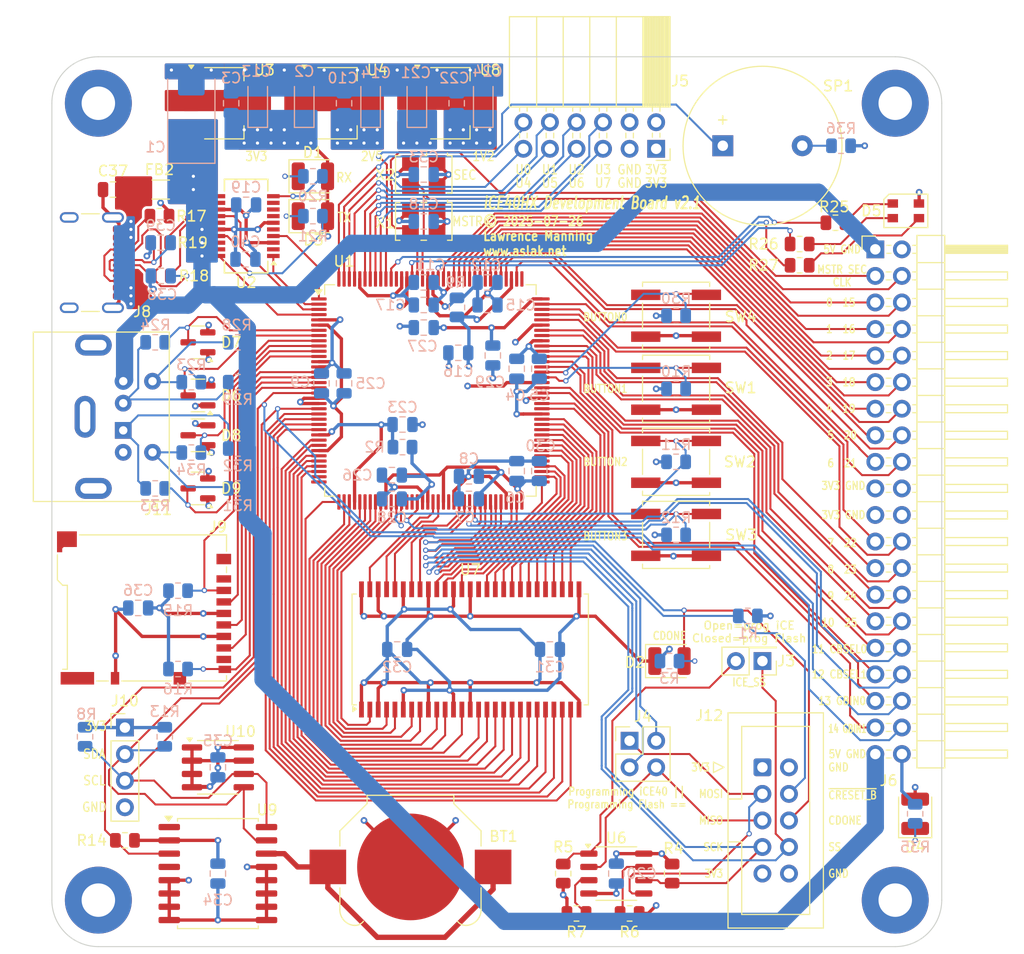
<source format=kicad_pcb>
(kicad_pcb (version 20241229) (generator "pcbnew") (generator_version "9.0")
  (layers (0 "F.Cu" signal) (4 "In1.Cu" power "Vcc") (6 "In2.Cu" power "GND") (2 "B.Cu" signal) (13 "F.Paste" user) (15 "B.Paste" user) (5 "F.SilkS" user "F.Silkscreen") (7 "B.SilkS" user "B.Silkscreen") (1 "F.Mask" user) (3 "B.Mask" user) (25 "Edge.Cuts" user))
  (net 0 "")
  (net 1 "/I2C/VBAT")
  (net 2 "GND")
  (net 3 "+5V")
  (net 4 "+3V3")
  (net 5 "+2V5")
  (net 6 "Net-(U1E-GNDPLL1)")
  (net 7 "Net-(U1E-VCCPLL1)")
  (net 8 "+1V2")
  (net 9 "Net-(U1E-VCCPLL0)")
  (net 10 "Net-(U1E-GNDPLL0)")
  (net 11 "Net-(C38-Pad1)")
  (net 12 "Net-(C39-Pad1)")
  (net 13 "Net-(D1-K)")
  (net 14 "Net-(D3-K)")
  (net 15 "LEDRED")
  (net 16 "LEDGREEN")
  (net 17 "LEDBLUE")
  (net 18 "/FPGA Power and Config/CDONE")
  (net 19 "/FPGA Power and Config/~{CRESET_B}")
  (net 20 "Net-(J3-Pin_2)")
  (net 21 "/FPGA Power and Config/ICE_SS")
  (net 22 "/FPGA Power and Config/FLASH_MISO")
  (net 23 "/FPGA Power and Config/ICE_MISO")
  (net 24 "/FPGA Power and Config/ICE_MOSI")
  (net 25 "/FPGA Power and Config/FLASH_MOSI")
  (net 26 "/FPGA Power and Config/ICE_SCK")
  (net 27 "EXP1")
  (net 28 "EXPCBSEL1")
  (net 29 "EXP15")
  (net 30 "EXP22")
  (net 31 "EXP25")
  (net 32 "EXP14")
  (net 33 "EXP6")
  (net 34 "EXPCBSEL0")
  (net 35 "EXP12")
  (net 36 "EXP24")
  (net 37 "EXP0")
  (net 38 "EXP10")
  (net 39 "EXP8")
  (net 40 "EXP17")
  (net 41 "EXP7")
  (net 42 "EXP21")
  (net 43 "EXP20")
  (net 44 "EXP13")
  (net 45 "EXP16")
  (net 46 "EXP11")
  (net 47 "EXP18")
  (net 48 "EXP23")
  (net 49 "EXP4")
  (net 50 "EXP2")
  (net 51 "EXP19")
  (net 52 "EXP3")
  (net 53 "EXP5")
  (net 54 "EXP9")
  (net 55 "USER5")
  (net 56 "USER7")
  (net 57 "USER0")
  (net 58 "USER4")
  (net 59 "USER6")
  (net 60 "USER3")
  (net 61 "USER1")
  (net 62 "USER2")
  (net 63 "Net-(J8-CC1)")
  (net 64 "SDCARDCS")
  (net 66 "SDCARDMOSI")
  (net 67 "SDCARDMISO")
  (net 68 "SDCARDDET")
  (net 70 "SDCARDCLK")
  (net 71 "I2CSCL")
  (net 72 "I2CSDA")
  (net 73 "Net-(J11-Pad2)")
  (net 74 "Net-(J11-Pad1)")
  (net 75 "Net-(J11-Pad6)")
  (net 76 "Net-(J11-Pad5)")
  (net 77 "Net-(U6-IO3)")
  (net 78 "Net-(U6-IO2)")
  (net 79 "BUTTON1")
  (net 80 "BUTTON2")
  (net 81 "RTCSQWAVE")
  (net 82 "Net-(U2-USBDM)")
  (net 83 "Net-(U2-USBDP)")
  (net 84 "/Misc/RXLED")
  (net 85 "/Misc/TXLED")
  (net 86 "PS2BCLK")
  (net 87 "PS2BDATA")
  (net 88 "BUTTON0")
  (net 89 "PS2ADATA")
  (net 90 "PS2ACLK")
  (net 91 "BUZZER")
  (net 92 "SDRAMBA1")
  (net 93 "SDRAMA8")
  (net 94 "~{SDRAMWE}")
  (net 95 "SDRAMA9")
  (net 96 "SDRAMA5")
  (net 97 "SDRAMA11")
  (net 98 "SDRAMD0")
  (net 100 "SDRAMA6")
  (net 102 "SDRAMBA0")
  (net 103 "SDRAMD1")
  (net 104 "~{SDRAMCS}")
  (net 105 "SDRAMD13")
  (net 107 "SDRAMD4")
  (net 108 "SDRAMD2")
  (net 109 "SDRAMA3")
  (net 110 "UARTTX")
  (net 111 "~{SDRAMCAS}")
  (net 112 "SDRAMD14")
  (net 113 "SDRAMD6")
  (net 114 "SDRAMD15")
  (net 115 "UARTDTR")
  (net 116 "SDRAMD8")
  (net 117 "SDRAMD10")
  (net 118 "SDRAMA1")
  (net 119 "SDRAMCKE")
  (net 120 "SDRAMD9")
  (net 121 "SDRAMA12")
  (net 122 "SDRAMD3")
  (net 123 "SDRAMD11")
  (net 125 "~{RESET}")
  (net 126 "SDRAMA0")
  (net 127 "SDRAMCLK")
  (net 128 "SDRAMA4")
  (net 130 "SDRAMDQML")
  (net 131 "SDRAMA7")
  (net 133 "SDRAMD12")
  (net 135 "~{SDRAMRAS}")
  (net 136 "SDRAMA2")
  (net 137 "UARTRX")
  (net 138 "SDRAMA10")
  (net 139 "SECONDARYCLK")
  (net 140 "MASTERCLK")
  (net 141 "SDRAMD5")
  (net 143 "SDRAMDQMH")
  (net 144 "SDRAMD7")
  (net 155 "/Misc/VBUS")
  (net 156 "BUTTON3")
  (net 157 "Net-(D4-K)")
  (net 158 "Net-(R36-Pad1)")
  (net 159 "Net-(D5-GK)")
  (net 160 "Net-(D5-BK)")
  (net 161 "Net-(D5-RK)")
  (footprint "Buzzer_Beeper:Buzzer_15x7.5RM7.6" (layer "F.Cu") (at 237.51 80.264)
    (property "Reference" "SP1")
    (property "Value" "BUZZER")
  )
  (footprint "Resistor_SMD:R_0805_2012Metric" (layer "F.Cu") (at 222.25 149.86 90)
    (property "Reference" "R5")
    (property "Value" "10K")
  )
  (footprint "aslakfp:Connector_Mini-DIN_Female_6Pin_2rows" (layer "F.Cu") (at 180.18 107.48 -90)
    (property "Reference" "J11")
    (property "Value" "Mini-DIN-6")
  )
  (footprint "Inductor_SMD:L_1206_3216Metric" (layer "F.Cu") (at 183.769 84.455 180)
    (property "Reference" "FB2")
    (property "Value" "Bead")
  )
  (footprint "Resistor_SMD:R_0805_2012Metric" (layer "F.Cu") (at 183.769 92.71 180)
    (property "Reference" "R18")
    (property "Value" "27")
  )
  (footprint "Battery:BatteryHolder_Keystone_3000_1x12mm" (layer "F.Cu") (at 207.645 149.225)
    (property "Reference" "BT1")
    (property "Value" "Battery_Cell")
  )
  (footprint "Resistor_SMD:R_0805_2012Metric" (layer "F.Cu") (at 244.856 91.694 180)
    (property "Reference" "R27")
    (property "Value" "1K")
  )
  (footprint "Package_TO_SOT_SMD:SOT-223-3_TabPin2" (layer "F.Cu") (at 211.43 76.2)
    (property "Reference" "U8")
    (property "Value" "AZ1117-1.2")
  )
  (footprint "Package_SO:SSOP-20_3.9x8.7mm_P0.635mm" (layer "F.Cu") (at 191.931125 87.9475 180)
    (property "Reference" "U2")
    (property "Value" "FT231XS")
  )
  (footprint "Resistor_SMD:R_0805_2012Metric" (layer "F.Cu") (at 223.52 153.67)
    (property "Reference" "R7")
    (property "Value" "10K")
  )
  (footprint "Connector_PinHeader_2.54mm:PinHeader_2x20_P2.54mm_Horizontal" (layer "F.Cu") (at 252.095 90.17)
    (property "Reference" "J6")
    (property "Value" "Conn_02x20_Odd_Even")
  )
  (footprint "Package_TO_SOT_SMD:SOT-23" (layer "F.Cu") (at 187.325 99.06 180)
    (property "Reference" "D7")
    (property "Value" "BAT54S")
  )
  (footprint "Package_TO_SOT_SMD:SOT-23" (layer "F.Cu") (at 187.325 113.03 180)
    (property "Reference" "D9")
    (property "Value" "BAT54S")
  )
  (footprint "LED_SMD:LED_1210_3225Metric" (layer "F.Cu") (at 232.41 129.54)
    (property "Reference" "D2")
    (property "Value" "CDONE_LED")
  )
  (footprint "Connector_USB:USB_C_Receptacle_GCT_USB4105-xx-A_16P_TopMnt_Horizontal" (layer "F.Cu") (at 176.089625 91.44 -90)
    (property "Reference" "J8")
    (property "Value" "USB_C_Receptacle_USB2.0_14P")
  )
  (footprint "Package_SO:SOIC-16W_7.5x10.3mm_P1.27mm" (layer "F.Cu") (at 189.23 149.86)
    (property "Reference" "U9")
    (property "Value" "DS3231M")
  )
  (footprint "Oscillator:Oscillator_SMD_SeikoEpson_SG8002LB-4Pin_5.0x3.2mm" (layer "F.Cu") (at 208.915 83.015 180)
    (property "Reference" "X2")
    (property "Value" "MPUOSC")
  )
  (footprint "LED_SMD:LED_Cree-PLCC4_3.2x2.8mm_CCW" (layer "F.Cu") (at 255.016 86.487)
    (property "Reference" "D5")
    (property "Value" "LED_RGBC")
  )
  (footprint "LED_SMD:LED_1210_3225Metric" (layer "F.Cu") (at 198.314625 86.995)
    (property "Reference" "D3")
    (property "Value" "UART_LED")
  )
  (footprint "Resistor_SMD:R_0805_2012Metric" (layer "F.Cu") (at 183.709625 89.535 180)
    (property "Reference" "R19")
    (property "Value" "27")
  )
  (footprint "Resistor_SMD:R_0805_2012Metric" (layer "F.Cu") (at 244.856 89.662 180)
    (property "Reference" "R26")
    (property "Value" "1K")
  )
  (footprint "Package_TO_SOT_SMD:SOT-223-3_TabPin2" (layer "F.Cu") (at 200.635 76.2)
    (property "Reference" "U4")
    (property "Value" "AZ1117-2.5")
  )
  (footprint "Resistor_SMD:R_0805_2012Metric" (layer "F.Cu") (at 232.664 149.86 -90)
    (property "Reference" "R4")
    (property "Value" "10K")
  )
  (footprint "Button_Switch_SMD:SW_Push_1P1T_NO_CK_KSC6xxJ" (layer "F.Cu") (at 233.045 96.52)
    (property "Reference" "SW4")
    (property "Value" "BUTTON")
  )
  (footprint "LED_SMD:LED_1210_3225Metric" (layer "F.Cu") (at 198.314625 83.185)
    (property "Reference" "D1")
    (property "Value" "UART_LED")
  )
  (footprint "Resistor_SMD:R_0805_2012Metric" (layer "F.Cu") (at 180.34 146.685 180)
    (property "Reference" "R14")
    (property "Value" "4.7K")
  )
  (footprint "Connector_PinHeader_2.54mm:PinHeader_2x01_P2.54mm_Vertical" (layer "F.Cu") (at 241.3 129.54 180)
    (property "Reference" "J3")
    (property "Value" "Conn_02x01")
  )
  (footprint "Resistor_SMD:R_0805_2012Metric" (layer "F.Cu") (at 228.6 153.67 180)
    (property "Reference" "R6")
    (property "Value" "10K")
  )
  (footprint "Package_QFP:TQFP-144_20x20mm_P0.5mm" (layer "F.Cu") (at 209.55 103.66325)
    (property "Reference" "U1")
    (property "Value" "ICE40HX4K-TQ144")
  )
  (footprint "Resistor_SMD:R_0805_2012Metric" (layer "F.Cu") (at 248.285 87.63 180)
    (property "Reference" "R25")
    (property "Value" "1K")
  )
  (footprint "Package_SO:SOIC-8_3.9x4.9mm_P1.27mm" (layer "F.Cu") (at 189.23 139.7)
    (property "Reference" "U10")
    (property "Value" "AT24CS64-SSHM")
  )
  (footprint "Package_SO:SOP-8_3.9x4.9mm_P1.27mm" (layer "F.Cu") (at 227.33 149.86)
    (property "Reference" "U6")
    (property "Value" "N25Q032A13ESC40F")
  )
  (footprint "Connector_IDC:IDC-Header_2x05_P2.54mm_Vertical" (layer "F.Cu") (at 241.3 139.7)
    (property "Reference" "J12")
    (property "Value" "Conn_02x05_Odd_Even")
  )
  (footprint "LED_SMD:LED_1210_3225Metric" (layer "F.Cu") (at 255.905 144.145 90)
    (property "Reference" "D4")
    (property "Value" "POWERLED")
  )
  (footprint "MountingHole:MountingHole_3.2mm_M3_Pad" (layer "F.Cu") (at 177.8 152.4)
    (property "Reference" "H4" (hide yes))
    (property "Value" "HOLE")
  )
  (footprint "Button_Switch_SMD:SW_Push_1P1T_NO_CK_KSC6xxJ" (layer "F.Cu") (at 233.045 110.49)
    (property "Reference" "SW2")
    (property "Value" "BUTTON")
  )
  (footprint "Connector_PinHeader_2.54mm:PinHeader_2x02_P2.54mm_Vertical" (layer "F.Cu") (at 228.6 137.16)
    (property "Reference" "J4")
    (property "Value" "Conn_02x02_Odd_Even")
  )
  (footprint "Package_TO_SOT_SMD:SOT-23" (layer "F.Cu") (at 187.325 104.14 180)
    (property "Reference" "D6")
    (property "Value" "BAT54S")
  )
  (footprint "Connector_PinHeader_2.54mm:PinHeader_1x04_P2.54mm_Vertical" (layer "F.Cu") (at 180.34 135.9)
    (property "Reference" "J10")
    (property "Value" "Conn_01x04")
  )
  (footprint "Package_TO_SOT_SMD:SOT-23" (layer "F.Cu") (at 187.325 107.95 180)
    (property "Reference" "D8")
    (property "Value" "BAT54S")
  )
  (footprint "Package_TO_SOT_SMD:SOT-223-3_TabPin2" (layer "F.Cu") (at 189.815 76.2)
    (property "Reference" "U3")
    (property "Value" "AZ1117-3.3")
  )
  (footprint "Oscillator:Oscillator_SMD_SeikoEpson_SG8002LB-4Pin_5.0x3.2mm" (layer "F.Cu") (at 208.915 87.503 180)
    (property "Reference" "X1")
    (property "Value" "MPUOSC")
  )
  (footprint "Capacitor_SMD:C_0805_2012Metric" (layer "F.Cu") (at 179.197 84.455 180)
    (property "Reference" "C37")
    (property "Value" "10n")
  )
  (footprint "MountingHole:MountingHole_3.2mm_M3_Pad" (layer "F.Cu") (at 254 76.2)
    (property "Reference" "H1" (hide yes))
    (property "Value" "HOLE")
  )
  (footprint "Resistor_SMD:R_0805_2012Metric" (layer "F.Cu") (at 183.642 86.995)
    (property "Reference" "R17")
    (property "Value" "4.7K")
  )
  (footprint "Package_SO:TSOP-II-54_22.2x10.16mm_P0.8mm" (layer "F.Cu") (at 213.36 128.4275 90)
    (property "Reference" "U7")
    (property "Value" "MT48LC16M16A2TG")
  )
  (footprint "Connector_Card:microSD_HC_Hirose_DM3BT-DSF-PEJS" (layer "F.Cu") (at 182.17 124.46 -90)
    (property "Reference" "J9")
    (property "Value" "Micro_SD_Card_Det1")
  )
  (footprint "MountingHole:MountingHole_3.2mm_M3_Pad" (layer "F.Cu") (at 254 152.4)
    (property "Reference" "H3" (hide yes))
    (property "Value" "HOLE")
  )
  (footprint "Connector_PinSocket_2.54mm:PinSocket_2x06_P2.54mm_Horizontal" (layer "F.Cu") (at 231.14 80.555 -90)
    (property "Reference" "J5")
    (property "Value" "Conn_02x06_Odd_Even")
  )
  (footprint "MountingHole:MountingHole_3.2mm_M3_Pad" (layer "F.Cu") (at 177.8 76.2)
    (property "Reference" "H2" (hide yes))
    (property "Value" "HOLE")
  )
  (footprint "Button_Switch_SMD:SW_Push_1P1T_NO_CK_KSC6xxJ" (layer "F.Cu") (at 233.045 103.505)
    (property "Reference" "SW1")
    (property "Value" "BUTTON")
  )
  (footprint "Button_Switch_SMD:SW_Push_1P1T_NO_CK_KSC6xxJ" (layer "F.Cu") (at 233.045 117.475)
    (property "Reference" "SW3")
    (property "Value" "BUTTON")
  )
  (footprint "Capacitor_SMD:C_0805_2012Metric" (layer "B.Cu") (at 219.964 111.36725 90)
    (property "Reference" "C30")
    (property "Value" "0.1u")
  )
  (footprint "Resistor_SMD:R_0805_2012Metric" (layer "B.Cu") (at 183.2375 99.06 180)
    (property "Reference" "R24")
    (property "Value" "4.7K")
  )
  (footprint "Resistor_SMD:R_0805_2012Metric" (layer "B.Cu") (at 186.69 109.601)
    (property "Reference" "R34")
    (property "Value" "4.7K")
  )
  (footprint "Resistor_SMD:R_0805_2012Metric" (layer "B.Cu") (at 206.883 109.08125)
    (property "Reference" "R2")
    (property "Value" "100")
  )
  (footprint "Capacitor_SMD:C_0805_2012Metric" (layer "B.Cu") (at 217.805 101.58825 -90)
    (property "Reference" "C4")
    (property "Value" "0.1u")
  )
  (footprint "Resistor_SMD:R_0805_2012Metric" (layer "B.Cu") (at 176.53 136.779 -90)
    (property "Reference" "R8")
    (property "Value" "4.7K")
  )
  (footprint "Capacitor_SMD:C_0805_2012Metric" (layer "B.Cu") (at 220.98 128.4275)
    (property "Reference" "C31")
    (property "Value" "0.1u")
  )
  (footprint "Capacitor_SMD:C_0805_2012Metric" (layer "B.Cu") (at 205.867 111.76 180)
    (property "Reference" "C26")
    (property "Value" "0.1u")
  )
  (footprint "Capacitor_SMD:C_0805_2012Metric" (layer "B.Cu") (at 215.519 100.31825 -90)
    (property "Reference" "C29")
    (property "Value" "0.1u")
  )
  (footprint "Capacitor_SMD:C_0805_2012Metric" (layer "B.Cu") (at 189.23 149.86 -90)
    (property "Reference" "C34")
    (property "Value" "0.1u")
  )
  (footprint "Capacitor_SMD:C_0805_2012Metric" (layer "B.Cu") (at 208.915 97.65125 180)
    (property "Reference" "C27")
    (property "Value" "10u")
  )
  (footprint "Resistor_SMD:R_0805_2012Metric" (layer "B.Cu") (at 191.135 102.87)
    (property "Reference" "R29")
    (property "Value" "4.7K")
  )
  (footprint "Capacitor_SMD:C_0805_2012Metric" (layer "B.Cu") (at 205.867 114.03425 180)
    (property "Reference" "C28")
    (property "Value" "10u")
  )
  (footprint "Resistor_SMD:R_0805_2012Metric" (layer "B.Cu") (at 233.045 117.475 180)
    (property "Reference" "R12")
    (property "Value" "4.7K")
  )
  (footprint "Capacitor_SMD:C_0805_2012Metric" (layer "B.Cu") (at 227.33 149.86 -90)
    (property "Reference" "C20")
    (property "Value" "0.1u")
  )
  (footprint "Capacitor_SMD:C_0805_2012Metric" (layer "B.Cu") (at 215.011 95.49225)
    (property "Reference" "C15")
    (property "Value" "10u")
  )
  (footprint "Resistor_SMD:R_0805_2012Metric" (layer "B.Cu") (at 191.135 99.06)
    (property "Reference" "R28")
    (property "Value" "4.7K")
  )
  (footprint "Capacitor_SMD:C_0805_2012Metric" (layer "B.Cu") (at 217.805 111.36725 90)
    (property "Reference" "C6")
    (property "Value" "0.1u")
  )
  (footprint "Resistor_SMD:R_0805_2012Metric" (layer "B.Cu") (at 185.42 130.302 180)
    (property "Reference" "R16")
    (property "Value" "1K")
  )
  (footprint "Capacitor_Tantalum_SMD:CP_EIA-3216-10_Kemet-I" (layer "B.Cu") (at 203.835 76.2 90)
    (property "Reference" "C14")
    (property "Value" "10u")
  )
  (footprint "Capacitor_Tantalum_SMD:CP_EIA-7343-15_Kemet-W" (layer "B.Cu") (at 186.69 77.5325 90)
    (property "Reference" "C1")
    (property "Value" "47u")
  )
  (footprint "Resistor_SMD:R_0805_2012Metric" (layer "B.Cu") (at 186.69 102.87 180)
    (property "Reference" "R23")
    (property "Value" "4.7K")
  )
  (footprint "Capacitor_SMD:C_0805_2012Metric" (layer "B.Cu") (at 215.011 93.33325)
    (property "Reference" "C12")
    (property "Value" "0.1u")
  )
  (footprint "Capacitor_SMD:C_0805_2012Metric" (layer "B.Cu") (at 213.233 111.87525 180)
    (property "Reference" "C8")
    (property "Value" "0.1u")
  )
  (footprint "Resistor_SMD:R_0805_2012Metric" (layer "B.Cu") (at 191.135 109.22)
    (property "Reference" "R32")
    (property "Value" "4.7K")
  )
  (footprint "Capacitor_SMD:C_0805_2012Metric" (layer "B.Cu") (at 212.217 100.06425 180)
    (property "Reference" "C16")
    (property "Value" "10u")
  )
  (footprint "Capacitor_SMD:C_0805_2012Metric" (layer "B.Cu") (at 189.23 139.7 -90)
    (property "Reference" "C35")
    (property "Value" "0.1u")
  )
  (footprint "Resistor_SMD:R_0805_2012Metric" (layer "B.Cu") (at 191.135 113.03)
    (property "Reference" "R31")
    (property "Value" "4.7K")
  )
  (footprint "Capacitor_SMD:C_0805_2012Metric" (layer "B.Cu") (at 208.915 93.33325 180)
    (property "Reference" "C11")
    (property "Value" "0.1u")
  )
  (footprint "Capacitor_SMD:C_0805_2012Metric" (layer "B.Cu") (at 219.964 101.58825 -90)
    (property "Reference" "C5")
    (property "Value" "0.1u")
  )
  (footprint "Capacitor_Tantalum_SMD:CP_EIA-3216-10_Kemet-I" (layer "B.Cu") (at 208.255 76.2 90)
    (property "Reference" "C21")
    (property "Value" "10u")
  )
  (footprint "Capacitor_SMD:C_0805_2012Metric" (layer "B.Cu") (at 191.931125 85.9155 180)
    (property "Reference" "C19")
    (property "Value" "4.7u")
  )
  (footprint "Resistor_SMD:R_0805_2012Metric" (layer "B.Cu") (at 198.314625 83.185)
    (property "Reference" "R20")
    (property "Value" "1K")
  )
  (footprint "Capacitor_SMD:C_0805_2012Metric" (layer "B.Cu") (at 208.915 83.015 180)
    (property "Reference" "C33")
    (property "Value" "0.1u")
  )
  (footprint "Resistor_SMD:R_0805_2012Metric" (layer "B.Cu") (at 212.09 95.72275 90)
    (property "Reference" "R9")
    (property "Value" "100")
  )
  (footprint "Capacitor_SMD:C_0805_2012Metric" (layer "B.Cu") (at 191.865125 91.1225 180)
    (property "Reference" "C40")
    (property "Value" "4.7u")
  )
  (footprint "Resistor_SMD:R_0805_2012Metric" (layer "B.Cu") (at 255.905 144.145 90)
    (property "Reference" "R35")
    (property "Value" "1K")
  )
  (footprint "Resistor_SMD:R_0805_2012Metric" (layer "B.Cu") (at 198.314625 86.995)
    (property "Reference" "R21")
    (property "Value" "1K")
  )
  (footprint "Capacitor_SMD:C_0805_2012Metric" (layer "B.Cu") (at 212.065 76.2 90)
    (property "Reference" "C22")
    (property "Value" "0.1u")
  )
  (footprint "Resistor_SMD:R_0805_2012Metric" (layer "B.Cu") (at 239.903 125.222 180)
    (property "Reference" "R1")
    (property "Value" "10K")
  )
  (footprint "Resistor_SMD:R_0805_2012Metric" (layer "B.Cu") (at 233.045 96.52 180)
    (property "Reference" "R30")
    (property "Value" "4.7K")
  )
  (footprint "Capacitor_SMD:C_0805_2012Metric" (layer "B.Cu") (at 199.136 102.98525 90)
    (property "Reference" "C9")
    (property "Value" "0.1u")
  )
  (footprint "Resistor_SMD:R_0805_2012Metric" (layer "B.Cu") (at 232.41 129.54)
    (property "Reference" "R3")
    (property "Value" "649")
  )
  (footprint "Capacitor_SMD:C_0805_2012Metric" (layer "B.Cu") (at 183.769 92.71 180)
    (property "Reference" "C38")
    (property "Value" "47p")
  )
  (footprint "Capacitor_SMD:C_0805_2012Metric" (layer "B.Cu") (at 208.915 95.49225 180)
    (property "Reference" "C17")
    (property "Value" "0.1u")
  )
  (footprint "Capacitor_SMD:C_0805_2012Metric" (layer "B.Cu") (at 208.915 87.503 180)
    (property "Reference" "C18")
    (property "Value" "0.1u")
  )
  (footprint "Resistor_SMD:R_0805_2012Metric" (layer "B.Cu") (at 183.2375 113.03)
    (property "Reference" "R33")
    (property "Value" "4.7K")
  )
  (footprint "Capacitor_SMD:C_0805_2012Metric" (layer "B.Cu") (at 190.5 76.2 90)
    (property "Reference" "C3")
    (property "Value" "0.1u")
  )
  (footprint "Resistor_SMD:R_0805_2012Metric" (layer "B.Cu") (at 184.15 136.779 -90)
    (property "Reference" "R13")
    (property "Value" "4.7K")
  )
  (footprint "Resistor_SMD:R_0805_2012Metric" (layer "B.Cu") (at 233.045 103.505 180)
    (property "Reference" "R10")
    (property "Value" "4.7K")
  )
  (footprint "Capacitor_Tantalum_SMD:CP_EIA-3216-10_Kemet-I" (layer "B.Cu") (at 214.605 76.2 90)
    (property "Reference" "C24")
    (property "Value" "10u")
  )
  (footprint "Capacitor_SMD:C_0805_2012Metric" (layer "B.Cu") (at 206.883 106.92225)
    (property "Reference" "C23")
    (property "Value" "0.1u")
  )
  (footprint "Capacitor_SMD:C_0805_2012Metric" (layer "B.Cu") (at 201.295 76.2 90)
    (property "Reference" "C10")
    (property "Value" "0.1u")
  )
  (footprint "Capacitor_SMD:C_0805_2012Metric" (layer "B.Cu") (at 213.233 114.03425 180)
    (property "Reference" "C7")
    (property "Value" "0.1u")
  )
  (footprint "Resistor_SMD:R_0805_2012Metric" (layer "B.Cu") (at 185.42 122.809)
    (property "Reference" "R15")
    (property "Value" "1K")
  )
  (footprint "Capacitor_Tantalum_SMD:CP_EIA-3216-10_Kemet-I" (layer "B.Cu") (at 193.04 76.2 90)
    (property "Reference" "C13")
    (property "Value" "10u")
  )
  (footprint "Capacitor_SMD:C_0805_2012Metric" (layer "B.Cu") (at 201.295 102.98525 90)
    (property "Reference" "C25")
    (property "Value" "0.1u")
  )
  (footprint "Resistor_SMD:R_0805_2012Metric" (layer "B.Cu") (at 233.045 110.49 180)
    (property "Reference" "R11")
    (property "Value" "4.7K")
  )
  (footprint "Capacitor_SMD:C_0805_2012Metric" (layer "B.Cu") (at 206.375 128.4275)
    (property "Reference" "C32")
    (property "Value" "0.1u")
  )
  (footprint "Resistor_SMD:R_0805_2012Metric" (layer "B.Cu") (at 248.8165 80.264)
    (property "Reference" "R36")
    (property "Value" "1K")
  )
  (footprint "Capacitor_SMD:C_0805_2012Metric" (layer "B.Cu") (at 183.769 89.535 180)
    (property "Reference" "C39")
    (property "Value" "47p")
  )
  (footprint "Capacitor_SMD:C_0805_2012Metric" (layer "B.Cu") (at 181.61 124.46 180)
    (property "Reference" "C36")
    (property "Value" "0.1u")
  )
  (footprint "Capacitor_Tantalum_SMD:CP_EIA-3216-10_Kemet-I" (layer "B.Cu") (at 197.485 76.2 90)
    (property "Reference" "C2")
    (property "Value" "10u")
  )
  (gr_line (start 177.8 71.755) (end 254 71.755) (stroke (width 0.1)) (layer "Edge.Cuts"))
  (gr_arc (start 177.8 156.845) (mid 174.65691 155.54309) (end 173.355 152.4) (stroke (width 0.1)) (layer "Edge.Cuts"))
  (gr_arc (start 173.355 76.2) (mid 174.65691 73.05691) (end 177.8 71.755) (stroke (width 0.1)) (layer "Edge.Cuts"))
  (gr_line (start 173.355 152.4) (end 173.355 76.2) (stroke (width 0.1)) (layer "Edge.Cuts"))
  (gr_line (start 254 156.845) (end 177.8 156.845) (stroke (width 0.1)) (layer "Edge.Cuts"))
  (gr_arc (start 258.445 152.4) (mid 257.14309 155.54309) (end 254 156.845) (stroke (width 0.1)) (layer "Edge.Cuts"))
  (gr_arc (start 254 71.755) (mid 257.14309 73.05691) (end 258.445 76.2) (stroke (width 0.1)) (layer "Edge.Cuts"))
  (gr_line (start 258.445 76.2) (end 258.445 152.4) (stroke (width 0.1)) (layer "Edge.Cuts"))
  (gr_text "GND" (at 228.6 83.82 0) (layer "F.SilkS") (effects (font (size 0.889 0.762) (thickness 0.127) (bold yes))))
  (gr_text "U4" (at 218.44 83.82 0) (layer "F.SilkS") (effects (font (size 0.889 0.762) (thickness 0.127) (bold yes))))
  (gr_text "SS" (at 247.523 147.32 0) (layer "F.SilkS") (effects (font (size 0.762 0.635) (thickness 0.127) (bold yes)) (justify left)))
  (gr_text "3V3" (at 231.14 82.55 0) (layer "F.SilkS") (effects (font (size 0.889 0.762) (thickness 0.127) (bold yes))))
  (gr_text "3V3" (at 237.617 149.86 0) (layer "F.SilkS") (effects (font (size 0.762 0.635) (thickness 0.127) (bold yes)) (justify right)))
  (gr_text "U2" (at 223.52 82.55 0) (layer "F.SilkS") (effects (font (size 0.889 0.762) (thickness 0.127) (bold yes))))
  (gr_text "SCK" (at 237.617 147.32 0) (layer "F.SilkS") (effects (font (size 0.762 0.635) (thickness 0.127) (bold yes)) (justify right)))
  (gr_text "BUTTON0" (at 228.473 96.647 0) (layer "F.SilkS") (effects (font (size 0.762 0.635) (thickness 0.127) (bold yes)) (justify right)))
  (gr_text "CDONE" (at 247.523 144.78 0) (layer "F.SilkS") (effects (font (size 0.762 0.635) (thickness 0.127) (bold yes)) (justify left)))
  (gr_text "MSTR SEC\nCLK" (at 248.92 92.71 0) (layer "F.SilkS") (effects (font (size 0.762 0.635) (thickness 0.127) (bold yes))))
  (gr_text "3V3 GND" (at 249.047 112.776 0) (layer "F.SilkS") (effects (font (size 0.762 0.635) (thickness 0.127) (bold yes))))
  (gr_text "U6" (at 223.52 83.82 0) (layer "F.SilkS") (effects (font (size 0.889 0.762) (thickness 0.127) (bold yes))))
  (gr_text "0  15" (at 248.793 95.25 0) (layer "F.SilkS") (effects (font (size 0.762 0.635) (thickness 0.127) (bold yes))))
  (gr_text "5V GND" (at 249.428 138.43 0) (layer "F.SilkS") (effects (font (size 0.762 0.635) (thickness 0.127) (bold yes))))
  (gr_text "10  25" (at 248.666 125.857 0) (layer "F.SilkS") (effects (font (size 0.762 0.635) (thickness 0.127) (bold yes))))
  (gr_text "SCL" (at 177.419 140.97 0) (layer "F.SilkS") (effects (font (size 0.889 0.762) (thickness 0.127) (bold yes))))
  (gr_text "U1" (at 220.98 82.55 0) (layer "F.SilkS") (effects (font (size 0.889 0.762) (thickness 0.127) (bold yes))))
  (gr_text "U7" (at 226.06 83.82 0) (layer "F.SilkS") (effects (font (size 0.889 0.762) (thickness 0.127) (bold yes))))
  (gr_text "TX" (at 201.295 87.122 0) (layer "F.SilkS") (effects (font (size 0.889 0.762) (thickness 0.127) (bold yes))))
  (gr_text "5V GND" (at 248.92 90.17 0) (layer "F.SilkS") (effects (font (size 0.762 0.635) (thickness 0.127) (bold yes))))
  (gr_text "8  23" (at 248.92 120.777 0) (layer "F.SilkS") (effects (font (size 0.762 0.635) (thickness 0.127) (bold yes))))
  (gr_text "12 CBSEL1" (at 248.666 130.81 0) (layer "F.SilkS") (effects (font (size 0.762 0.635) (thickness 0.127) (bold yes))))
  (gr_text "4  19" (at 248.793 105.41 0) (layer "F.SilkS") (effects (font (size 0.762 0.635) (thickness 0.127) (bold yes))))
  (gr_text "11 CBSEL0" (at 248.666 128.397 0) (layer "F.SilkS") (effects (font (size 0.762 0.635) (thickness 0.127) (bold yes))))
  (gr_text "Open=prog iCE\nClosed=prog Flash" (at 240.03 126.746 0) (layer "F.SilkS") (effects (font (size 0.762 0.762) (thickness 0.127) (bold yes))))
  (gr_text "MISO" (at 237.617 144.78 0) (layer "F.SilkS") (effects (font (size 0.762 0.635) (thickness 0.127) (bold yes)) (justify right)))
  (gr_text "3  18" (at 248.793 102.87 0) (layer "F.SilkS") (effects (font (size 0.762 0.635) (thickness 0.127) (bold yes))))
  (gr_text "U5" (at 220.98 83.82 0) (layer "F.SilkS") (effects (font (size 0.889 0.762) (thickness 0.127) (bold yes))))
  (gr_text "© 2025-07-26\nLawrence Manning\nwww.aslak.net" (at 214.503 88.9 0) (layer "F.SilkS") (effects (font (size 0.889 0.762) (thickness 0.1778) (bold yes)) (justify left)))
  (gr_text "1V2" (at 214.63 81.28 0) (layer "F.SilkS") (effects (font (size 0.889 0.762) (thickness 0.127) (bold yes))))
  (gr_text "MSTR" (at 213.106 87.503 0) (layer "F.SilkS") (effects (font (size 0.889 0.762) (thickness 0.127) (bold yes))))
  (gr_text "U3" (at 226.06 82.55 0) (layer "F.SilkS") (effects (font (size 0.889 0.762) (thickness 0.127) (bold yes))))
  (gr_text "3V3" (at 192.913 81.28 0) (layer "F.SilkS") (effects (font (size 0.889 0.762) (thickness 0.127) (bold yes))))
  (gr_text "BUTTON3" (at 228.473 117.602 0) (layer "F.SilkS") (effects (font (size 0.762 0.635) (thickness 0.127) (bold yes)) (justify right)))
  (gr_text "13 GBIN0" (at 248.92 133.35 0) (layer "F.SilkS") (effects (font (size 0.762 0.635) (thickness 0.127) (bold yes))))
  (gr_text "3V3" (at 231.14 83.82 0) (layer "F.SilkS") (effects (font (size 0.889 0.762) (thickness 0.127) (bold yes))))
  (gr_text "14 GBIN1" (at 249.428 136.017 0) (layer "F.SilkS") (effects (font (size 0.762 0.508) (thickness 0.127) (bold yes))))
  (gr_text "2V5" (at 203.962 81.28 0) (layer "F.SilkS") (effects (font (size 0.889 0.762) (thickness 0.127) (bold yes))))
  (gr_text "GND" (at 247.523 149.86 0) (layer "F.SilkS") (effects (font (size 0.762 0.635) (thickness 0.127) (bold yes)) (justify left)))
  (gr_text "SDA" (at 177.419 138.43 0) (layer "F.SilkS") (effects (font (size 0.889 0.762) (thickness 0.127) (bold yes))))
  (gr_text "iCE40HX Development Board v2.1" (at 214.503 85.725 0) (layer "F.SilkS") (effects (font (size 1.143 0.8128) (thickness 0.1905) (bold yes) (italic yes)) (justify left)))
  (gr_text "5  20" (at 248.92 107.95 0) (layer "F.SilkS") (effects (font (size 0.762 0.635) (thickness 0.127) (bold yes))))
  (gr_text "RX" (at 201.295 83.312 0) (layer "F.SilkS") (effects (font (size 0.889 0.762) (thickness 0.127) (bold yes))))
  (gr_text "7  22" (at 248.92 118.237 0) (layer "F.SilkS") (effects (font (size 0.762 0.635) (thickness 0.127) (bold yes))))
  (gr_text "GND" (at 177.419 143.51 0) (layer "F.SilkS") (effects (font (size 0.889 0.762) (thickness 0.127) (bold yes))))
  (gr_text "~{CRESET_B}" (at 247.523 142.367 0) (layer "F.SilkS") (effects (font (size 0.762 0.635) (thickness 0.127) (bold yes)) (justify left)))
  (gr_text "3V3" (at 236.347 139.7 0) (layer "F.SilkS") (effects (font (size 0.762 0.635) (thickness 0.127) (bold yes)) (justify right)))
  (gr_text "GND" (at 228.6 82.55 0) (layer "F.SilkS") (effects (font (size 0.889 0.762) (thickness 0.127) (bold yes))))
  (gr_text "CDONE" (at 232.41 127.127 0) (layer "F.SilkS") (effects (font (size 0.762 0.635) (thickness 0.127) (bold yes))))
  (gr_text "MOSI" (at 237.617 142.24 0) (layer "F.SilkS") (effects (font (size 0.762 0.635) (thickness 0.127) (bold yes)) (justify right)))
  (gr_text "ICE_SS" (at 240.03 131.572 0) (layer "F.SilkS") (effects (font (size 0.762 0.635) (thickness 0.127) (bold yes))))
  (gr_text "3V3 GND" (at 249.047 115.57 0) (layer "F.SilkS") (effects (font (size 0.762 0.635) (thickness 0.127) (bold yes))))
  (gr_text "9  24" (at 248.92 123.317 0) (layer "F.SilkS") (effects (font (size 0.762 0.635) (thickness 0.127) (bold yes))))
  (gr_text "6  21" (at 248.92 110.617 0) (layer "F.SilkS") (effects (font (size 0.762 0.635) (thickness 0.127) (bold yes))))
  (gr_text "SEC" (at 212.852 83.058 0) (layer "F.SilkS") (effects (font (size 0.889 0.762) (thickness 0.127) (bold yes))))
  (gr_text "BUTTON2" (at 228.473 110.49 0) (layer "F.SilkS") (effects (font (size 0.762 0.635) (thickness 0.127) (bold yes)) (justify right)))
  (gr_text "3V3" (at 177.546 135.763 0) (layer "F.SilkS") (effects (font (size 0.889 0.762) (thickness 0.127) (bold yes))))
  (gr_text "1  16" (at 248.793 97.79 0) (layer "F.SilkS") (effects (font (size 0.762 0.635) (thickness 0.127) (bold yes))))
  (gr_text "BUTTON1" (at 228.473 103.505 0) (layer "F.SilkS") (effects (font (size 0.762 0.635) (thickness 0.127) (bold yes)) (justify right)))
  (gr_text "Programming iCE40 ||\nProgramming Flash ==" (at 228.346 142.621 0) (layer "F.SilkS") (effects (font (size 0.762 0.635) (thickness 0.127) (bold yes))))
  (gr_text "GND" (at 247.523 139.7 0) (layer "F.SilkS") (effects (font (size 0.762 0.635) (thickness 0.127) (bold yes)) (justify left)))
  (gr_text "U0" (at 218.44 82.55 0) (layer "F.SilkS") (effects (font (size 0.889 0.762) (thickness 0.127) (bold yes))))
  (gr_text "2  17" (at 248.793 100.33 0) (layer "F.SilkS") (effects (font (size 0.762 0.635) (thickness 0.127) (bold yes))))
  (segment (start 199.745 151.231) (end 204.47 155.956) (width 0.508) (layer "F.Cu") (net 1))
  (segment (start 204.47 155.956) (end 210.947 155.956) (width 0.508) (layer "F.Cu") (net 1))
  (segment (start 193.88 147.955) (end 195.58 147.955) (width 0.508) (layer "F.Cu") (net 1))
  (segment (start 196.85 149.225) (end 199.745 149.225) (width 0.508) (layer "F.Cu") (net 1))
  (segment (start 210.947 155.956) (end 215.545 151.358) (width 0.508) (layer "F.Cu") (net 1))
  (segment (start 199.745 149.225) (end 199.745 151.231) (width 0.508) (layer "F.Cu") (net 1))
  (segment (start 215.545 151.358) (end 215.545 149.225) (width 0.508) (layer "F.Cu") (net 1))
  (segment (start 195.58 147.955) (end 196.85 149.225) (width 0.508) (layer "F.Cu") (net 1))
  (segment (start 229.616 129.54) (end 225.3285 125.2525) (width 0.3175) (layer "F.Cu") (net 2))
  (segment (start 197.11425 104.76475) (end 197.26275 104.91325) (width 0.3175) (layer "F.Cu") (net 2))
  (segment (start 223.76 125.0125) (end 223.76 122.6775) (width 0.3175) (layer "F.Cu") (net 2))
  (segment (start 188.468 141.54) (end 186.755 141.54) (width 0.3175) (layer "F.Cu") (net 2))
  (segment (start 213.1877 111.8943) (end 213.195 111.887) (width 0.3175) (layer "F.Cu") (net 2))
  (segment (start 209.55 125.2525) (end 213.36 125.2525) (width 0.3175) (layer "F.Cu") (net 2))
  (segment (start 235.945 98.425) (end 233.045 98.425) (width 0.3175) (layer "F.Cu") (net 2))
  (segment (start 179.769625 87.695) (end 179.194625 87.12) (width 0.3175) (layer "F.Cu") (net 2))
  (segment (start 200.914 96.88925) (end 200.89 96.91325) (width 0.3175) (layer "F.Cu") (net 2))
  (segment (start 179.451 129.032) (end 179.451 131.129) (width 0.3175) (layer "F.Cu") (net 2))
  (segment (start 213.36 125.2525) (end 223.52 125.2525) (width 0.3175) (layer "F.Cu") (net 2))
  (segment (start 179.769625 94.64) (end 179.769625 95.185) (width 0.3175) (layer "F.Cu") (net 2))
  (segment (start 193.88 149.225) (end 193.88 150.495) (width 0.3175) (layer "F.Cu") (net 2))
  (segment (start 187.137 105.09) (end 187.071 105.156) (width 0.3175) (layer "F.Cu") (net 2))
  (segment (start 188.2625 108.9) (end 188.2625 109.2405) (width 0.3175) (layer "F.Cu") (net 2))
  (segment (start 193.667625 87.63) (end 194.531125 87.63) (width 0.3175) (layer "F.Cu") (net 2))
  (segment (start 184.58 150.495) (end 186.436 150.495) (width 0.3175) (layer "F.Cu") (net 2))
  (segment (start 200.152 101.01925) (end 199.758 101.41325) (width 0.3175) (layer "F.Cu") (net 2))
  (segment (start 230.145 119.475) (end 232.759 119.475) (width 0.3175) (layer "F.Cu") (net 2))
  (segment (start 189.331125 88.265) (end 190.788125 88.265) (width 0.3175) (layer "F.Cu") (net 2))
  (segment (start 218.44225 105.918) (end 218.447 105.91325) (width 0.3175) (layer "F.Cu") (net 2))
  (segment (start 186.755 139.065) (end 186.755 140.335) (width 0.3175) (layer "F.Cu") (net 2))
  (segment (start 209.36 125.0625) (end 209.55 125.2525) (width 0.3175) (layer "F.Cu") (net 2))
  (segment (start 186.755 141.54) (end 186.755 140.335) (width 0.3175) (layer "F.Cu") (net 2))
  (segment (start 200.046 100.91325) (end 198.8875 100.91325) (width 0.3175) (layer "F.Cu") (net 2))
  (segment (start 205.994 94.60325) (end 206.03706 94.60325) (width 0.3175) (layer "F.Cu") (net 2))
  (segment (start 199.758 101.41325) (end 198.8875 101.41325) (width 0.3175) (layer "F.Cu") (net 2))
  (segment (start 206.96 132.2875) (end 207.01 132.2375) (width 0.3175) (layer "F.Cu") (net 2))
  (segment (start 232.759 119.475) (end 232.791 119.507) (width 0.3175) (layer "F.Cu") (net 2))
  (segment (start 184.58 154.305) (end 189.23 154.305) (width 0.3175) (layer "F.Cu") (net 2))
  (segment (start 231.01 129.54) (end 229.616 129.54) (width 0.3175) (layer "F.Cu") (net 2))
  (segment (start 192.947125 88.265) (end 193.032625 88.265) (width 0.3175) (layer "F.Cu") (net 2))
  (segment (start 188.468 141.54) (end 188.403 141.605) (width 0.3175) (layer "F.Cu") (net 2))
  (segment (start 218.447 105.91325) (end 220.2125 105.91325) (width 0.3175) (layer "F.Cu") (net 2))
  (segment (start 219.37294 97.41325) (end 220.2125 97.41325) (width 0.3175) (layer "F.Cu") (net 2))
  (segment (start 181.9855 127.185) (end 187.833 127.185) (width 0.3175) (layer "F.Cu") (net 2))
  (segment (start 211.39025 132.334) (end 211.76 132.70375) (width 0.3175) (layer "F.Cu") (net 2))
  (segment (start 202.96 122.6775) (end 202.96 125.0125) (width 0.3175) (layer "F.Cu") (net 2))
  (segment (start 179.769625 88.24) (end 179.769625 87.695) (width 0.3175) (layer "F.Cu") (net 2))
  (segment (start 202.96 125.0125) (end 203.2 125.2525) (width 0.3175) (layer "F.Cu") (net 2))
  (segment (start 217.805 98.98119) (end 217.74506 98.98119) (width 0.3175) (layer "F.Cu") (net 2))
  (segment (start 189.23 139.065) (end 191.705 139.065) (width 0.3175) (layer "F.Cu") (net 2))
  (segment (start 216.8 113.48619) (end 216.8 114.32575) (width 0.3175) (layer "F.Cu") (net 2))
  (segment (start 206.03706 94.60325) (end 206.8 93.84031) (width 0.3175) (layer "F.Cu") (net 2))
  (segment (start 200.89 96.91325) (end 198.8875 96.91325) (width 0.3175) (layer "F.Cu") (net 2))
  (segment (start 179.769625 95.185) (end 179.194625 95.76) (width 0.3175) (layer "F.Cu") (net 2))
  (segment (start 203.2 125.2525) (end 205.105 125.2525) (width 0.3175) (layer "F.Cu") (net 2))
  (segment (start 184.58 151.765) (end 184.58 153.035) (width 0.3175) (layer "F.Cu") (net 2))
  (segment (start 206.560516 87.432126) (end 207.462642 86.53) (width 0.3175) (layer "F.Cu") (net 2))
  (segment (start 227.33 151.765) (end 224.705 151.765) (width 0.3175) (layer "F.Cu") (net 2))
  (segment (start 217.805 98.98119) (end 219.37294 97.41325) (width 0.3175) (layer "F.Cu") (net 2))
  (segment (start 184.5545 86.5295) (end 183.75 85.725) (width 0.3175) (layer "F.Cu") (net 2))
  (segment (start 184.58 153.035) (end 184.58 154.305) (width 0.3175) (layer "F.Cu") (net 2))
  (segment (start 197.46575 104.41325) (end 198.8875 104.41325) (width 0.3175) (layer "F.Cu") (net 2))
  (segment (start 179.451 124.587) (end 179.451 129.032) (width 0.3175) (layer "F.Cu") (net 2))
  (segment (start 207.025 82.365) (end 208.065 82.365) (width 0.3175) (layer "F.Cu") (net 2))
  (segment (start 230.145 105.505) (end 233.045 105.505) (width 0.3175) (layer "F.Cu") (net 2))
  (segment (start 188.2625 105.09) (end 187.137 105.09) (width 0.3175) (layer "F.Cu") (net 2))
  (segment (start 197.26275 104.91325) (end 198.8875 104.91325) (width 0.3175) (layer "F.Cu") (net 2))
  (segment (start 186.755 139.065) (end 189.23 139.065) (width 0.3175) (layer "F.Cu") (net 2))
  (segment (start 204.56 124.7075) (end 205.105 125.2525) (width 0.3175) (layer "F.Cu") (net 2))
  (segment (start 186.755 137.795) (end 186.755 139.065) (width 0.3175) (layer "F.Cu") (net 2))
  (segment (start 203.56294 94.60325) (end 202.8 93.84031) (width 0.3175) (layer "F.Cu") (net 2))
  (segment (start 202.8 93.84031) (end 202.8 93.00075) (width 0.3175) (layer "F.Cu") (net 2))
  (segment (start 223.52 125.2525) (end 223.76 125.0125) (width 0.3175) (layer "F.Cu") (net 2))
  (segment (start 179.451 131.129) (end 179.395 131.185) (width 0.3175) (layer "F.Cu") (net 2))
  (segment (start 206.375 83.015) (end 207.025 82.365) (width 0.3175) (layer "F.Cu") (net 2))
  (segment (start 188.2625 100.6325) (end 188.341 100.711) (width 0.3175) (layer "F.Cu") (net 2))
  (segment (start 189.23 139.065) (end 189.23 139.7453) (width 0.3175) (layer "F.Cu") (net 2))
  (segment (start 188.403 141.605) (end 186.82 141.605) (width 0.3175) (layer "F.Cu") (net 2))
  (segment (start 207.645 149.225) (end 203.2 144.78) (width 0.3175) (layer "F.Cu") (net 2))
  (segment (start 213.36 122.6775) (end 213.36 125.2525) (width 0.3175) (layer "F.Cu") (net 2))
  (segment (start 179.451 124.587) (end 179.451 124.6505) (width 0.3175) (layer "F.Cu") (net 2))
  (segment (start 189.235 127.185) (end 187.833 127.185) (width 0.3175) (layer "F.Cu") (net 2))
  (segment (start 193.88 149.225) (end 192.024 149.225) (width 0.3175) (layer "F.Cu") (net 2))
  (segment (start 209.36 122.6775) (end 209.36 125.0625) (width 0.3175) (layer "F.Cu") (net 2))
  (segment (start 235.945 119.475) (end 232.823 119.475) (width 0.3175) (layer "F.Cu") (net 2))
  (segment (start 204.56 122.6775) (end 204.56 124.7075) (width 0.3175) (layer "F.Cu") (net 2))
  (segment (start 188.2625 114.6025) (end 188.341 114.681) (width 0.3175) (layer "F.Cu") (net 2))
  (segment (start 225.3285 125.2525) (end 223.52 125.2525) (width 0.3175) (layer "F.Cu") (net 2))
  (segment (start 206.8 93.84031) (end 206.8 92.82575) (width 0.3175) (layer "F.Cu") (net 2))
  (segment (start 232.823 119.475) (end 232.791 119.507) (width 0.3175) (layer "F.Cu") (net 2))
  (segment (start 179.451 124.6505) (end 181.9855 127.185) (width 0.3175) (layer "F.Cu") (net 2))
  (segment (start 188.2625 109.2405) (end 188.623 109.601) (width 0.3175) (layer "F.Cu") (net 2))
  (segment (start 211.963 144.907) (end 207.645 149.225) (width 0.3175) (layer "F.Cu") (net 2))
  (segment (start 184.5545 86.995) (end 184.5545 86.5295) (width 0.3175) (layer "F.Cu") (net 2))
  (segment (start 193.88 153.035) (end 193.88 154.305) (width 0.3175) (layer "F.Cu") (net 2))
  (segment (start 217.805 105.918) (end 218.44225 105.918) (width 0.3175) (layer "F.Cu") (net 2))
  (segment (start 188.2625 113.98) (end 188.2625 114.6025) (width 0.3175) (layer "F.Cu") (net 2))
  (segment (start 205.994 94.60325) (end 203.56294 94.60325) (width 0.3175) (layer "F.Cu") (net 2))
  (segment (start 215.20081 111.887) (end 216.8 113.48619) (width 0.3175) (layer "F.Cu") (net 2))
  (segment (start 213.195 111.887) (end 215.20081 111.887) (width 0.3175) (layer "F.Cu") (net 2))
  (segment (start 200.152 101.01925) (end 200.046 100.91325) (width 0.3175) (layer "F.Cu") (net 2))
  (segment (start 188.2625 100.01) (end 188.2625 100.6325) (width 0.3175) (layer "F.Cu") (net 2))
  (segment (start 230.145 98.425) (end 233.045 98.425) (width 0.3175) (layer "F.Cu") (net 2))
  (segment (start 206.96 134.1775) (end 206.96 132.2875) (width 0.3175) (layer "F.Cu") (net 2))
  (segment (start 197.11425 104.76475) (end 197.46575 104.41325) (width 0.3175) (layer "F.Cu") (net 2))
  (segment (start 207.462642 86.53) (end 207.645 86.53) (width 0.3175) (layer "F.Cu") (net 2))
  (segment (start 189.23 154.305) (end 193.88 154.305) (width 0.3175) (layer "F.Cu") (net 2))
  (segment (start 193.88 151.765) (end 193.88 153.035) (width 0.3175) (layer "F.Cu") (net 2))
  (segment (start 193.88 150.495) (end 193.88 151.765) (width 0.3175) (layer "F.Cu") (net 2))
  (segment (start 211.76 132.70375) (end 211.76 134.1775) (width 0.3175) (layer "F.Cu") (net 2))
  (segment (start 230.145 112.49) (end 233.045 112.49) (width 0.3175) (layer "F.Cu") (net 2))
  (segment (start 193.032625 88.265) (end 193.667625 87.63) (width 0.3175) (layer "F.Cu") (net 2))
  (segment (start 178.247 86.172375) (end 179.194625 87.12) (width 0.3175) (layer "F.Cu") (net 2))
  (segment (start 184.58 150.495) (end 184.58 151.765) (width 0.3175) (layer "F.Cu") (net 2))
  (segment (start 211.963 144.78) (end 211.963 144.907) (width 0.3175) (layer "F.Cu") (net 2))
  (segment (start 178.247 84.455) (end 178.247 86.172375) (width 0.3175) (layer "F.Cu") (net 2))
  (segment (start 235.945 112.49) (end 233.045 112.49) (width 0.3175) (layer "F.Cu") (net 2))
  (segment (start 213.1877 111.8943) (end 211.8 113.282) (width 0.3175) (layer "F.Cu") (net 2))
  (segment (start 235.945 105.505) (end 233.045 105.505) (width 0.3175) (layer "F.Cu") (net 2))
  (segment (start 217.74506 98.98119) (end 217.678 99.04825) (width 0.3175) (layer "F.Cu") (net 2))
  (segment (start 205.105 125.2525) (end 209.55 125.2525) (width 0.3175) (layer "F.Cu") (net 2))
  (segment (start 211.8 113.282) (end 211.8 114.32575) (width 0.3175) (layer "F.Cu") (net 2))
  (segment (start 205.232 146.812) (end 207.645 149.225) (width 0.3175) (layer "F.Cu") (net 2))
  (via (at 232.791 119.507) (size 0.635) (drill 0.3048) (layers "F.Cu" "B.Cu") (net 2))
  (via (at 207.01 132.334) (size 0.635) (drill 0.3048) (layers "F.Cu" "B.Cu") (net 2))
  (via (at 200.152 101.01925) (size 0.635) (drill 0.3048) (layers "F.Cu" "B.Cu") (net 2))
  (via (at 203.2 125.2525) (size 0.635) (drill 0.3048) (layers "F.Cu" "B.Cu") (net 2))
  (via (at 189.23 139.7453) (size 0.635) (drill 0.3048) (layers "F.Cu" "B.Cu") (net 2))
  (via (at 227.33 151.765) (size 0.635) (drill 0.3048) (layers "F.Cu" "B.Cu") (net 2))
  (via (at 211.39025 132.334) (size 0.635) (drill 0.3048) (layers "F.Cu" "B.Cu") (net 2))
  (via (at 193.032625 88.265) (size 0.635) (drill 0.3048) (layers "F.Cu" "B.Cu") (net 2))
  (via (at 233.045 98.425) (size 0.635) (drill 0.3048) (layers "F.Cu" "B.Cu") (net 2))
  (via (at 233.045 105.505) (size 0.635) (drill 0.3048) (layers "F.Cu" "B.Cu") (net 2))
  (via (at 213.36 125.2525) (size 0.635) (drill 0.3048) (layers "F.Cu" "B.Cu") (net 2))
  (via (at 179.451 129.032) (size 0.635) (drill 0.3048) (layers "F.Cu" "B.Cu") (net 2))
  (via (at 199.39 73.025) (size 0.635) (drill 0.3048) (layers "F.Cu" "B.Cu") (net 2))
  (via (at 223.52 125.2525) (size 0.635) (drill 0.3048) (layers "F.Cu" "B.Cu") (net 2))
  (via (at 233.045 112.49) (size 0.635) (drill 0.3048) (layers "F.Cu" "B.Cu") (net 2))
  (via (at 189.23 154.305) (size 0.635) (drill 0.3048) (layers "F.Cu" "B.Cu") (net 2))
  (via (at 206.375 73.025) (size 0.635) (drill 0.3048) (layers "F.Cu" "B.Cu") (net 2))
  (via (at 211.963 144.78) (size 0.635) (drill 0.3048) (layers "F.Cu" "B.Cu") (net 2))
  (via (at 188.341 114.681) (size 0.635) (drill 0.3048) (layers "F.Cu" "B.Cu") (net 2))
  (via (at 251.079 80.264) (size 0.635) (drill 0.3048) (layers "F.Cu" "B.Cu") (net 2))
  (via (at 203.2 144.78) (size 0.635) (drill 0.3048) (layers "F.Cu" "B.Cu") (net 2))
  (via (at 205.994 94.60325) (size 0.635) (drill 0.3048) (layers "F.Cu" "B.Cu") (net 2))
  (via (at 200.914 96.88925) (size 0.635) (drill 0.3048) (layers "F.Cu" "B.Cu") (net 2))
  (via (at 183.75 85.725) (size 0.635) (drill 0.3048) (layers "F.Cu" "B.Cu") (net 2))
  (via (at 188.595 73.025) (size 0.635) (drill 0.3048) (layers "F.Cu" "B.Cu") (net 2))
  (via (at 187.071 105.156) (size 0.635) (drill 0.3048) (layers "F.Cu" "B.Cu") (net 2))
  (via (at 183.074625 93.98) (size 0.635) (drill 0.3048) (layers "F.Cu" "B.Cu") (net 2))
  (via (at 205.105 125.2525) (size 0.635) (drill 0.3048) (layers "F.Cu" "B.Cu") (net 2))
  (via (at 191.77 73.025) (size 0.635) (drill 0.3048) (layers "F.Cu" "B.Cu") (net 2))
  (via (at 190.788125 88.265) (size 0.635) (drill 0.3048) (layers "F.Cu" "B.Cu") (net 2))
  (via (at 206.375 83.015) (size 0.635) (drill 0.3048) (layers "F.Cu" "B.Cu") (net 2))
  (via (at 206.560516 87.432126) (size 0.635) (drill 0.3048) (layers "F.Cu" "B.Cu") (net 2))
  (via (at 195.58 73.025) (size 0.635) (drill 0.3048) (layers "F.Cu" "B.Cu") (net 2))
  (via (at 192.024 149.225) (size 0.635) (drill 0.3048) (layers "F.Cu" "B.Cu") (net 2))
  (via (at 188.341 100.711) (size 0.635) (drill 0.3048) (layers "F.Cu" "B.Cu") (net 2))
  (via (at 206.629 97.52425) (size 0.635) (drill 0.3048) (layers "F.Cu" "B.Cu") (net 2))
  (via (at 217.805 105.918) (size 0.635) (drill 0.3048) (layers "F.Cu" "B.Cu") (net 2))
  (via (at 208.788 106.934) (size 0.635) (drill 0.3048) (layers "F.Cu" "B.Cu") (net 2))
  (via (at 217.678 99.04825) (size 0.635) (drill 0.3048) (layers "F.Cu" "B.Cu") (net 2))
  (via (at 188.623 109.601) (size 0.635) (drill 0.3048) (layers "F.Cu" "B.Cu") (net 2))
  (via (at 215.519 102.47725) (size 0.635) (drill 0.3048) (layers "F.Cu" "B.Cu") (net 2))
  (via (at 210.185 73.025) (size 0.635) (drill 0.3048) (layers "F.Cu" "B.Cu") (net 2))
  (via (at 184.785 73.025) (size 0.635) (drill 0.3048) (layers "F.Cu" "B.Cu") (net 2))
  (via (at 213.1877 111.8943) (size 0.635) (drill 0.3048) (layers "F.Cu" "B.Cu") (net 2))
  (via (at 213.36 73.025) (size 0.635) (drill 0.3048) (layers "F.Cu" "B.Cu") (net 2))
  (via (at 217.805 103.759) (size 0.635) (drill 0.3048) (layers "F.Cu" "B.Cu") (net 2))
  (via (at 202.565 73.025) (size 0.635) (drill 0.3048) (layers "F.Cu" "B.Cu") (net 2))
  (via (at 182.439625 90.805) (size 0.635) (drill 0.3048) (layers "F.Cu" "B.Cu") (net 2))
  (via (at 197.11425 104.76475) (size 0.635) (drill 0.3048) (layers "F.Cu" "B.Cu") (net 2))
  (via (at 211.328 101.346) (size 0.635) (drill 0.3048) (layers "F.Cu" "B.Cu") (net 2))
  (via (at 187.833 127.185) (size 0.635) (drill 0.3048) (layers "F.Cu" "B.Cu") (net 2))
  (via (at 186.436 150.495) (size 0.635) (drill 0.3048) (layers "F.Cu" "B.Cu") (net 2))
  (via (at 188.468 141.54) (size 0.635) (drill 0.3048) (layers "F.Cu" "B.Cu") (net 2))
  (via (at 209.55 125.2525) (size 0.635) (drill 0.3048) (layers "F.Cu" "B.Cu") (net 2))
  (via (at 179.451 124.587) (size 0.635) (drill 0.3048) (layers "F.Cu" "B.Cu") (net 2))
  (segment (start 182.759625 93.665) (end 183.074625 93.98) (width 0.3175) (layer "B.Cu") (net 2))
  (segment (start 221.93 126.8425) (end 223.52 125.2525) (width 0.3175) (layer "B.Cu") (net 2))
  (segment (start 213.1877 111.8943) (end 213.16865 111.87525) (width 0.3175) (layer "B.Cu") (net 2))
  (segment (start 211.39025 132.334) (end 207.01 132.334) (width 0.3175) (layer "B.Cu") (net 2))
  (segment (start 180.533 124.587) (end 180.66 124.46) (width 0.3175) (layer "B.Cu") (net 2))
  (segment (start 221.93 128.4275) (end 221.93 126.8425) (width 0.3175) (layer "B.Cu") (net 2))
  (segment (start 211.328 101.346) (end 211.328 100.12525) (width 0.3175) (layer "B.Cu") (net 2))
  (segment (start 211.328 100.12525) (end 211.267 100.06425) (width 0.3175) (layer "B.Cu") (net 2))
  (segment (start 213.1877 111.309116) (end 214.079566 110.41725) (width 0.3175) (layer "B.Cu") (net 2))
  (segment (start 217.805 103.759) (end 217.805 105.918) (width 0.3175) (layer "B.Cu") (net 2))
  (segment (start 217.805 103.759) (end 218.74325 103.759) (width 0.3175) (layer "B.Cu") (net 2))
  (segment (start 211.39025 132.334) (end 211.39025 131.53775) (width 0.3175) (layer "B.Cu") (net 2))
  (segment (start 213.16865 111.87525) (end 212.283 111.87525) (width 0.3175) (layer "B.Cu") (net 2))
  (segment (start 219.964 110.41725) (end 217.805 110.41725) (width 0.3175) (layer "B.Cu") (net 2))
  (segment (start 254.635 141.9625) (end 255.905 143.2325) (width 0.3175) (layer "B.Cu") (net 2))
  (segment (start 209.55 125.2525) (end 207.325 127.4775) (width 0.3175) (layer "B.Cu") (net 2))
  (segment (start 207.838 87.503) (end 206.63139 87.503) (width 0.3175) (layer "B.Cu") (net 2))
  (segment (start 217.805 103.759) (end 217.805 102.53825) (width 0.3175) (layer "B.Cu") (net 2))
  (segment (start 211.39025 131.53775) (end 208.28 128.4275) (width 0.3175) (layer "B.Cu") (net 2))
  (segment (start 190.981125 88.072) (end 190.788125 88.265) (width 0.3175) (layer "B.Cu") (net 2))
  (segment (start 179.451 124.587) (end 180.533 124.587) (width 0.3175) (layer "B.Cu") (net 2))
  (segment (start 206.695 94.60325) (end 207.965 93.33325) (width 0.3175) (layer "B.Cu") (net 2))
  (segment (start 205.994 94.60325) (end 206.695 94.60325) (width 0.3175) (layer "B.Cu") (net 2))
  (segment (start 205.994 94.60325) (end 207.076 94.60325) (width 0.3175) (layer "B.Cu") (net 2))
  (segment (start 207.076 94.60325) (end 207.965 95.49225) (width 0.3175) (layer "B.Cu") (net 2))
  (segment (start 207.772 106.92225) (end 208.77625 106.92225) (width 0.3175) (layer "B.Cu") (net 2))
  (segment (start 200.152 97.65125) (end 200.152 100.89225) (width 0.3175) (layer "B.Cu") (net 2))
  (segment (start 220.726 132.334) (end 221.93 131.13) (width 0.3175) (layer "B.Cu") (net 2))
  (segment (start 227.33 150.81) (end 227.33 151.765) (width 0.3175) (layer "B.Cu") (net 2))
  (segment (start 189.23 154.305) (end 189.23 150.81) (width 0.3175) (layer "B.Cu") (net 2))
  (segment (start 221.93 131.13) (end 221.93 128.4275) (width 0.3175) (layer "B.Cu") (net 2))
  (segment (start 190.788125 88.265) (end 193.032625 88.265) (width 0.3175) (layer "B.Cu") (net 2))
  (segment (start 207.965 83.015) (end 206.375 83.015) (width 0.3175) (layer "B.Cu") (net 2))
  (segment (start 182.759625 90.485) (end 182.759625 89.535) (width 0.3175) (layer "B.Cu") (net 2))
  (segment (start 213.1877 111.8943) (end 213.1877 111.309116) (width 0.3175) (layer "B.Cu") (net 2))
  (segment (start 207.325 127.4775) (end 207.325 128.4275) (width 0.3175) (layer "B.Cu") (net 2))
  (segment (start 200.152 100.89225) (end 201.295 102.03525) (width 0.3175) (layer "B.Cu") (net 2))
  (segment (start 188.468 141.54) (end 189.295 140.713) (width 0.3175) (layer "B.Cu") (net 2))
  (segment (start 214.079566 110.41725) (end 217.805 110.41725) (width 0.3175) (layer "B.Cu") (net 2))
  (segment (start 207.838 97.52425) (end 206.629 97.52425) (width 0.3175) (layer "B.Cu") (net 2))
  (segment (start 189.295 140.713) (end 189.295 140.65) (width 0.3175) (layer "B.Cu") (net 2))
  (segment (start 218.74325 103.759) (end 219.964 102.53825) (width 0.3175) (layer "B.Cu") (net 2))
  (segment (start 190.915125 88.392) (end 190.915125 91.1225) (width 0.3175) (layer "B.Cu") (net 2))
  (segment (start 208.77625 106.92225) (end 208.788 106.934) (width 0.3175) (layer "B.Cu") (net 2))
  (segment (start 212.283 114.03425) (end 212.283 111.87525) (width 0.3175) (layer "B.Cu") (net 2))
  (segment (start 199.136 102.03525) (end 200.152 101.01925) (width 0.3175) (layer "B.Cu") (net 2))
  (segment (start 182.439625 90.805) (end 182.759625 90.485) (width 0.3175) (layer "B.Cu") (net 2))
  (segment (start 189.23 139.7453) (end 189.23 140.65) (width 0.3175) (layer "B.Cu") (net 2))
  (segment (start 208.28 128.4275) (end 207.325 128.4275) (width 0.3175) (layer "B.Cu") (net 2))
  (segment (start 211.39025 132.334) (end 220.726 132.334) (width 0.3175) (layer "B.Cu") (net 2))
  (segment (start 254.635 138.43) (end 254.635 141.9625) (width 0.3175) (layer "B.Cu") (net 2))
  (segment (start 200.914 96.88925) (end 200.152 97.65125) (width 0.3175) (layer "B.Cu") (net 2))
  (segment (start 182.759625 92.71) (end 182.759625 93.665) (width 0.3175) (layer "B.Cu") (net 2))
  (segment (start 206.63139 87.503) (end 206.560516 87.432126) (width 0.3175) (layer "B.Cu") (net 2))
  (segment (start 215.519 101.26825) (end 215.519 102.47725) (width 0.3175) (layer "B.Cu") (net 2))
  (segment (start 200.152 101.01925) (end 200.152 100.89225) (width 0.3175) (layer "B.Cu") (net 2))
  (segment (start 190.788125 88.265) (end 190.915125 88.392) (width 0.3175) (layer "B.Cu") (net 2))
  (segment (start 251.079 80.264) (end 249.729 80.264) (width 0.3175) (layer "B.Cu") (net 2))
  (segment (start 207.965 87.63) (end 207.838 87.503) (width 0.3175) (layer "B.Cu") (net 2))
  (segment (start 190.981125 85.9155) (end 190.981125 88.072) (width 0.3175) (layer "B.Cu") (net 2))
  (via (at 187.710125 88.265) (size 0.762) (drill 0.3048) (layers "F.Cu" "B.Cu") (net 3))
  (via (at 186.884625 84.455) (size 0.762) (drill 0.3048) (layers "F.Cu" "B.Cu") (net 3))
  (via (at 186.884625 83.185) (size 0.762) (drill 0.3048) (layers "F.Cu" "B.Cu") (net 3))
  (via (at 187.710125 89.535) (size 0.762) (drill 0.3048) (layers "F.Cu" "B.Cu") (net 3))
  (via (at 187.710125 90.805) (size 0.762) (drill 0.3048) (layers "F.Cu" "B.Cu") (net 3))
  (segment (start 193.548 131.318) (end 193.548 117.348) (width 1.651) (layer "B.Cu") (net 3))
  (segment (start 192.0475 102.87) (end 192.0475 99.06) (width 1.651) (layer "B.Cu") (net 3))
  (segment (start 201.9935 89.5985) (end 197.07225 94.51975) (width 1.651) (layer "B.Cu") (net 3))
  (segment (start 252.095 145.415) (end 243.078 154.432) (width 1.651) (layer "B.Cu") (net 3))
  (segment (start 252.095 138.43) (end 252.095 145.415) (width 1.651) (layer "B.Cu") (net 3))
  (segment (start 188.849 94.51975) (end 188.05525 94.51975) (width 1.651) (layer "B.Cu") (net 3))
  (segment (start 186.38075 95.504) (end 187.710125 94.174625) (width 1.651) (layer "B.Cu") (net 3))
  (segment (start 243.078 154.432) (end 216.662 154.432) (width 1.651) (layer "B.Cu") (net 3))
  (segment (start 216.662 154.432) (end 193.548 131.318) (width 1.651) (layer "B.Cu") (net 3))
  (segment (start 180.30825 102.65175) (end 180.30825 98.297522) (width 1.651) (layer "B.Cu") (net 3))
  (segment (start 180.30825 98.297522) (end 183.101772 95.504) (width 1.651) (layer "B.Cu") (net 3))
  (segment (start 192.0475 109.22) (end 192.024 109.1965) (width 1.651) (layer "B.Cu") (net 3))
  (segment (start 225.4885 89.5985) (end 201.9935 89.5985) (width 1.651) (layer "B.Cu") (net 3))
  (segment (start 197.07225 94.51975) (end 188.849 94.51975) (width 1.651) (layer "B.Cu") (net 3))
  (segment (start 192.0475 97.71825) (end 188.849 94.51975) (width 1.651) (layer "B.Cu") (net 3))
  (segment (start 183.101772 95.504) (end 186.38075 95.504) (width 1.651) (layer "B.Cu") (net 3))
  (segment (start 193.548 117.348) (end 192.0475 115.8475) (width 1.651) (layer "B.Cu") (net 3))
  (segment (start 187.710125 94.174625) (end 187.710125 92.075) (width 1.651) (layer "B.Cu") (net 3))
  (segment (start 192.0475 115.8475) (end 192.0475 113.03) (width 1.651) (layer "B.Cu") (net 3))
  (segment (start 192.024 102.8935) (end 192.0475 102.87) (width 1.651) (layer "B.Cu") (net 3))
  (segment (start 252.095 90.17) (end 246.634 84.709) (width 1.651) (layer "B.Cu") (net 3))
  (segment (start 192.0475 113.03) (end 192.0475 109.22) (width 1.651) (layer "B.Cu") (net 3))
  (segment (start 192.024 109.1965) (end 192.024 102.8935) (width 1.651) (layer "B.Cu") (net 3))
  (segment (start 230.378 84.709) (end 225.4885 89.5985) (width 1.651) (layer "B.Cu") (net 3))
  (segment (start 187.710125 92.075) (end 187.710125 89.535) (width 1.651) (layer "B.Cu") (net 3))
  (segment (start 192.0475 99.06) (end 192.0475 97.71825) (width 1.651) (layer "B.Cu") (net 3))
  (segment (start 187.710125 89.535) (end 187.710125 88.265) (width 1.651) (layer "B.Cu") (net 3))
  (segment (start 246.634 84.709) (end 230.378 84.709) (width 1.651) (layer "B.Cu") (net 3))
  (segment (start 180.18 102.78) (end 180.30825 102.65175) (width 1.651) (layer "B.Cu") (net 3))
  (segment (start 211.16925 110.998) (end 210.8 111.36725) (width 0.3175) (layer "F.Cu") (net 4))
  (segment (start 184.167 124.985) (end 187.833 124.985) (width 0.3175) (layer "F.Cu") (net 4))
  (segment (start 199.72706 109.41325) (end 198.8875 109.41325) (width 0.3175) (layer "F.Cu") (net 4))
  (segment (start 209.36 134.1775) (end 209.36 131.7925) (width 0.3175) (layer "F.Cu") (net 4))
  (segment (start 203.2 131.6025) (end 205.105 131.6025) (width 0.3175) (layer "F.Cu") (net 4))
  (segment (start 210.419 111.74825) (end 205.994 111.74825) (width 0.3175) (layer "F.Cu") (net 4))
  (segment (start 202.96 134.1775) (end 202.96 131.8425) (width 0.3175) (layer "F.Cu") (net 4))
  (segment (start 223.76 133.295) (end 223.76 134.1775) (width 0.3175) (layer "F.Cu") (net 4))
  (segment (start 188.2625 98.11) (end 188.2625 97.4875) (width 0.3175) (layer "F.Cu") (net 4))
  (segment (start 210.8 111.36725) (end 210.419 111.74825) (width 0.3175) (layer "F.Cu") (net 4))
  (segment (start 207.3 92.82575) (end 207.3 93.66531) (width 0.3175) (layer "F.Cu") (net 4))
  (segment (start 207.3 95.32925) (end 207.3 93.00075) (width 0.3175) (layer "F.Cu") (net 4))
  (segment (start 191.931125 86.9315) (end 191.359625 86.36) (width 0.3175) (layer "F.Cu") (net 4))
  (segment (start 219.71 131.6025) (end 222.0675 131.6025) (width 0.3175) (layer "F.Cu") (net 4))
  (segment (start 209.36 131.7925) (end 209.55 131.6025) (width 0.3175) (layer "F.Cu") (net 4))
  (segment (start 199.714625 81.604625) (end 198.12 80.01) (width 0.3175) (layer "F.Cu") (net 4))
  (segment (start 202.96 131.8425) (end 203.2 131.6025) (width 0.3175) (layer "F.Cu") (net 4))
  (segment (start 222.6075 152.2495) (end 222.25 151.892) (width 0.3175) (layer "F.Cu") (net 4))
  (segment (start 205.105 131.6025) (end 209.55 131.6025) (width 0.3175) (layer "F.Cu") (net 4))
  (segment (start 188.2625 112.08) (end 188.2625 111.4575) (width 0.3175) (layer "F.Cu") (net 4))
  (segment (start 199.751389 88.920927) (end 199.714625 88.884163) (width 0.3175) (layer "F.Cu") (net 4))
  (segment (start 199.72706 97.41325) (end 198.8875 97.41325) (width 0.3175) (layer "F.Cu") (net 4))
  (segment (start 204.56 132.1475) (end 205.105 131.6025) (width 0.3175) (layer "F.Cu") (net 4))
  (segment (start 211.76 122.6775) (end 211.76 124.28075) (width 0.3175) (layer "F.Cu") (net 4))
  (segment (start 255.905 142.745) (end 255.905 141.605) (width 0.3175) (layer "F.Cu") (net 4))
  (segment (start 181.2525 146.685) (end 184.58 146.685) (width 0.3175) (layer "F.Cu") (net 4))
  (segment (start 229.955 147.955) (end 231.6715 147.955) (width 0.3175) (layer "F.Cu") (net 4))
  (segment (start 231.6715 147.955) (end 232.664 148.9475) (width 0.3175) (layer "F.Cu") (net 4))
  (segment (start 188.2625 107) (end 187.264 107) (width 0.3175) (layer "F.Cu") (net 4))
  (segment (start 215.81181 110.998) (end 211.16925 110.998) (width 0.3175) (layer "F.Cu") (net 4))
  (segment (start 218.694 104.50925) (end 218.694 104.63625) (width 0.3175) (layer "F.Cu") (net 4))
  (segment (start 205.3 112.44225) (end 205.3 114.32575) (width 0.3175) (layer "F.Cu") (net 4))
  (segment (start 200.279 105.14425) (end 201.041 104.38225) (width 0.3175) (layer "F.Cu") (net 4))
  (segment (start 206.629 95.61925) (end 207.01 95.61925) (width 0.3175) (layer "F.Cu") (net 4))
  (segment (start 211.158 87.503) (end 210.185 86.53) (width 0.3175) (layer "F.Cu") (net 4))
  (segment (start 216.30806 111.49425) (end 217.88203 113.06822) (width 0.3175) (layer "F.Cu") (net 4))
  (segment (start 210.85206 94.28825) (end 211.3 93.84031) (width 0.3175) (layer "F.Cu") (net 4))
  (segment (start 201.041 104.38225) (end 201.041 98.72719) (width 0.3175) (layer "F.Cu") (net 4))
  (segment (start 219.37294 98.91325) (end 220.2125 98.91325) (width 0.3175) (layer "F.Cu") (net 4))
  (segment (start 230.378 153.67) (end 229.5125 153.67) (width 0.3175) (layer "F.Cu") (net 4))
  (segment (start 188.2625 97.4875) (end 188.341 97.409) (width 0.3175) (layer "F.Cu") (net 4))
  (segment (start 189.23 137.795) (end 191.705 137.795) (width 0.3175) (layer "F.Cu") (net 4))
  (segment (start 201.041 108.09931) (end 199.72706 109.41325) (width 0.3175) (layer "F.Cu") (net 4))
  (segment (start 206.96 124.504) (end 207.04175 124.58575) (width 0.3175) (layer "F.Cu") (net 4))
  (segment (start 199.714625 88.884163) (end 199.714625 86.995) (width 0.3175) (layer "F.Cu") (net 4))
  (segment (start 200.279 105.14425) (end 201.041 105.90625) (width 0.3175) (layer "F.Cu") (net 4))
  (segment (start 210.508 88.153) (end 209.765 88.153) (width 0.3175) (layer "F.Cu") (net 4))
  (segment (start 188.2625 103.19) (end 188.2625 103.008895) (width 0.3175) (layer "F.Cu") (net 4))
  (segment (start 211.76 124.28075) (end 211.455 124.58575) (width 0.3175) (layer "F.Cu") (net 4))
  (segment (start 211.3 93.84031) (end 211.3 92.82575) (width 0.3175) (layer "F.Cu") (net 4))
  (segment (start 199.714625 83.185) (end 199.714625 81.604625) (width 0.3175) (layer "F.Cu") (net 4))
  (segment (start 205.994 111.74825) (end 205.3 112.44225) (width 0.3175) (layer "F.Cu") (net 4))
  (segment (start 256.286 85.767) (end 256.266 85.787) (width 0.3175) (layer "F.Cu") (net 4))
  (segment (start 188.2625 103.008895) (end 188.623 102.648395) (width 0.3175) (layer "F.Cu") (net 4))
  (segment (start 216.30806 111.49425) (end 215.81181 110.998) (width 0.3175) (layer "F.Cu") (net 4))
  (segment (start 256.286 84.709) (end 256.286 85.767) (width 0.3175) (layer "F.Cu") (net 4))
  (segment (start 201.041 105.90625) (end 201.041 108.09931) (width 0.3175) (layer "F.Cu") (net 4))
  (segment (start 211.285 83.015) (end 210.635 82.365) (width 0.3175) (layer "F.Cu") (net 4))
  (segment (start 209.55 131.6025) (end 213.36 131.6025) (width 0.3175) (layer "F.Cu") (net 4))
  (segment (start 210.82 94.28825) (end 210.85206 94.28825) (width 0.3175) (layer "F.Cu") (net 4))
  (segment (start 183.642 124.46) (end 184.167 124.985) (width 0.3175) (layer "F.Cu") (net 4))
  (segment (start 189.23 146.685) (end 184.58 146.685) (width 0.3175) (layer "F.Cu") (net 4))
  (segment (start 206.96 122.6775) (end 206.96 124.504) (width 0.3175) (layer "F.Cu") (net 4))
  (segment (start 199.714625 86.995) (end 199.714625 83.185) (width 0.3175) (layer "F.Cu") (net 4))
  (segment (start 191.994625 89.535) (end 194.531125 89.535) (width 0.3175) (layer "F.Cu") (net 4))
  (segment (start 217.88203 113.06822) (end 218.3 113.48619) (width 0.3175) (layer "F.Cu") (net 4))
  (segment (start 218.3 113.48619) (end 218.3 114.32575) (width 0.3175) (layer "F.Cu") (net 4))
  (segment (start 222.6075 153.67) (end 222.6075 152.2495) (width 0.3175) (layer "F.Cu") (net 4))
  (segment (start 213.36 134.1775) (end 213.36 131.6025) (width 0.3175) (layer "F.Cu") (net 4))
  (segment (start 222.25 150.7725) (end 222.25 151.892) (width 0.3175) (layer "F.Cu") (net 4))
  (segment (start 222.0675 131.6025) (end 223.76 133.295) (width 0.3175) (layer "F.Cu") (net 4))
  (segment (start 231.14 152.908) (end 230.378 153.67) (width 0.3175) (layer "F.Cu") (net 4))
  (segment (start 188.2625 111.4575) (end 188.341 111.379) (width 0.3175) (layer "F.Cu") (net 4))
  (segment (start 207.01 95.61925) (end 207.3 95.32925) (width 0.3175) (layer "F.Cu") (net 4))
  (segment (start 218.967001 99.450813) (end 218.967001 99.319189) (width 0.3175) (layer "F.Cu") (net 4))
  (segment (start 218.917 104.41325) (end 220.2125 104.41325) (width 0.3175) (layer "F.Cu") (net 4))
  (segment (start 189.235 124.985) (end 187.833 124.985) (width 0.3175) (layer "F.Cu") (net 4))
  (segment (start 218.967001 99.319189) (end 219.37294 98.91325) (width 0.3175) (layer "F.Cu") (net 4))
  (segment (start 211.285 83.015) (end 210.635 83.665) (width 0.3175) (layer "F.Cu") (net 4))
  (segment (start 191.359625 86.36) (end 189.331125 86.36) (width 0.3175) (layer "F.Cu") (net 4))
  (segment (start 213.36 131.6025) (end 219.71 131.6025) (width 0.3175) (layer "F.Cu") (net 4))
  (segment (start 187.264 107) (end 187.071 106.807) (width 0.3175) (layer "F.Cu") (net 4))
  (segment (start 201.041 98.72719) (end 199.72706 97.41325) (width 0.3175) (layer "F.Cu") (net 4))
  (segment (start 210.635 82.365) (end 209.765 82.365) (width 0.3175) (layer "F.Cu") (net 4))
  (segment (start 204.56 134.1775) (end 204.56 132.1475) (width 0.3175) (layer "F.Cu") (net 4))
  (segment (start 211.158 87.503) (end 210.508 88.153) (width 0.3175) (layer "F.Cu") (net 4))
  (segment (start 191.931125 86.9315) (end 191.931125 89.4715) (width 0.3175) (layer "F.Cu") (net 4))
  (segment (start 227.33 147.955) (end 229.955 147.955) (width 0.3175) (layer "F.Cu") (net 4))
  (segment (start 210.635 83.665) (end 209.765 83.665) (width 0.3175) (layer "F.Cu") (net 4))
  (segment (start 210.8 114.32575) (end 210.8 111.36725) (width 0.3175) (layer "F.Cu") (net 4))
  (via (at 210.82 94.28825) (size 0.635) (drill 0.3048) (layers "F.Cu" "B.Cu") (net 4))
  (via (at 189.23 137.795) (size 0.635) (drill 0.3048) (layers "F.Cu" "B.Cu") (net 4))
  (via (at 209.55 131.6025) (size 0.635) (drill 0.3048) (layers "F.Cu" "B.Cu") (net 4))
  (via (at 193.015 80.01) (size 0.635) (drill 0.3048) (layers "F.Cu" "B.Cu") (net 4))
  (via (at 191.745 80.01) (size 0.635) (drill 0.3048) (layers "F.Cu" "B.Cu") (net 4))
  (via (at 195.58 78.74) (size 0.635) (drill 0.3048) (layers "F.Cu" "B.Cu") (net 4))
  (via (at 242.062 125.222) (size 0.635) (drill 0.3048) (layers "F.Cu" "B.Cu") (net 4))
  (via (at 200.279 105.14425) (size 0.635) (drill 0.3048) (layers "F.Cu" "B.Cu") (net 4))
  (via (at 191.931125 86.9315) (size 0.635) (drill 0.3048) (layers "F.Cu" "B.Cu") (net 4))
  (via (at 198.12 80.01) (size 0.635) (drill 0.3048) (layers "F.Cu" "B.Cu") (net 4))
  (via (at 216.30806 111.49425) (size 0.635) (drill 0.3048) (layers "F.Cu" "B.Cu") (net 4))
  (via (at 218.967001 99.450813) (size 0.635) (drill 0.3048) (layers "F.Cu" "B.Cu") (net 4))
  (via (at 188.623 102.648395) (size 0.635) (drill 0.3048) (layers "F.Cu" "B.Cu") (net 4))
  (via (at 188.341 111.379) (size 0.635) (drill 0.3048) (layers "F.Cu" "B.Cu") (net 4))
  (via (at 231.14 103.505) (size 0.635) (drill 0.3048) (layers "F.Cu" "B.Cu") (net 4))
  (via (at 217.88203 113.06822) (size 0.635) (drill 0.3048) (layers "F.Cu" "B.Cu") (net 4))
  (via (at 255.905 141.605) (size 0.635) (drill 0.3048) (layers "F.Cu" "B.Cu") (net 4))
  (via (at 205.105 131.6025) (size 0.635) (drill 0.3048) (layers "F.Cu" "B.Cu") (net 4))
  (via (at 231.14 110.49) (size 0.635) (drill 0.3048) (layers "F.Cu" "B.Cu") (net 4))
  (via (at 189.23 146.685) (size 0.635) (drill 0.3048) (layers "F.Cu" "B.Cu") (net 4))
  (via (at 231.14 96.52) (size 0.635) (drill 0.3048) (layers "F.Cu" "B.Cu") (net 4))
  (via (at 231.6715 147.955) (size 0.635) (drill 0.3048) (layers "F.Cu" "B.Cu") (net 4))
  (via (at 191.994625 89.535) (size 0.635) (drill 0.3048) (layers "F.Cu" "B.Cu") (net 4))
  (via (at 206.985 80.01) (size 0.635) (drill 0.3048) (layers "F.Cu" "B.Cu") (net 4))
  (via (at 208.255 80.01) (size 0.635) (drill 0.3048) (layers "F.Cu" "B.Cu") (net 4))
  (via (at 194.31 80.01) (size 0.635) (drill 0.3048) (layers "F.Cu" "B.Cu") (net 4))
  (via (at 213.36 131.6025) (size 0.635) (drill 0.3048) (layers "F.Cu" "B.Cu") (net 4))
  (via (at 199.751389 88.920927) (size 0.635) (drill 0.3048) (layers "F.Cu" "B.Cu") (net 4))
  (via (at 196.85 80.01) (size 0.635) (drill 0.3048) (layers "F.Cu" "B.Cu") (net 4))
  (via (at 227.33 147.955) (size 0.635) (drill 0.3048) (layers "F.Cu" "B.Cu") (net 4))
  (via (at 219.71 131.6025) (size 0.635) (drill 0.3048) (layers "F.Cu" "B.Cu") (net 4))
  (via (at 188.341 97.409) (size 0.635) (drill 0.3048) (layers "F.Cu" "B.Cu") (net 4))
  (via (at 183.642 124.46) (size 0.635) (drill 0.3048) (layers "F.Cu" "B.Cu") (net 4))
  (via (at 209.525 80.01) (size 0.635) (drill 0.3048) (layers "F.Cu" "B.Cu") (net 4))
  (via (at 191.745 78.74) (size 0.635) (drill 0.3048) (layers "F.Cu" "B.Cu") (net 4))
  (via (at 195.58 80.01) (size 0.635) (drill 0.3048) (layers "F.Cu" "B.Cu") (net 4))
  (via (at 218.694 104.63625) (size 0.635) (drill 0.3048) (layers "F.Cu" "B.Cu") (net 4))
  (via (at 231.013 117.475) (size 0.635) (drill 0.3048) (layers "F.Cu" "B.Cu") (net 4))
  (via (at 194.31 78.74) (size 0.635) (drill 0.3048) (layers "F.Cu" "B.Cu") (net 4))
  (via (at 206.629 95.61925) (size 0.635) (drill 0.3048) (layers "F.Cu" "B.Cu") (net 4))
  (via (at 222.25 151.892) (size 0.635) (drill 0.3048) (layers "F.Cu" "B.Cu") (net 4))
  (via (at 256.286 84.709) (size 0.635) (drill 0.3048) (layers "F.Cu" "B.Cu") (net 4))
  (via (at 207.04175 124.58575) (size 0.635) (drill 0.3048) (layers "F.Cu" "B.Cu") (net 4))
  (via (at 193.015 78.74) (size 0.635) (drill 0.3048) (layers "F.Cu" "B.Cu") (net 4))
  (via (at 187.833 124.985) (size 0.635) (drill 0.3048) (layers "F.Cu" "B.Cu") (net 4))
  (via (at 211.158 87.503) (size 0.635) (drill 0.3048) (layers "F.Cu" "B.Cu") (net 4))
  (via (at 187.071 106.807) (size 0.635) (drill 0.3048) (layers "F.Cu" "B.Cu") (net 4))
  (via (at 211.455 124.58575) (size 0.635) (drill 0.3048) (layers "F.Cu" "B.Cu") (net 4))
  (via (at 232.41 128.397) (size 0.635) (drill 0.3048) (layers "F.Cu" "B.Cu") (net 4))
  (via (at 203.2 131.6025) (size 0.635) (drill 0.3048) (layers "F.Cu" "B.Cu") (net 4))
  (via (at 231.14 152.908) (size 0.635) (drill 0.3048) (layers "F.Cu" "B.Cu") (net 4))
  (via (at 211.285 83.015) (size 0.635) (drill 0.3048) (layers "F.Cu" "B.Cu") (net 4))
  (segment (start 200.279 105.14425) (end 200.279 104.95125) (width 0.3175) (layer "B.Cu") (net 4))
  (segment (start 232.1325 110.49) (end 231.14 110.49) (width 0.3175) (layer "B.Cu") (net 4))
  (segment (start 227.33 148.91) (end 227.33 147.955) (width 0.3175) (layer "B.Cu") (net 4))
  (segment (start 219.964 100.63825) (end 219.964 100.447812) (width 0.3175) (layer "B.Cu") (net 4))
  (segment (start 220.03 131.2825) (end 220.03 128.4275) (width 0.3175) (layer "B.Cu") (net 4))
  (segment (start 189.23 138.75) (end 189.23 137.795) (width 0.3175) (layer "B.Cu") (net 4))
  (segment (start 216.30806 111.49425) (end 214.564 111.49425) (width 0.3175) (layer "B.Cu") (net 4))
  (segment (start 184.5075 125.3255) (end 183.642 124.46) (width 0.3175) (layer "B.Cu") (net 4))
  (segment (start 200.279 105.14425) (end 200.279 105.07825) (width 0.3175) (layer "B.Cu") (net 4))
  (segment (start 218.125 126.5225) (end 220.03 128.4275) (width 0.3175) (layer "B.Cu") (net 4))
  (segment (start 205.105 131.6025) (end 205.425 131.2825) (width 0.3175) (layer "B.Cu") (net 4))
  (segment (start 210.82 94.53725) (end 209.865 95.49225) (width 0.3175) (layer "B.Cu") (net 4))
  (segment (start 200.279 105.07825) (end 199.136 103.93525) (width 0.3175) (layer "B.Cu") (net 4))
  (segment (start 214.564 111.49425) (end 214.183 111.87525) (width 0.3175) (layer "B.Cu") (net 4))
  (segment (start 208.6 131.6025) (end 207.805 130.8075) (width 0.3175) (layer "B.Cu") (net 4))
  (segment (start 232.1325 103.505) (end 231.14 103.505) (width 0.3175) (layer "B.Cu") (net 4))
  (segment (start 205.425 128.4275) (end 205.425 126.2025) (width 0.3175) (layer "B.Cu") (net 4))
  (segment (start 231.4975 129.3095) (end 231.4975 129.54) (width 0.3175) (layer "B.Cu") (net 4))
  (segment (start 217.805 112.99119) (end 217.88203 113.06822) (width 0.3175) (layer "B.Cu") (net 4))
  (segment (start 209.865 83.015) (end 211.285 83.015) (width 0.3175) (layer "B.Cu") (net 4))
  (segment (start 211.455 124.58575) (end 207.04175 124.58575) (width 0.3175) (layer "B.Cu") (net 4))
  (segment (start 184.5075 122.809) (end 184.5075 123.5945) (width 0.3175) (layer "B.Cu") (net 4))
  (segment (start 192.815125 91.1225) (end 192.815125 90.3555) (width 0.3175) (layer "B.Cu") (net 4))
  (segment (start 209.865 93.33325) (end 209.865 93.64825) (width 0.3175) (layer "B.Cu") (net 4))
  (segment (start 232.41 128.397) (end 231.4975 129.3095) (width 0.3175) (layer "B.Cu") (net 4))
  (segment (start 205.425 129.3775) (end 205.425 128.4275) (width 0.3175) (layer "B.Cu") (net 4))
  (segment (start 207.805 130.8075) (end 205.425 128.4275) (width 0.3175) (layer "B.Cu") (net 4))
  (segment (start 200.279 104.95125) (end 201.295 103.93525) (width 0.3175) (layer "B.Cu") (net 4))
  (segment (start 218.633 112.31725) (end 217.88203 113.06822) (width 0.3175) (layer "B.Cu") (net 4))
  (segment (start 209.865 87.503) (end 211.158 87.503) (width 0.3175) (layer "B.Cu") (net 4))
  (segment (start 216.30806 111.49425) (end 214.183 113.61931) (width 0.3175) (layer "B.Cu") (net 4))
  (segment (start 189.23 148.91) (end 189.23 146.685) (width 0.3175) (layer "B.Cu") (net 4))
  (segment (start 242.062 125.222) (end 240.8155 125.222) (width 0.3175) (layer "B.Cu") (net 4))
  (segment (start 183.642 124.46) (end 182.56 124.46) (width 0.3175) (layer "B.Cu") (net 4))
  (segment (start 232.1325 117.475) (end 231.013 117.475) (width 0.3175) (layer "B.Cu") (net 4))
  (segment (start 232.1325 96.52) (end 231.14 96.52) (width 0.3175) (layer "B.Cu") (net 4))
  (segment (start 180.34 135.9) (end 184.1165 135.9) (width 0.3175) (layer "B.Cu") (net 4))
  (segment (start 205.425 131.2825) (end 205.425 128.4275) (width 0.3175) (layer "B.Cu") (net 4))
  (segment (start 176.5635 135.9) (end 176.53 135.8665) (width 0.3175) (layer "B.Cu") (net 4))
  (segment (start 191.931125 86.9315) (end 191.931125 86.8655) (width 0.3175) (layer "B.Cu") (net 4))
  (segment (start 213.39175 126.5225) (end 218.125 126.5225) (width 0.3175) (layer "B.Cu") (net 4))
  (segment (start 214.183 113.61931) (end 214.183 114.03425) (width 0.3175) (layer "B.Cu") (net 4))
  (segment (start 210.82 94.28825) (end 209.865 93.33325) (width 0.3175) (layer "B.Cu") (net 4))
  (segment (start 217.805 100.612814) (end 218.967001 99.450813) (width 0.3175) (layer "B.Cu") (net 4))
  (segment (start 219.964 112.31725) (end 218.633 112.31725) (width 0.3175) (layer "B.Cu") (net 4))
  (segment (start 191.931125 86.8655) (end 192.881125 85.9155) (width 0.3175) (layer "B.Cu") (net 4))
  (segment (start 217.805 100.63825) (end 217.805 100.612814) (width 0.3175) (layer "B.Cu") (net 4))
  (segment (start 184.5075 123.5945) (end 183.642 124.46) (width 0.3175) (layer "B.Cu") (net 4))
  (segment (start 205.425 126.2025) (end 207.04175 124.58575) (width 0.3175) (layer "B.Cu") (net 4))
  (segment (start 192.815125 90.3555) (end 191.994625 89.535) (width 0.3175) (layer "B.Cu") (net 4))
  (segment (start 210.82 94.28825) (end 210.82 94.53725) (width 0.3175) (layer "B.Cu") (net 4))
  (segment (start 203.2 131.6025) (end 205.425 129.3775) (width 0.3175) (layer "B.Cu") (net 4))
  (segment (start 209.55 131.6025) (end 208.6 131.6025) (width 0.3175) (layer "B.Cu") (net 4))
  (segment (start 217.805 112.31725) (end 217.805 112.99119) (width 0.3175) (layer "B.Cu") (net 4))
  (segment (start 184.1165 135.9) (end 184.15 135.8665) (width 0.3175) (layer "B.Cu") (net 4))
  (segment (start 180.34 135.9) (end 176.5635 135.9) (width 0.3175) (layer "B.Cu") (net 4))
  (segment (start 211.455 124.58575) (end 213.39175 126.5225) (width 0.3175) (layer "B.Cu") (net 4))
  (segment (start 219.71 131.6025) (end 220.03 131.2825) (width 0.3175) (layer "B.Cu") (net 4))
  (segment (start 219.964 100.447812) (end 218.967001 99.450813) (width 0.3175) (layer "B.Cu") (net 4))
  (segment (start 184.5075 130.302) (end 184.5075 125.3255) (width 0.3175) (layer "B.Cu") (net 4))
  (segment (start 219.37294 94.91325) (end 220.2125 94.91325) (width 0.3175) (layer "F.Cu") (net 5))
  (segment (start 210.82 97.663) (end 216.62319 97.663) (width 0.3175) (layer "F.Cu") (net 5))
  (segment (start 216.62319 97.663) (end 219.37294 94.91325) (width 0.3175) (layer "F.Cu") (net 5))
  (via (at 210.82 97.663) (size 0.635) (drill 0.3048) (layers "F.Cu" "B.Cu") (net 5))
  (via (at 203.2 78.74) (size 0.635) (drill 0.3048) (layers "F.Cu" "B.Cu") (net 5))
  (via (at 203.2 80.01) (size 0.635) (drill 0.3048) (layers "F.Cu" "B.Cu") (net 5))
  (via (at 201.93 80.01) (size 0.635) (drill 0.3048) (layers "F.Cu" "B.Cu") (net 5))
  (via (at 201.93 78.74) (size 0.635) (drill 0.3048) (layers "F.Cu" "B.Cu") (net 5))
  (via (at 200.66 78.74) (size 0.635) (drill 0.3048) (layers "F.Cu" "B.Cu") (net 5))
  (via (at 204.47 78.74) (size 0.635) (drill 0.3048) (layers "F.Cu" "B.Cu") (net 5))
  (via (at 215.392 97.663) (size 0.635) (drill 0.3048) (layers "F.Cu" "B.Cu") (net 5))
  (via (at 204.47 80.01) (size 0.635) (drill 0.3048) (layers "F.Cu" "B.Cu") (net 5))
  (via (at 200.66 80.01) (size 0.635) (drill 0.3048) (layers "F.Cu" "B.Cu") (net 5))
  (segment (start 215.392 97.663) (end 215.392 99.24125) (width 0.3175) (layer "B.Cu") (net 5))
  (segment (start 215.392 99.24125) (end 215.519 99.36825) (width 0.3175) (layer "B.Cu") (net 5))
  (segment (start 210.82 97.663) (end 210.80825 97.65125) (width 0.3175) (layer "B.Cu") (net 5))
  (segment (start 210.80825 97.65125) (end 209.865 97.65125) (width 0.3175) (layer "B.Cu") (net 5))
  (segment (start 209.3 95.381) (end 209.3 93.00075) (width 0.3175) (layer "F.Cu") (net 6))
  (segment (start 212.84025 96.52) (end 210.439 96.52) (width 0.3175) (layer "F.Cu") (net 6))
  (segment (start 215.011 94.34925) (end 212.84025 96.52) (width 0.3175) (layer "F.Cu") (net 6))
  (segment (start 210.439 96.52) (end 209.3 95.381) (width 0.3175) (layer "F.Cu") (net 6))
  (via (at 215.011 94.34925) (size 0.635) (drill 0.3048) (layers "F.Cu" "B.Cu") (net 6))
  (segment (start 216.022 93.33825) (end 216.022 93.33325) (width 0.3175) (layer "B.Cu") (net 6))
  (segment (start 215.011 94.34925) (end 216.022 93.33825) (width 0.3175) (layer "B.Cu") (net 6))
  (segment (start 215.961 95.49225) (end 215.961 95.29925) (width 0.3175) (layer "B.Cu") (net 6))
  (segment (start 215.961 95.29925) (end 215.011 94.34925) (width 0.3175) (layer "B.Cu") (net 6))
  (segment (start 209.8 94.484) (end 209.8 93.00075) (width 0.3175) (layer "F.Cu") (net 7))
  (segment (start 210.947 95.631) (end 209.8 94.484) (width 0.3175) (layer "F.Cu") (net 7))
  (via (at 210.947 95.631) (size 0.635) (drill 0.3048) (layers "F.Cu" "B.Cu") (net 7))
  (segment (start 210.947 95.631) (end 211.26925 95.631) (width 0.3175) (layer "B.Cu") (net 7))
  (segment (start 213.92225 95.631) (end 214.061 95.49225) (width 0.3175) (layer "B.Cu") (net 7))
  (segment (start 212.09 94.81025) (end 212.645 94.81025) (width 0.3175) (layer "B.Cu") (net 7))
  (segment (start 212.645 94.81025) (end 214.122 93.33325) (width 0.3175) (layer "B.Cu") (net 7))
  (segment (start 214.061 93.33325) (end 214.061 95.49225) (width 0.3175) (layer "B.Cu") (net 7))
  (segment (start 211.26925 95.631) (end 212.09 94.81025) (width 0.3175) (layer "B.Cu") (net 7))
  (segment (start 204.851 108.95425) (end 202.3 111.50525) (width 0.3175) (layer "F.Cu") (net 8))
  (segment (start 216.535 103.23925) (end 216.861 102.91325) (width 0.3175) (layer "F.Cu") (net 8))
  (segment (start 213.106 103.23925) (end 216.535 103.23925) (width 0.3175) (layer "F.Cu") (net 8))
  (segment (start 214.25106 96.88925) (end 213.995 96.88925) (width 0.3175) (layer "F.Cu") (net 8))
  (segment (start 217.3 93.00075) (end 217.3 93.84031) (width 0.3175) (layer "F.Cu") (net 8))
  (segment (start 199.803735 107.91325) (end 200.123485 107.5935) (width 0.3175) (layer "F.Cu") (net 8))
  (segment (start 216.861 102.91325) (end 220.2125 102.91325) (width 0.3175) (layer "F.Cu") (net 8))
  (segment (start 204.851 106.934) (end 204.851 108.95425) (width 0.3175) (layer "F.Cu") (net 8))
  (segment (start 198.8875 107.91325) (end 199.803735 107.91325) (width 0.3175) (layer "F.Cu") (net 8))
  (segment (start 202.3 111.50525) (end 202.3 114.32575) (width 0.3175) (layer "F.Cu") (net 8))
  (segment (start 217.3 93.84031) (end 214.25106 96.88925) (width 0.3175) (layer "F.Cu") (net 8))
  (via (at 213.97 78.74) (size 0.635) (drill 0.3048) (layers "F.Cu" "B.Cu") (net 8))
  (via (at 211.43 78.74) (size 0.635) (drill 0.3048) (layers "F.Cu" "B.Cu") (net 8))
  (via (at 212.7 78.74) (size 0.635) (drill 0.3048) (layers "F.Cu" "B.Cu") (net 8))
  (via (at 213.995 96.88925) (size 0.635) (drill 0.3048) (layers "F.Cu" "B.Cu") (net 8))
  (via (at 212.7 80.01) (size 0.635) (drill 0.3048) (layers "F.Cu" "B.Cu") (net 8))
  (via (at 215.24 78.74) (size 0.635) (drill 0.3048) (layers "F.Cu" "B.Cu") (net 8))
  (via (at 215.24 80.01) (size 0.635) (drill 0.3048) (layers "F.Cu" "B.Cu") (net 8))
  (via (at 200.123485 107.5935) (size 0.635) (drill 0.3048) (layers "F.Cu" "B.Cu") (net 8))
  (via (at 213.97 80.01) (size 0.635) (drill 0.3048) (layers "F.Cu" "B.Cu") (net 8))
  (via (at 213.233 101.346) (size 0.635) (drill 0.3048) (layers "F.Cu" "B.Cu") (net 8))
  (via (at 204.851 106.934) (size 0.635) (drill 0.3048) (layers "F.Cu" "B.Cu") (net 8))
  (via (at 213.106 103.23925) (size 0.635) (drill 0.3048) (layers "F.Cu" "B.Cu") (net 8))
  (via (at 211.43 80.01) (size 0.635) (drill 0.3048) (layers "F.Cu" "B.Cu") (net 8))
  (segment (start 200.123485 107.5935) (end 200.782985 106.934) (width 0.3175) (layer "B.Cu") (net 8))
  (segment (start 213.167 101.28) (end 213.167 100.06425) (width 0.3175) (layer "B.Cu") (net 8))
  (segment (start 213.741 96.63525) (end 213.995 96.88925) (width 0.3175) (layer "B.Cu") (net 8))
  (segment (start 205.92125 106.934) (end 205.933 106.92225) (width 0.3175) (layer "B.Cu") (net 8))
  (segment (start 213.233 97.77825) (end 213.233 99.99825) (width 0.3175) (layer "B.Cu") (net 8))
  (segment (start 212.09 96.63525) (end 213.233 97.77825) (width 0.3175) (layer "B.Cu") (net 8))
  (segment (start 213.233 101.346) (end 213.167 101.28) (width 0.3175) (layer "B.Cu") (net 8))
  (segment (start 212.09 96.63525) (end 213.741 96.63525) (width 0.3175) (layer "B.Cu") (net 8))
  (segment (start 204.86275 106.92225) (end 205.933 106.92225) (width 0.3175) (layer "B.Cu") (net 8))
  (segment (start 204.851 106.934) (end 204.86275 106.92225) (width 0.3175) (layer "B.Cu") (net 8))
  (segment (start 205.933 106.92225) (end 205.933 109.04375) (width 0.3175) (layer "B.Cu") (net 8))
  (segment (start 213.233 99.99825) (end 213.167 100.06425) (width 0.3175) (layer "B.Cu") (net 8))
  (segment (start 200.782985 106.934) (end 205.92125 106.934) (width 0.3175) (layer "B.Cu") (net 8))
  (segment (start 205.933 109.04375) (end 205.9705 109.08125) (width 0.3175) (layer "B.Cu") (net 8))
  (segment (start 209.677 112.649) (end 209.3 113.026) (width 0.3175) (layer "F.Cu") (net 9))
  (segment (start 209.3 113.026) (end 209.3 114.32575) (width 0.3175) (layer "F.Cu") (net 9))
  (via (at 209.677 112.649) (size 0.635) (drill 0.3048) (layers "F.Cu" "B.Cu") (net 9))
  (segment (start 209.677 112.51025) (end 209.042 111.87525) (width 0.3175) (layer "B.Cu") (net 9))
  (segment (start 209.677 112.649) (end 208.29175 114.03425) (width 0.3175) (layer "B.Cu") (net 9))
  (segment (start 207.7955 110.62875) (end 209.042 111.87525) (width 0.3175) (layer "B.Cu") (net 9))
  (segment (start 209.677 112.649) (end 209.677 112.51025) (width 0.3175) (layer "B.Cu") (net 9))
  (segment (start 207.7955 109.08125) (end 207.7955 110.62875) (width 0.3175) (layer "B.Cu") (net 9))
  (segment (start 206.817 111.87525) (end 209.042 111.87525) (width 0.3175) (layer "B.Cu") (net 9))
  (segment (start 208.29175 114.03425) (end 206.817 114.03425) (width 0.3175) (layer "B.Cu") (net 9))
  (segment (start 208.29175 112.903) (end 208.8 113.41125) (width 0.3175) (layer "F.Cu") (net 10))
  (segment (start 206.121 112.903) (end 208.29175 112.903) (width 0.3175) (layer "F.Cu") (net 10))
  (segment (start 208.8 113.41125) (end 208.8 114.32575) (width 0.3175) (layer "F.Cu") (net 10))
  (via (at 206.121 112.903) (size 0.635) (drill 0.3048) (layers "F.Cu" "B.Cu") (net 10))
  (segment (start 206.121 112.903) (end 205.94475 112.903) (width 0.3175) (layer "B.Cu") (net 10))
  (segment (start 206.121 112.903) (end 206.04825 112.903) (width 0.3175) (layer "B.Cu") (net 10))
  (segment (start 205.94475 112.903) (end 204.917 111.87525) (width 0.3175) (layer "B.Cu") (net 10))
  (segment (start 206.04825 112.903) (end 204.917 114.03425) (width 0.3175) (layer "B.Cu") (net 10))
  (segment (start 179.769625 90.69) (end 180.903625 90.69) (width 0.1905) (layer "F.Cu") (net 11))
  (segment (start 183.769 88.773) (end 183.769 91.738125) (width 0.1905) (layer "F.Cu") (net 11))
  (segment (start 182.797125 92.4325) (end 182.797125 92.485) (width 0.1905) (layer "F.Cu") (net 11))
  (segment (start 181.777125 91.69) (end 182.797125 92.71) (width 0.1905) (layer "F.Cu") (net 11))
  (segment (start 180.903625 90.69) (end 181.998875 89.59475) (width 0.1905) (layer "F.Cu") (net 11))
  (segment (start 186.249625 92.71) (end 185.263875 93.69575) (width 0.1905) (layer "F.Cu") (net 11))
  (segment (start 183.769 91.738125) (end 182.797125 92.71) (width 0.1905) (layer "F.Cu") (net 11))
  (segment (start 183.261 88.265) (end 183.769 88.773) (width 0.1905) (layer "F.Cu") (net 11))
  (segment (start 182.797125 92.71) (end 182.924217 92.71) (width 0.1905) (layer "F.Cu") (net 11))
  (segment (start 179.769625 91.69) (end 181.777125 91.69) (width 0.1905) (layer "F.Cu") (net 11))
  (segment (start 185.263875 93.69575) (end 183.782875 93.69575) (width 0.1905) (layer "F.Cu") (net 11))
  (segment (start 182.590033 88.265) (end 183.261 88.265) (width 0.1905) (layer "F.Cu") (net 11))
  (segment (start 181.998875 88.856158) (end 182.590033 88.265) (width 0.1905) (layer "F.Cu") (net 11))
  (segment (start 183.782875 93.69575) (end 182.797125 92.71) (width 0.1905) (layer "F.Cu") (net 11))
  (segment (start 181.998875 89.59475) (end 181.998875 88.856158) (width 0.1905) (layer "F.Cu") (net 11))
  (via (at 186.249625 92.71) (size 0.508) (drill 0.3048) (layers "F.Cu" "B.Cu") (net 11))
  (segment (start 184.659625 92.71) (end 186.249625 92.71) (width 0.1905) (layer "B.Cu") (net 11))
  (segment (start 183.106375 91.40825) (end 182.18975 91.40825) (width 0.1905) (layer "F.Cu") (net 12))
  (segment (start 179.769625 92.19) (end 178.998625 92.19) (width 0.1905) (layer "F.Cu") (net 12))
  (segment (start 178.998625 92.19) (end 178.883625 92.075) (width 0.1905) (layer "F.Cu") (net 12))
  (segment (start 179.014625 91.19) (end 179.769625 91.19) (width 0.1905) (layer "F.Cu") (net 12))
  (segment (start 178.883625 91.313) (end 179.010625 91.186) (width 0.1905) (layer "F.Cu") (net 12))
  (segment (start 178.883625 92.075) (end 178.883625 91.313) (width 0.1905) (layer "F.Cu") (net 12))
  (segment (start 183.106375 89.84425) (end 182.797125 89.535) (width 0.1905) (layer "F.Cu") (net 12))
  (segment (start 181.9715 91.19) (end 179.769625 91.19) (width 0.1905) (layer "F.Cu") (net 12))
  (segment (start 179.010625 91.186) (end 179.014625 91.19) (width 0.1905) (layer "F.Cu") (net 12))
  (segment (start 183.106375 91.40825) (end 183.106375 89.84425) (width 0.1905) (layer "F.Cu") (net 12))
  (segment (start 182.18975 91.40825) (end 181.9715 91.19) (width 0.1905) (layer "F.Cu") (net 12))
  (via (at 183.106375 91.40825) (size 0.508) (drill 0.3048) (layers "F.Cu" "B.Cu") (net 12))
  (segment (start 183.106375 91.40825) (end 184.659625 89.855) (width 0.1905) (layer "B.Cu") (net 12))
  (segment (start 184.659625 89.855) (end 184.659625 89.535) (width 0.1905) (layer "B.Cu") (net 12))
  (segment (start 196.914625 83.185) (end 195.774625 83.185) (width 0.1905) (layer "F.Cu") (net 13))
  (via (at 195.644625 83.185) (size 0.508) (drill 0.3048) (layers "F.Cu" "B.Cu") (net 13))
  (segment (start 195.774625 83.185) (end 197.402125 83.185) (width 0.1905) (layer "B.Cu") (net 13))
  (segment (start 196.914625 86.995) (end 195.774625 86.995) (width 0.1905) (layer "F.Cu") (net 14))
  (via (at 195.774625 86.995) (size 0.508) (drill 0.3048) (layers "F.Cu" "B.Cu") (net 14))
  (segment (start 197.402125 86.995) (end 195.774625 86.995) (width 0.1905) (layer "B.Cu") (net 14))
  (segment (start 205.8 92.005997) (end 205.8 93.00075) (width 0.1905) (layer "F.Cu") (net 15))
  (segment (start 206.436203 91.369794) (end 205.8 92.005997) (width 0.1905) (layer "F.Cu") (net 15))
  (segment (start 242.443 87.59825) (end 242.47475 87.63) (width 0.1905) (layer "F.Cu") (net 15))
  (segment (start 242.47475 87.63) (end 247.3725 87.63) (width 0.1905) (layer "F.Cu") (net 15))
  (via (at 242.443 87.59825) (size 0.508) (drill 0.3048) (layers "F.Cu" "B.Cu") (net 15))
  (via (at 206.436203 91.369794) (size 0.508) (drill 0.3048) (layers "F.Cu" "B.Cu") (net 15))
  (segment (start 241.90325 87.0585) (end 240.950363 87.0585) (width 0.1905) (layer "B.Cu") (net 15))
  (segment (start 206.905747 90.90025) (end 206.436203 91.369794) (width 0.1905) (layer "B.Cu") (net 15))
  (segment (start 240.950363 87.0585) (end 237.108613 90.90025) (width 0.1905) (layer "B.Cu") (net 15))
  (segment (start 237.108613 90.90025) (end 206.905747 90.90025) (width 0.1905) (layer "B.Cu") (net 15))
  (segment (start 242.443 87.59825) (end 241.90325 87.0585) (width 0.1905) (layer "B.Cu") (net 15))
  (segment (start 243.332 91.694) (end 243.8165 91.694) (width 0.1905) (layer "F.Cu") (net 16))
  (segment (start 207.8 91.47975) (end 207.8 93.00075) (width 0.1905) (layer "F.Cu") (net 16))
  (segment (start 207.76025 92.961) (end 207.8 93.00075) (width 0.1905) (layer "F.Cu") (net 16))
  (segment (start 241.666916 90.028916) (end 243.332 91.694) (width 0.1905) (layer "F.Cu") (net 16))
  (segment (start 241.666916 87.59825) (end 241.77625 87.59825) (width 0.1905) (layer "F.Cu") (net 16))
  (segment (start 207.76025 91.44) (end 207.8 91.47975) (width 0.1905) (layer "F.Cu") (net 16))
  (segment (start 241.666916 87.59825) (end 241.666916 90.028916) (width 0.1905) (layer "F.Cu") (net 16))
  (via (at 241.666916 87.59825) (size 0.508) (drill 0.3048) (layers "F.Cu" "B.Cu") (net 16))
  (via (at 207.76025 91.44) (size 0.508) (drill 0.3048) (layers "F.Cu" "B.Cu") (net 16))
  (segment (start 207.88725 91.313) (end 237.234678 91.313) (width 0.1905) (layer "B.Cu") (net 16))
  (segment (start 237.234678 91.313) (end 240.949428 87.59825) (width 0.1905) (layer "B.Cu") (net 16))
  (segment (start 240.949428 87.59825) (end 241.666916 87.59825) (width 0.1905) (layer "B.Cu") (net 16))
  (segment (start 207.76025 91.44) (end 207.88725 91.313) (width 0.1905) (layer "B.Cu") (net 16))
  (segment (start 210.3 91.948) (end 210.3 93.00075) (width 0.1905) (layer "F.Cu") (net 17))
  (segment (start 243.9435 88.392) (end 243.9435 89.662) (width 0.1905) (layer "F.Cu") (net 17))
  (via (at 210.3 91.948) (size 0.508) (drill 0.3048) (layers "F.Cu" "B.Cu") (net 17))
  (via (at 243.9435 88.392) (size 0.508) (drill 0.3048) (layers "F.Cu" "B.Cu") (net 17))
  (segment (start 237.392908 91.695) (end 237.076449 91.695001) (width 0.1905) (layer "B.Cu") (net 17))
  (segment (start 237.392907 91.695001) (end 237.392908 91.695) (width 0.1905) (layer "B.Cu") (net 17))
  (segment (start 240.949908 88.138) (end 237.616678 91.47123) (width 0.1905) (layer "B.Cu") (net 17))
  (segment (start 241.890902 88.139) (end 241.44293 88.139) (width 0.1905) (layer "B.Cu") (net 17))
  (segment (start 237.616678 91.47123) (end 237.392907 91.695001) (width 0.1905) (layer "B.Cu") (net 17))
  (segment (start 241.44193 88.138) (end 240.949908 88.138) (width 0.1905) (layer "B.Cu") (net 17))
  (segment (start 237.076449 91.695001) (end 237.076448 91.695) (width 0.1905) (layer "B.Cu") (net 17))
  (segment (start 237.076448 91.695) (end 210.553 91.695) (width 0.1905) (layer "B.Cu") (net 17))
  (segment (start 241.891902 88.138) (end 241.890902 88.139) (width 0.1905) (layer "B.Cu") (net 17))
  (segment (start 243.6895 88.138) (end 241.891902 88.138) (width 0.1905) (layer "B.Cu") (net 17))
  (segment (start 210.553 91.695) (end 210.3 91.948) (width 0.1905) (layer "B.Cu") (net 17))
  (segment (start 241.44293 88.139) (end 241.44193 88.138) (width 0.1905) (layer "B.Cu") (net 17))
  (segment (start 243.9435 88.392) (end 243.6895 88.138) (width 0.1905) (layer "B.Cu") (net 17))
  (segment (start 233.807 124.68225) (end 233.807 129.537) (width 0.1905) (layer "F.Cu") (net 18))
  (segment (start 245.745 142.875) (end 243.84 144.78) (width 0.1905) (layer "F.Cu") (net 18))
  (segment (start 210.242577 118.179423) (end 210.439 117.983) (width 0.1905) (layer "F.Cu") (net 18))
  (segment (start 233.807 129.537) (end 233.81 129.54) (width 0.1905) (layer "F.Cu") (net 18))
  (segment (start 245.745 130.556) (end 245.745 142.875) (width 0.1905) (layer "F.Cu") (net 18))
  (segment (start 239.903 124.714) (end 245.745 130.556) (width 0.1905) (layer "F.Cu") (net 18))
  (segment (start 214.8 116.581288) (end 214.8 114.32575) (width 0.1905) (layer "F.Cu") (net 18))
  (segment (start 233.81 129.54) (end 234.823 129.54) (width 0.1905) (layer "F.Cu") (net 18))
  (segment (start 209.099749 118.179423) (end 210.242577 118.179423) (width 0.1905) (layer "F.Cu") (net 18))
  (segment (start 233.83875 124.714) (end 239.903 124.714) (width 0.1905) (layer "F.Cu") (net 18))
  (segment (start 213.398288 117.983) (end 214.8 116.581288) (width 0.1905) (layer "F.Cu") (net 18))
  (segment (start 210.439 117.983) (end 213.398288 117.983) (width 0.1905) (layer "F.Cu") (net 18))
  (segment (start 233.807 124.68225) (end 233.83875 124.714) (width 0.1905) (layer "F.Cu") (net 18))
  (via (at 209.099749 118.179423) (size 0.508) (drill 0.3048) (layers "F.Cu" "B.Cu") (net 18))
  (via (at 233.807 124.68225) (size 0.508) (drill 0.3048) (layers "F.Cu" "B.Cu") (net 18))
  (via (at 234.823 129.54) (size 0.508) (drill 0.3048) (layers "F.Cu" "B.Cu") (net 18))
  (segment (start 225.298 118.11) (end 210.312 118.11) (width 0.1905) (layer "B.Cu") (net 18))
  (segment (start 210.312 118.11) (end 210.242577 118.179423) (width 0.1905) (layer "B.Cu") (net 18))
  (segment (start 231.87025 124.68225) (end 225.298 118.11) (width 0.1905) (layer "B.Cu") (net 18))
  (segment (start 210.242577 118.179423) (end 209.099749 118.179423) (width 0.1905) (layer "B.Cu") (net 18))
  (segment (start 233.807 124.68225) (end 231.87025 124.68225) (width 0.1905) (layer "B.Cu") (net 18))
  (segment (start 234.823 129.54) (end 233.3225 129.54) (width 0.1905) (layer "B.Cu") (net 18))
  (segment (start 209.156006 118.999) (end 210.058 118.999) (width 0.1905) (layer "F.Cu") (net 19))
  (segment (start 215.33975 114.3655) (end 215.3 114.32575) (width 0.1905) (layer "F.Cu") (net 19))
  (segment (start 209.09975 118.942744) (end 209.156006 118.999) (width 0.1905) (layer "F.Cu") (net 19))
  (segment (start 213.556104 118.364) (end 215.36425 116.555854) (width 0.1905) (layer "F.Cu") (net 19))
  (segment (start 215.36425 116.555854) (end 215.36425 114.681) (width 0.1905) (layer "F.Cu") (net 19))
  (segment (start 210.693 118.364) (end 213.556104 118.364) (width 0.1905) (layer "F.Cu") (net 19))
  (segment (start 210.058 118.999) (end 210.693 118.364) (width 0.1905) (layer "F.Cu") (net 19))
  (via (at 209.09975 118.942744) (size 0.508) (drill 0.3048) (layers "F.Cu" "B.Cu") (net 19))
  (segment (start 238.9905 125.222) (end 240.6415 126.873) (width 0.1905) (layer "B.Cu") (net 19))
  (segment (start 245.364 129.54) (end 245.364 140.716) (width 0.1905) (layer "B.Cu") (net 19))
  (segment (start 210.473552 118.491) (end 225.1075 118.491) (width 0.1905) (layer "B.Cu") (net 19))
  (segment (start 209.09975 118.942744) (end 210.021808 118.942744) (width 0.1905) (layer "B.Cu") (net 19))
  (segment (start 210.021808 118.942744) (end 210.473552 118.491) (width 0.1905) (layer "B.Cu") (net 19))
  (segment (start 245.364 140.716) (end 243.84 142.24) (width 0.1905) (layer "B.Cu") (net 19))
  (segment (start 240.6415 126.873) (end 242.697 126.873) (width 0.1905) (layer "B.Cu") (net 19))
  (segment (start 225.1075 118.491) (end 231.8385 125.222) (width 0.1905) (layer "B.Cu") (net 19))
  (segment (start 231.8385 125.222) (end 238.9905 125.222) (width 0.1905) (layer "B.Cu") (net 19))
  (segment (start 242.697 126.873) (end 245.364 129.54) (width 0.1905) (layer "B.Cu") (net 19))
  (segment (start 226.949 135.255) (end 230.124 132.08) (width 0.1905) (layer "F.Cu") (net 20))
  (segment (start 225.806 146.854) (end 225.806 144.272) (width 0.1905) (layer "F.Cu") (net 20))
  (segment (start 222.25 148.9475) (end 223.2425 147.955) (width 0.1905) (layer "F.Cu") (net 20))
  (segment (start 226.949 143.129) (end 226.949 135.255) (width 0.1905) (layer "F.Cu") (net 20))
  (segment (start 225.806 144.272) (end 226.949 143.129) (width 0.1905) (layer "F.Cu") (net 20))
  (segment (start 230.124 132.08) (end 236.22 132.08) (width 0.1905) (layer "F.Cu") (net 20))
  (segment (start 223.2425 147.955) (end 224.705 147.955) (width 0.1905) (layer "F.Cu") (net 20))
  (segment (start 236.22 132.08) (end 238.76 129.54) (width 0.1905) (layer "F.Cu") (net 20))
  (segment (start 224.705 147.955) (end 225.806 146.854) (width 0.1905) (layer "F.Cu") (net 20))
  (segment (start 241.3 129.54) (end 241.3 132.085) (width 0.1905) (layer "F.Cu") (net 21))
  (segment (start 242.57 146.05) (end 243.84 147.32) (width 0.1905) (layer "F.Cu") (net 21))
  (segment (start 211.391802 120.87475) (end 212.378552 119.888) (width 0.1905) (layer "F.Cu") (net 21))
  (segment (start 241.3 132.085) (end 242.57 133.355) (width 0.1905) (layer "F.Cu") (net 21))
  (segment (start 242.57 133.355) (end 242.57 146.05) (width 0.1905) (layer "F.Cu") (net 21))
  (segment (start 210.668434 120.87475) (end 211.391802 120.87475) (width 0.1905) (layer "F.Cu") (net 21))
  (segment (start 210.179667 121.037655) (end 210.505529 121.037655) (width 0.1905) (layer "F.Cu") (net 21))
  (segment (start 212.378552 119.888) (end 214.187368 119.888) (width 0.1905) (layer "F.Cu") (net 21))
  (segment (start 214.187368 119.888) (end 217.8 116.275368) (width 0.1905) (layer "F.Cu") (net 21))
  (segment (start 217.8 116.275368) (end 217.8 114.32575) (width 0.1905) (layer "F.Cu") (net 21))
  (segment (start 210.505529 121.037655) (end 210.668434 120.87475) (width 0.1905) (layer "F.Cu") (net 21))
  (via (at 210.179667 121.037655) (size 0.508) (drill 0.3048) (layers "F.Cu" "B.Cu") (net 21))
  (segment (start 233.777185 147.702001) (end 234.665184 148.59) (width 0.1905) (layer "B.Cu") (net 21))
  (segment (start 211.201322 120.016) (end 224.156 120.016) (width 0.1905) (layer "B.Cu") (net 21))
  (segment (start 234.665184 148.59) (end 242.57 148.59) (width 0.1905) (layer "B.Cu") (net 21))
  (segment (start 225.931999 139.541771) (end 225.932 139.85823) (width 0.1905) (layer "B.Cu") (net 21))
  (segment (start 210.179667 121.037655) (end 211.201322 120.016) (width 0.1905) (layer "B.Cu") (net 21))
  (segment (start 225.931999 134.842771) (end 225.931999 135.159229) (width 0.1905) (layer "B.Cu") (net 21))
  (segment (start 242.57 148.59) (end 243.84 147.32) (width 0.1905) (layer "B.Cu") (net 21))
  (segment (start 233.775771 147.702001) (end 233.77577 147.702) (width 0.1905) (layer "B.Cu") (net 21))
  (segment (start 228.47425 124.33425) (end 228.47425 132.30052) (width 0.1905) (layer "B.Cu") (net 21))
  (segment (start 225.931999 135.159229) (end 225.932 135.15923) (width 0.1905) (layer "B.Cu") (net 21))
  (segment (start 224.156 120.016) (end 228.47425 124.33425) (width 0.1905) (layer "B.Cu") (net 21))
  (segment (start 228.47425 132.30052) (end 225.931999 134.842771) (width 0.1905) (layer "B.Cu") (net 21))
  (segment (start 225.931999 139.858229) (end 233.775771 147.702001) (width 0.1905) (layer "B.Cu") (net 21))
  (segment (start 225.932 139.54177) (end 225.931999 139.541771) (width 0.1905) (layer "B.Cu") (net 21))
  (segment (start 225.932 139.85823) (end 225.931999 139.858229) (width 0.1905) (layer "B.Cu") (net 21))
  (segment (start 225.932 135.15923) (end 225.932 139.54177) (width 0.1905) (layer "B.Cu") (net 21))
  (segment (start 233.77577 147.702) (end 233.777185 147.702001) (width 0.1905) (layer "B.Cu") (net 21))
  (segment (start 225.806 149.225) (end 226.314 148.717) (width 0.1905) (layer "F.Cu") (net 22))
  (segment (start 226.314 144.526) (end 231.14 139.7) (width 0.1905) (layer "F.Cu") (net 22))
  (segment (start 231.14 139.7) (end 236.22 144.78) (width 0.1905) (layer "F.Cu") (net 22))
  (segment (start 224.705 149.225) (end 225.806 149.225) (width 0.1905) (layer "F.Cu") (net 22))
  (segment (start 236.22 144.78) (end 241.3 144.78) (width 0.1905) (layer "F.Cu") (net 22))
  (segment (start 226.314 148.717) (end 226.314 144.526) (width 0.1905) (layer "F.Cu") (net 22))
  (segment (start 213.71392 118.745) (end 215.8 116.65892) (width 0.1905) (layer "F.Cu") (net 23))
  (segment (start 209.107014 119.641209) (end 211.008895 119.641209) (width 0.1905) (layer "F.Cu") (net 23))
  (segment (start 215.8 116.65892) (end 215.8 114.32575) (width 0.1905) (layer "F.Cu") (net 23))
  (segment (start 211.905104 118.745) (end 213.71392 118.745) (width 0.1905) (layer "F.Cu") (net 23))
  (segment (start 211.008895 119.641209) (end 211.905104 118.745) (width 0.1905) (layer "F.Cu") (net 23))
  (segment (start 215.773 114.35275) (end 215.8 114.32575) (width 0.1905) (layer "F.Cu") (net 23))
  (via (at 209.107014 119.641209) (size 0.508) (drill 0.3048) (layers "F.Cu" "B.Cu") (net 23))
  (segment (start 209.862159 119.641209) (end 210.631368 118.872) (width 0.1905) (layer "B.Cu") (net 23))
  (segment (start 229.61825 133.86025) (end 231.14 135.382) (width 0.1905) (layer "B.Cu") (net 23))
  (segment (start 209.107014 119.641209) (end 209.862159 119.641209) (width 0.1905) (layer "B.Cu") (net 23))
  (segment (start 210.631368 118.872) (end 224.917 118.872) (width 0.1905) (layer "B.Cu") (net 23))
  (segment (start 229.61825 123.57325) (end 229.61825 133.86025) (width 0.1905) (layer "B.Cu") (net 23))
  (segment (start 231.14 135.382) (end 231.14 137.16) (width 0.1905) (layer "B.Cu") (net 23))
  (segment (start 224.917 118.872) (end 229.61825 123.57325) (width 0.1905) (layer "B.Cu") (net 23))
  (segment (start 212.06292 119.126) (end 213.871736 119.126) (width 0.1905) (layer "F.Cu") (net 24))
  (segment (start 209.09975 120.411796) (end 209.398796 120.11275) (width 0.1905) (layer "F.Cu") (net 24))
  (segment (start 216.3 116.697736) (end 216.3 114.32575) (width 0.1905) (layer "F.Cu") (net 24))
  (segment (start 211.07617 120.11275) (end 212.06292 119.126) (width 0.1905) (layer "F.Cu") (net 24))
  (segment (start 209.398796 120.11275) (end 211.07617 120.11275) (width 0.1905) (layer "F.Cu") (net 24))
  (segment (start 213.871736 119.126) (end 216.3 116.697736) (width 0.1905) (layer "F.Cu") (net 24))
  (via (at 209.09975 120.411796) (size 0.508) (drill 0.3048) (layers "F.Cu" "B.Cu") (net 24))
  (segment (start 229.87 138.43) (end 228.6 139.7) (width 0.1905) (layer "B.Cu") (net 24))
  (segment (start 209.09975 120.411796) (end 209.394641 120.116905) (width 0.1905) (layer "B.Cu") (net 24))
  (segment (start 224.663 119.253) (end 229.23725 123.82725) (width 0.1905) (layer "B.Cu") (net 24))
  (segment (start 229.23725 135.25275) (end 229.235 135.255) (width 0.1905) (layer "B.Cu") (net 24))
  (segment (start 210.789184 119.253) (end 224.663 119.253) (width 0.1905) (layer "B.Cu") (net 24))
  (segment (start 209.925279 120.116905) (end 210.789184 119.253) (width 0.1905) (layer "B.Cu") (net 24))
  (segment (start 209.394641 120.116905) (end 209.925279 120.116905) (width 0.1905) (layer "B.Cu") (net 24))
  (segment (start 229.235 135.255) (end 229.87 135.89) (width 0.1905) (layer "B.Cu") (net 24))
  (segment (start 229.23725 123.82725) (end 229.23725 135.25275) (width 0.1905) (layer "B.Cu") (net 24))
  (segment (start 229.87 135.89) (end 229.87 138.43) (width 0.1905) (layer "B.Cu") (net 24))
  (segment (start 236.22 149.86) (end 240.03 146.05) (width 0.1905) (layer "F.Cu") (net 25))
  (segment (start 228.6 150.241) (end 228.981 149.86) (width 0.1905) (layer "F.Cu") (net 25))
  (segment (start 229.87 138.43) (end 234.315 138.43) (width 0.1905) (layer "F.Cu") (net 25))
  (segment (start 228.981 149.86) (end 236.22 149.86) (width 0.1905) (layer "F.Cu") (net 25))
  (segment (start 228.6 137.16) (end 229.87 138.43) (width 0.1905) (layer "F.Cu") (net 25))
  (segment (start 228.854 151.765) (end 228.6 151.511) (width 0.1905) (layer "F.Cu") (net 25))
  (segment (start 234.315 138.43) (end 238.125 142.24) (width 0.1905) (layer "F.Cu") (net 25))
  (segment (start 228.6 151.511) (end 228.6 150.241) (width 0.1905) (layer "F.Cu") (net 25))
  (segment (start 229.955 151.765) (end 228.854 151.765) (width 0.1905) (layer "F.Cu") (net 25))
  (segment (start 238.125 142.24) (end 241.3 142.24) (width 0.1905) (layer "F.Cu") (net 25))
  (via (at 240.03 146.05) (size 0.508) (drill 0.3048) (layers "F.Cu" "B.Cu") (net 25))
  (segment (start 240.03 146.05) (end 240.03 143.51) (width 0.1905) (layer "B.Cu") (net 25))
  (segment (start 240.03 143.51) (end 241.3 142.24) (width 0.1905) (layer "B.Cu") (net 25))
  (segment (start 237.8475 150.7725) (end 241.3 147.32) (width 0.1905) (layer "F.Cu") (net 26))
  (segment (start 209.423 121.031) (end 209.96025 120.49375) (width 0.1905) (layer "F.Cu") (net 26))
  (segment (start 217.3 116.236552) (end 217.3 114.32575) (width 0.1905) (layer "F.Cu") (net 26))
  (segment (start 231.5445 150.7725) (end 231.267 150.495) (width 0.1905) (layer "F.Cu") (net 26))
  (segment (start 211.233986 120.49375) (end 212.220736 119.507) (width 0.1905) (layer "F.Cu") (net 26))
  (segment (start 209.96025 120.49375) (end 211.233986 120.49375) (width 0.1905) (layer "F.Cu") (net 26))
  (segment (start 212.220736 119.507) (end 214.029552 119.507) (width 0.1905) (layer "F.Cu") (net 26))
  (segment (start 232.664 150.7725) (end 237.8475 150.7725) (width 0.1905) (layer "F.Cu") (net 26))
  (segment (start 214.029552 119.507) (end 217.3 116.236552) (width 0.1905) (layer "F.Cu") (net 26))
  (segment (start 232.664 150.7725) (end 231.5445 150.7725) (width 0.1905) (layer "F.Cu") (net 26))
  (segment (start 231.267 150.495) (end 229.955 150.495) (width 0.1905) (layer "F.Cu") (net 26))
  (via (at 209.423 121.031) (size 0.508) (drill 0.3048) (layers "F.Cu" "B.Cu") (net 26))
  (segment (start 228.856251 132.458749) (end 228.85625 132.45875) (width 0.1905) (layer "B.Cu") (net 26))
  (segment (start 228.856251 124.081251) (end 228.856251 124.176021) (width 0.1905) (layer "B.Cu") (net 26))
  (segment (start 233.935415 147.32) (end 241.3 147.32) (width 0.1905) (layer "B.Cu") (net 26))
  (segment (start 228.856251 124.176021) (end 228.85625 124.17602) (width 0.1905) (layer "B.Cu") (net 26))
  (segment (start 224.409 119.634) (end 228.856251 124.081251) (width 0.1905) (layer "B.Cu") (net 26))
  (segment (start 211.35955 119.634) (end 211.359551 119.633999) (width 0.1905) (layer "B.Cu") (net 26))
  (segment (start 228.85625 132.45875) (end 228.63248 132.68252) (width 0.1905) (layer "B.Cu") (net 26))
  (segment (start 228.856251 132.142291) (end 228.856251 132.458749) (width 0.1905) (layer "B.Cu") (net 26))
  (segment (start 228.85625 132.14229) (end 228.856251 132.142291) (width 0.1905) (layer "B.Cu") (net 26))
  (segment (start 209.638917 120.815083) (end 209.638917 120.813669) (width 0.1905) (layer "B.Cu") (net 26))
  (segment (start 228.856251 124.176021) (end 228.856251 124.492479) (width 0.1905) (layer "B.Cu") (net 26))
  (segment (start 223.997771 119.633999) (end 223.99777 119.634) (width 0.1905) (layer "B.Cu") (net 26))
  (segment (start 211.359551 119.633999) (end 223.774 119.634) (width 0.1905) (layer "B.Cu") (net 26))
  (segment (start 228.63248 132.68252) (end 226.314 135.001) (width 0.1905) (layer "B.Cu") (net 26))
  (segment (start 233.934 147.32) (end 233.935415 147.32) (width 0.1905) (layer "B.Cu") (net 26))
  (segment (start 209.638917 120.813669) (end 209.955681 120.496905) (width 0.1905) (layer "B.Cu") (net 26))
  (segment (start 210.947 119.634) (end 211.35955 119.634) (width 0.1905) (layer "B.Cu") (net 26))
  (segment (start 226.314 139.38354) (end 226.314 139.7) (width 0.1905) (layer "B.Cu") (net 26))
  (segment (start 228.85625 124.49248) (end 228.85625 124.71625) (width 0.1905) (layer "B.Cu") (net 26))
  (segment (start 210.084095 120.496905) (end 210.947 119.634) (width 0.1905) (layer "B.Cu") (net 26))
  (segment (start 228.85625 124.71625) (end 228.85625 132.14229) (width 0.1905) (layer "B.Cu") (net 26))
  (segment (start 209.955681 120.496905) (end 210.084095 120.496905) (width 0.1905) (layer "B.Cu") (net 26))
  (segment (start 228.856251 124.492479) (end 228.85625 124.49248) (width 0.1905) (layer "B.Cu") (net 26))
  (segment (start 226.314 139.7) (end 233.934 147.32) (width 0.1905) (layer "B.Cu") (net 26))
  (segment (start 223.99777 119.634) (end 224.409 119.634) (width 0.1905) (layer "B.Cu") (net 26))
  (segment (start 209.423 121.031) (end 209.638917 120.815083) (width 0.1905) (layer "B.Cu") (net 26))
  (segment (start 223.774 119.634) (end 223.997771 119.633999) (width 0.1905) (layer "B.Cu") (net 26))
  (segment (start 226.314 135.001) (end 226.314 139.38354) (width 0.1905) (layer "B.Cu") (net 26))
  (segment (start 245.458594 97.79) (end 252.095 97.79) (width 0.1905) (layer "F.Cu") (net 27))
  (segment (start 216.030736 87.503) (end 235.171594 87.503) (width 0.1905) (layer "F.Cu") (net 27))
  (segment (start 212.3 91.233736) (end 216.030736 87.503) (width 0.1905) (layer "F.Cu") (net 27))
  (segment (start 212.3 93.00075) (end 212.3 91.233736) (width 0.1905) (layer "F.Cu") (net 27))
  (segment (start 235.171594 87.503) (end 245.458594 97.79) (width 0.1905) (layer "F.Cu") (net 27))
  (segment (start 213.39175 116.586) (end 214.048072 116.586) (width 0.1905) (layer "F.Cu") (net 28))
  (segment (start 214.36425 116.269822) (end 214.36425 114.39) (width 0.1905) (layer "F.Cu") (net 28))
  (segment (start 213.233 116.42725) (end 213.39175 116.586) (width 0.1905) (layer "F.Cu") (net 28))
  (segment (start 214.3 114.32575) (end 214.26025 114.3655) (width 0.1905) (layer "F.Cu") (net 28))
  (segment (start 214.048072 116.586) (end 214.36425 116.269822) (width 0.1905) (layer "F.Cu") (net 28))
  (segment (start 214.36425 114.39) (end 214.3 114.32575) (width 0.1905) (layer "F.Cu") (net 28))
  (via (at 213.233 116.42725) (size 0.508) (drill 0.3048) (layers "F.Cu" "B.Cu") (net 28))
  (segment (start 231.648428 116.10825) (end 230.474749 116.10825) (width 0.1905) (layer "B.Cu") (net 28))
  (segment (start 250.571 132.08) (end 246.507 128.016) (width 0.1905) (layer "B.Cu") (net 28))
  (segment (start 254.635 130.81) (end 253.365 132.08) (width 0.1905) (layer "B.Cu") (net 28))
  (segment (start 239.775999 114.427) (end 233.329678 114.427) (width 0.1905) (layer "B.Cu") (net 28))
  (segment (start 246.507 121.158001) (end 239.775999 114.427) (width 0.1905) (layer "B.Cu") (net 28))
  (segment (start 230.474749 116.10825) (end 229.996999 116.586) (width 0.1905) (layer "B.Cu") (net 28))
  (segment (start 213.39175 116.586) (end 213.233 116.42725) (width 0.1905) (layer "B.Cu") (net 28))
  (segment (start 246.507 128.016) (end 246.507 121.158001) (width 0.1905) (layer "B.Cu") (net 28))
  (segment (start 233.329678 114.427) (end 231.648428 116.10825) (width 0.1905) (layer "B.Cu") (net 28))
  (segment (start 229.996999 116.586) (end 213.39175 116.586) (width 0.1905) (layer "B.Cu") (net 28))
  (segment (start 253.365 132.08) (end 250.571 132.08) (width 0.1905) (layer "B.Cu") (net 28))
  (segment (start 215.87292 87.122) (end 235.32941 87.122) (width 0.1905) (layer "F.Cu") (net 29))
  (segment (start 211.8 91.19492) (end 215.87292 87.122) (width 0.1905) (layer "F.Cu") (net 29))
  (segment (start 244.72741 96.52) (end 253.365 96.52) (width 0.1905) (layer "F.Cu") (net 29))
  (segment (start 253.365 96.52) (end 254.635 95.25) (width 0.1905) (layer "F.Cu") (net 29))
  (segment (start 211.8 93.00075) (end 211.8 91.19492) (width 0.1905) (layer "F.Cu") (net 29))
  (segment (start 235.32941 87.122) (end 244.72741 96.52) (width 0.1905) (layer "F.Cu") (net 29))
  (segment (start 248.666 108.996816) (end 248.666 116.713) (width 0.1905) (layer "F.Cu") (net 30))
  (segment (start 248.666 116.713) (end 251.333 119.38) (width 0.1905) (layer "F.Cu") (net 30))
  (segment (start 253.365 119.38) (end 254.635 118.11) (width 0.1905) (layer "F.Cu") (net 30))
  (segment (start 227.299184 99.949) (end 239.618184 99.949) (width 0.1905) (layer "F.Cu") (net 30))
  (segment (start 239.618184 99.949) (end 248.666 108.996816) (width 0.1905) (layer "F.Cu") (net 30))
  (segment (start 223.763434 96.41325) (end 227.299184 99.949) (width 0.1905) (layer "F.Cu") (net 30))
  (segment (start 251.333 119.38) (end 253.365 119.38) (width 0.1905) (layer "F.Cu") (net 30))
  (segment (start 220.2125 96.41325) (end 223.763434 96.41325) (width 0.1905) (layer "F.Cu") (net 30))
  (segment (start 241.3 109.443184) (end 238.790816 106.934) (width 0.1905) (layer "F.Cu") (net 31))
  (segment (start 254.635 125.73) (end 253.365 127) (width 0.1905) (layer "F.Cu") (net 31))
  (segment (start 224.663 100.680184) (end 224.396066 100.41325) (width 0.1905) (layer "F.Cu") (net 31))
  (segment (start 238.790816 106.934) (end 228.03152 106.934) (width 0.1905) (layer "F.Cu") (net 31))
  (segment (start 241.3 117.094) (end 241.3 109.443184) (width 0.1905) (layer "F.Cu") (net 31))
  (segment (start 224.663 103.56548) (end 224.663 100.680184) (width 0.1905) (layer "F.Cu") (net 31))
  (segment (start 224.396066 100.41325) (end 220.2125 100.41325) (width 0.1905) (layer "F.Cu") (net 31))
  (segment (start 253.365 127) (end 251.206 127) (width 0.1905) (layer "F.Cu") (net 31))
  (segment (start 228.03152 106.934) (end 224.663 103.56548) (width 0.1905) (layer "F.Cu") (net 31))
  (segment (start 251.206 127) (end 241.3 117.094) (width 0.1905) (layer "F.Cu") (net 31))
  (segment (start 226.568 107.625744) (end 226.568 115.697) (width 0.1905) (layer "F.Cu") (net 32))
  (segment (start 250.825 135.89) (end 252.095 135.89) (width 0.1905) (layer "F.Cu") (net 32))
  (segment (start 226.568 115.697) (end 229.489 118.618) (width 0.1905) (layer "F.Cu") (net 32))
  (segment (start 220.2125 103.91325) (end 222.855506 103.91325) (width 0.1905) (layer "F.Cu") (net 32))
  (segment (start 222.855506 103.91325) (end 226.568 107.625744) (width 0.1905) (layer "F.Cu") (net 32))
  (segment (start 229.489 118.618) (end 238.536816 118.618) (width 0.1905) (layer "F.Cu") (net 32))
  (segment (start 249.682 129.763184) (end 249.682 134.747) (width 0.1905) (layer "F.Cu") (net 32))
  (segment (start 238.536816 118.618) (end 249.682 129.763184) (width 0.1905) (layer "F.Cu") (net 32))
  (segment (start 249.682 134.747) (end 250.825 135.89) (width 0.1905) (layer "F.Cu") (net 32))
  (segment (start 218.358405 91.313) (end 217.8 91.871405) (width 0.1905) (layer "F.Cu") (net 33))
  (segment (start 252.095 110.49) (end 251.841 110.49) (width 0.1905) (layer "F.Cu") (net 33))
  (segment (start 217.8 91.871405) (end 217.8 93.00075) (width 0.1905) (layer "F.Cu") (net 33))
  (segment (start 250.571 109.22) (end 250.571 109.189184) (width 0.1905) (layer "F.Cu") (net 33))
  (segment (start 250.571 109.189184) (end 238.536816 97.155) (width 0.1905) (layer "F.Cu") (net 33))
  (segment (start 226.695 97.155) (end 220.853 91.313) (width 0.1905) (layer "F.Cu") (net 33))
  (segment (start 251.841 110.49) (end 250.571 109.22) (width 0.1905) (layer "F.Cu") (net 33))
  (segment (start 238.536816 97.155) (end 226.695 97.155) (width 0.1905) (layer "F.Cu") (net 33))
  (segment (start 220.853 91.313) (end 218.358405 91.313) (width 0.1905) (layer "F.Cu") (net 33))
  (segment (start 213.8 116.02175) (end 213.8 114.32575) (width 0.1905) (layer "F.Cu") (net 34))
  (segment (start 213.8245 116.04625) (end 213.8 116.02175) (width 0.1905) (layer "F.Cu") (net 34))
  (via (at 213.8245 116.04625) (size 0.508) (drill 0.3048) (layers "F.Cu" "B.Cu") (net 34))
  (segment (start 232.947678 114.26877) (end 233.171449 114.044999) (width 0.1905) (layer "B.Cu") (net 34))
  (segment (start 246.66523 120.776001) (end 246.889 120.999771) (width 0.1905) (layer "B.Cu") (net 34))
  (segment (start 250.3805 129.54) (end 253.365 129.54) (width 0.1905) (layer "B.Cu") (net 34))
  (segment (start 246.889001 121.31623) (end 246.889 121.316231) (width 0.1905) (layer "B.Cu") (net 34))
  (segment (start 213.8245 116.04625) (end 213.98225 116.204) (width 0.1905) (layer "B.Cu") (net 34))
  (segment (start 246.889001 120.999772) (end 246.889001 121.31623) (width 0.1905) (layer "B.Cu") (net 34))
  (segment (start 246.889 126.0485) (end 250.3805 129.54) (width 0.1905) (layer "B.Cu") (net 34))
  (segment (start 230.316519 115.72625) (end 230.632978 115.726249) (width 0.1905) (layer "B.Cu") (net 34))
  (segment (start 239.61777 114.044999) (end 239.617769 114.045) (width 0.1905) (layer "B.Cu") (net 34))
  (segment (start 253.365 129.54) (end 254.635 128.27) (width 0.1905) (layer "B.Cu") (net 34))
  (segment (start 230.632978 115.726249) (end 230.632979 115.72625) (width 0.1905) (layer "B.Cu") (net 34))
  (segment (start 246.889 121.316231) (end 246.889 126.0485) (width 0.1905) (layer "B.Cu") (net 34))
  (segment (start 233.487908 114.045) (end 239.61777 114.044999) (width 0.1905) (layer "B.Cu") (net 34))
  (segment (start 229.838769 116.204) (end 230.092749 115.95002) (width 0.1905) (layer "B.Cu") (net 34))
  (segment (start 230.092749 115.95002) (end 230.31652 115.726249) (width 0.1905) (layer "B.Cu") (net 34))
  (segment (start 230.31652 115.726249) (end 230.316519 115.72625) (width 0.1905) (layer "B.Cu") (net 34))
  (segment (start 233.171449 114.044999) (end 233.171448 114.045) (width 0.1905) (layer "B.Cu") (net 34))
  (segment (start 239.617769 114.045) (end 239.934229 114.045) (width 0.1905) (layer "B.Cu") (net 34))
  (segment (start 239.934229 114.045) (end 239.934228 114.044999) (width 0.1905) (layer "B.Cu") (net 34))
  (segment (start 240.157999 114.26877) (end 246.66523 120.776001) (width 0.1905) (layer "B.Cu") (net 34))
  (segment (start 239.934228 114.044999) (end 240.157999 114.26877) (width 0.1905) (layer "B.Cu") (net 34))
  (segment (start 233.487907 114.044999) (end 233.487908 114.045) (width 0.1905) (layer "B.Cu") (net 34))
  (segment (start 233.171448 114.045) (end 233.487907 114.044999) (width 0.1905) (layer "B.Cu") (net 34))
  (segment (start 230.632979 115.72625) (end 231.490198 115.72625) (width 0.1905) (layer "B.Cu") (net 34))
  (segment (start 231.490198 115.72625) (end 232.947678 114.26877) (width 0.1905) (layer "B.Cu") (net 34))
  (segment (start 246.889 120.999771) (end 246.889001 120.999772) (width 0.1905) (layer "B.Cu") (net 34))
  (segment (start 213.98225 116.204) (end 229.838769 116.204) (width 0.1905) (layer "B.Cu") (net 34))
  (segment (start 252.095 130.81) (end 240.522592 119.237592) (width 0.1905) (layer "F.Cu") (net 35))
  (segment (start 222.885 101.41325) (end 220.2125 101.41325) (width 0.1905) (layer "F.Cu") (net 35))
  (segment (start 227.33 107.315) (end 227.33 107.310112) (width 0.1905) (layer "F.Cu") (net 35))
  (segment (start 240.522592 109.743408) (end 238.475184 107.696) (width 0.1905) (layer "F.Cu") (net 35))
  (segment (start 227.711 107.696) (end 227.33 107.315) (width 0.1905) (layer "F.Cu") (net 35))
  (segment (start 223.901 102.233678) (end 223.102526 101.435204) (width 0.1905) (layer "F.Cu") (net 35))
  (segment (start 222.906954 101.435204) (end 222.885 101.41325) (width 0.1905) (layer "F.Cu") (net 35))
  (segment (start 238.475184 107.696) (end 227.711 107.696) (width 0.1905) (layer "F.Cu") (net 35))
  (segment (start 227.33 107.310112) (end 223.901 103.881112) (width 0.1905) (layer "F.Cu") (net 35))
  (segment (start 240.522592 119.237592) (end 240.522592 109.743408) (width 0.1905) (layer "F.Cu") (net 35))
  (segment (start 223.102526 101.435204) (end 222.906954 101.435204) (width 0.1905) (layer "F.Cu") (net 35))
  (segment (start 223.901 103.881112) (end 223.901 102.233678) (width 0.1905) (layer "F.Cu") (net 35))
  (segment (start 227.803052 104.521) (end 225.425 102.142948) (width 0.1905) (layer "F.Cu") (net 36))
  (segment (start 242.062 109.123816) (end 237.459184 104.521) (width 0.1905) (layer "F.Cu") (net 36))
  (segment (start 237.459184 104.521) (end 227.803052 104.521) (width 0.1905) (layer "F.Cu") (net 36))
  (segment (start 224.50825 99.41325) (end 220.2125 99.41325) (width 0.1905) (layer "F.Cu") (net 36))
  (segment (start 254.635 123.19) (end 253.365 124.46) (width 0.1905) (layer "F.Cu") (net 36))
  (segment (start 253.365 124.46) (end 251.545903 124.46) (width 0.1905) (layer "F.Cu") (net 36))
  (segment (start 251.545903 124.46) (end 242.062 114.976097) (width 0.1905) (layer "F.Cu") (net 36))
  (segment (start 225.425 100.33) (end 224.50825 99.41325) (width 0.1905) (layer "F.Cu") (net 36))
  (segment (start 242.062 114.976097) (end 242.062 109.123816) (width 0.1905) (layer "F.Cu") (net 36))
  (segment (start 225.425 102.142948) (end 225.425 100.33) (width 0.1905) (layer "F.Cu") (net 36))
  (segment (start 210.85175 92.949) (end 210.85175 91.604354) (width 0.1905) (layer "F.Cu") (net 37))
  (segment (start 210.8 93.00075) (end 210.85175 92.949) (width 0.1905) (layer "F.Cu") (net 37))
  (segment (start 235.487226 86.741) (end 243.996226 95.25) (width 0.1905) (layer "F.Cu") (net 37))
  (segment (start 210.85175 91.604354) (end 215.715104 86.741) (width 0.1905) (layer "F.Cu") (net 37))
  (segment (start 215.715104 86.741) (end 235.487226 86.741) (width 0.1905) (layer "F.Cu") (net 37))
  (segment (start 243.996226 95.25) (end 252.095 95.25) (width 0.1905) (layer "F.Cu") (net 37))
  (segment (start 241.681 115.316) (end 252.095 125.73) (width 0.1905) (layer "F.Cu") (net 38))
  (segment (start 224.469434 99.91325) (end 225.044 100.487816) (width 0.1905) (layer "F.Cu") (net 38))
  (segment (start 228.189336 106.553) (end 238.952368 106.553) (width 0.1905) (layer "F.Cu") (net 38))
  (segment (start 239.175552 106.776185) (end 241.681 109.281632) (width 0.1905) (layer "F.Cu") (net 38))
  (segment (start 220.2125 99.91325) (end 224.469434 99.91325) (width 0.1905) (layer "F.Cu") (net 38))
  (segment (start 225.044 100.487816) (end 225.044 103.407664) (width 0.1905) (layer "F.Cu") (net 38))
  (segment (start 241.681 109.281632) (end 241.681 115.316) (width 0.1905) (layer "F.Cu") (net 38))
  (segment (start 238.952368 106.553) (end 239.175552 106.776185) (width 0.1905) (layer "F.Cu") (net 38))
  (segment (start 225.044 103.407664) (end 228.189336 106.553) (width 0.1905) (layer "F.Cu") (net 38))
  (segment (start 237.043632 102.489) (end 243.205 108.650368) (width 0.1905) (layer "F.Cu") (net 39))
  (segment (start 220.2125 96.91325) (end 223.724618 96.91325) (width 0.1905) (layer "F.Cu") (net 39))
  (segment (start 243.205 112.141) (end 251.714 120.65) (width 0.1905) (layer "F.Cu") (net 39))
  (segment (start 251.714 120.65) (end 252.095 120.65) (width 0.1905) (layer "F.Cu") (net 39))
  (segment (start 226.568 101.6695) (end 227.3875 102.489) (width 0.1905) (layer "F.Cu") (net 39))
  (segment (start 227.3875 102.489) (end 237.043632 102.489) (width 0.1905) (layer "F.Cu") (net 39))
  (segment (start 243.205 108.650368) (end 243.205 112.141) (width 0.1905) (layer "F.Cu") (net 39))
  (segment (start 223.724618 96.91325) (end 226.568 99.756632) (width 0.1905) (layer "F.Cu") (net 39))
  (segment (start 226.568 99.756632) (end 226.568 101.6695) (width 0.1905) (layer "F.Cu") (net 39))
  (segment (start 216.504184 88.646) (end 234.698146 88.646) (width 0.1905) (layer "F.Cu") (net 40))
  (segment (start 213.8 93.00075) (end 213.8 91.350184) (width 0.1905) (layer "F.Cu") (net 40))
  (segment (start 247.652146 101.6) (end 253.365 101.6) (width 0.1905) (layer "F.Cu") (net 40))
  (segment (start 253.365 101.6) (end 254.635 100.33) (width 0.1905) (layer "F.Cu") (net 40))
  (segment (start 213.8 91.350184) (end 216.504184 88.646) (width 0.1905) (layer "F.Cu") (net 40))
  (segment (start 234.698146 88.646) (end 247.652146 101.6) (width 0.1905) (layer "F.Cu") (net 40))
  (segment (start 227.457 99.568) (end 239.776 99.568) (width 0.1905) (layer "F.Cu") (net 41))
  (segment (start 239.776 99.568) (end 249.047 108.839) (width 0.1905) (layer "F.Cu") (net 41))
  (segment (start 220.2125 95.91325) (end 223.80225 95.91325) (width 0.1905) (layer "F.Cu") (net 41))
  (segment (start 249.047 108.839) (end 249.047 115.062) (width 0.1905) (layer "F.Cu") (net 41))
  (segment (start 249.047 115.062) (end 252.095 118.11) (width 0.1905) (layer "F.Cu") (net 41))
  (segment (start 223.80225 95.91325) (end 227.457 99.568) (width 0.1905) (layer "F.Cu") (net 41))
  (segment (start 238.379 97.536) (end 249.428 108.585) (width 0.1905) (layer "F.Cu") (net 42))
  (segment (start 249.428 110.363) (end 250.825 111.76) (width 0.1905) (layer "F.Cu") (net 42))
  (segment (start 224.414434 95.41325) (end 226.537184 97.536) (width 0.1905) (layer "F.Cu") (net 42))
  (segment (start 249.428 108.585) (end 249.428 110.363) (width 0.1905) (layer "F.Cu") (net 42))
  (segment (start 250.825 111.76) (end 253.365 111.76) (width 0.1905) (layer "F.Cu") (net 42))
  (segment (start 253.365 111.76) (end 254.635 110.49) (width 0.1905) (layer "F.Cu") (net 42))
  (segment (start 220.2125 95.41325) (end 224.414434 95.41325) (width 0.1905) (layer "F.Cu") (net 42))
  (segment (start 226.537184 97.536) (end 238.379 97.536) (width 0.1905) (layer "F.Cu") (net 42))
  (segment (start 216.8 91.586816) (end 217.454816 90.932) (width 0.1905) (layer "F.Cu") (net 43))
  (segment (start 221.330184 90.932) (end 226.283184 95.885) (width 0.1905) (layer "F.Cu") (net 43))
  (segment (start 238.70425 95.885) (end 239.776 96.95675) (width 0.1905) (layer "F.Cu") (net 43))
  (segment (start 226.283184 95.885) (end 238.70425 95.885) (width 0.1905) (layer "F.Cu") (net 43))
  (segment (start 217.454816 90.932) (end 221.330184 90.932) (width 0.1905) (layer "F.Cu") (net 43))
  (segment (start 216.8 93.00075) (end 216.8 91.586816) (width 0.1905) (layer "F.Cu") (net 43))
  (segment (start 251.587 109.22) (end 253.365 109.22) (width 0.1905) (layer "F.Cu") (net 43))
  (segment (start 253.365 109.22) (end 254.635 107.95) (width 0.1905) (layer "F.Cu") (net 43))
  (segment (start 239.776 96.95675) (end 239.776 97.409) (width 0.1905) (layer "F.Cu") (net 43))
  (segment (start 239.776 97.409) (end 251.587 109.22) (width 0.1905) (layer "F.Cu") (net 43))
  (segment (start 226.949 115.539184) (end 229.646816 118.237) (width 0.1905) (layer "F.Cu") (net 44))
  (segment (start 238.978125 118.237) (end 250.444 129.702875) (width 0.1905) (layer "F.Cu") (net 44))
  (segment (start 222.894322 103.41325) (end 226.949 107.467928) (width 0.1905) (layer "F.Cu") (net 44))
  (segment (start 220.2125 103.41325) (end 222.894322 103.41325) (width 0.1905) (layer "F.Cu") (net 44))
  (segment (start 250.444 129.702875) (end 250.444 131.699) (width 0.1905) (layer "F.Cu") (net 44))
  (segment (start 229.646816 118.237) (end 238.978125 118.237) (width 0.1905) (layer "F.Cu") (net 44))
  (segment (start 226.949 107.467928) (end 226.949 115.539184) (width 0.1905) (layer "F.Cu") (net 44))
  (segment (start 250.444 131.699) (end 252.095 133.35) (width 0.1905) (layer "F.Cu") (net 44))
  (segment (start 212.8 91.272552) (end 216.188552 87.884) (width 0.1905) (layer "F.Cu") (net 45))
  (segment (start 216.188552 87.884) (end 235.013778 87.884) (width 0.1905) (layer "F.Cu") (net 45))
  (segment (start 212.8 93.00075) (end 212.8 91.272552) (width 0.1905) (layer "F.Cu") (net 45))
  (segment (start 253.365 99.06) (end 254.635 97.79) (width 0.1905) (layer "F.Cu") (net 45))
  (segment (start 235.013778 87.884) (end 246.189778 99.06) (width 0.1905) (layer "F.Cu") (net 45))
  (segment (start 246.189778 99.06) (end 253.365 99.06) (width 0.1905) (layer "F.Cu") (net 45))
  (segment (start 227.711 107.157184) (end 227.868816 107.315) (width 0.1905) (layer "F.Cu") (net 46))
  (segment (start 240.919 109.601) (end 240.919 117.475) (width 0.1905) (layer "F.Cu") (net 46))
  (segment (start 224.282 102.075862) (end 224.282 103.723296) (width 0.1905) (layer "F.Cu") (net 46))
  (segment (start 251.714 128.27) (end 252.095 128.27) (width 0.1905) (layer "F.Cu") (net 46))
  (segment (start 227.711 107.152296) (end 227.711 107.157184) (width 0.1905) (layer "F.Cu") (net 46))
  (segment (start 224.282 103.723296) (end 227.711 107.152296) (width 0.1905) (layer "F.Cu") (net 46))
  (segment (start 220.2125 100.91325) (end 223.119388 100.91325) (width 0.1905) (layer "F.Cu") (net 46))
  (segment (start 240.919 117.475) (end 251.714 128.27) (width 0.1905) (layer "F.Cu") (net 46))
  (segment (start 238.633 107.315) (end 240.919 109.601) (width 0.1905) (layer "F.Cu") (net 46))
  (segment (start 223.119388 100.91325) (end 224.282 102.075862) (width 0.1905) (layer "F.Cu") (net 46))
  (segment (start 227.868816 107.315) (end 238.633 107.315) (width 0.1905) (layer "F.Cu") (net 46))
  (segment (start 214.8 91.431552) (end 216.823552 89.408) (width 0.1905) (layer "F.Cu") (net 47))
  (segment (start 249.114514 104.14) (end 253.365 104.14) (width 0.1905) (layer "F.Cu") (net 47))
  (segment (start 216.823552 89.408) (end 234.382514 89.408) (width 0.1905) (layer "F.Cu") (net 47))
  (segment (start 253.365 104.14) (end 254.635 102.87) (width 0.1905) (layer "F.Cu") (net 47))
  (segment (start 234.382514 89.408) (end 249.114514 104.14) (width 0.1905) (layer "F.Cu") (net 47))
  (segment (start 214.8 93.00075) (end 214.8 91.431552) (width 0.1905) (layer "F.Cu") (net 47))
  (segment (start 220.2125 97.91325) (end 224.185802 97.91325) (width 0.1905) (layer "F.Cu") (net 48))
  (segment (start 242.824 113.380184) (end 251.363816 121.92) (width 0.1905) (layer "F.Cu") (net 48))
  (segment (start 226.187 101.827316) (end 227.229684 102.87) (width 0.1905) (layer "F.Cu") (net 48))
  (segment (start 251.363816 121.92) (end 253.365 121.92) (width 0.1905) (layer "F.Cu") (net 48))
  (segment (start 224.185802 97.91325) (end 226.187 99.914448) (width 0.1905) (layer "F.Cu") (net 48))
  (segment (start 226.187 99.914448) (end 226.187 101.827316) (width 0.1905) (layer "F.Cu") (net 48))
  (segment (start 242.824 108.808184) (end 242.824 113.380184) (width 0.1905) (layer "F.Cu") (net 48))
  (segment (start 227.229684 102.87) (end 236.885816 102.87) (width 0.1905) (layer "F.Cu") (net 48))
  (segment (start 236.885816 102.87) (end 242.824 108.808184) (width 0.1905) (layer "F.Cu") (net 48))
  (segment (start 253.365 121.92) (end 254.635 120.65) (width 0.1905) (layer "F.Cu") (net 48))
  (segment (start 234.224698 89.789) (end 249.845698 105.41) (width 0.1905) (layer "F.Cu") (net 49))
  (segment (start 216.981368 89.789) (end 234.224698 89.789) (width 0.1905) (layer "F.Cu") (net 49))
  (segment (start 215.3 93.00075) (end 215.3 91.470368) (width 0.1905) (layer "F.Cu") (net 49))
  (segment (start 215.3 91.470368) (end 216.981368 89.789) (width 0.1905) (layer "F.Cu") (net 49))
  (segment (start 249.845698 105.41) (end 252.095 105.41) (width 0.1905) (layer "F.Cu") (net 49))
  (segment (start 213.3 93.00075) (end 213.3 91.311368) (width 0.1905) (layer "F.Cu") (net 50))
  (segment (start 234.855962 88.265) (end 246.920962 100.33) (width 0.1905) (layer "F.Cu") (net 50))
  (segment (start 213.3 91.311368) (end 216.346368 88.265) (width 0.1905) (layer "F.Cu") (net 50))
  (segment (start 216.346368 88.265) (end 234.855962 88.265) (width 0.1905) (layer "F.Cu") (net 50))
  (segment (start 246.920962 100.33) (end 252.095 100.33) (width 0.1905) (layer "F.Cu") (net 50))
  (segment (start 250.576882 106.68) (end 253.365 106.68) (width 0.1905) (layer "F.Cu") (net 51))
  (segment (start 253.365 106.68) (end 254.635 105.41) (width 0.1905) (layer "F.Cu") (net 51))
  (segment (start 215.8 93.00075) (end 215.8 91.509184) (width 0.1905) (layer "F.Cu") (net 51))
  (segment (start 234.066882 90.17) (end 250.576882 106.68) (width 0.1905) (layer "F.Cu") (net 51))
  (segment (start 217.139184 90.17) (end 234.066882 90.17) (width 0.1905) (layer "F.Cu") (net 51))
  (segment (start 215.8 91.509184) (end 217.139184 90.17) (width 0.1905) (layer "F.Cu") (net 51))
  (segment (start 216.662 89.027) (end 234.54033 89.027) (width 0.1905) (layer "F.Cu") (net 52))
  (segment (start 214.3 91.389) (end 216.662 89.027) (width 0.1905) (layer "F.Cu") (net 52))
  (segment (start 248.38333 102.87) (end 252.095 102.87) (width 0.1905) (layer "F.Cu") (net 52))
  (segment (start 214.3 93.00075) (end 214.3 91.389) (width 0.1905) (layer "F.Cu") (net 52))
  (segment (start 234.54033 89.027) (end 248.38333 102.87) (width 0.1905) (layer "F.Cu") (net 52))
  (segment (start 238.862065 95.504) (end 251.308065 107.95) (width 0.1905) (layer "F.Cu") (net 53))
  (segment (start 226.441 95.504) (end 238.862065 95.504) (width 0.1905) (layer "F.Cu") (net 53))
  (segment (start 216.3 91.548) (end 217.297 90.551) (width 0.1905) (layer "F.Cu") (net 53))
  (segment (start 221.488 90.551) (end 226.441 95.504) (width 0.1905) (layer "F.Cu") (net 53))
  (segment (start 216.3 93.00075) (end 216.3 91.548) (width 0.1905) (layer "F.Cu") (net 53))
  (segment (start 217.297 90.551) (end 221.488 90.551) (width 0.1905) (layer "F.Cu") (net 53))
  (segment (start 251.308065 107.95) (end 252.095 107.95) (width 0.1905) (layer "F.Cu") (net 53))
  (segment (start 224.14325 98.41325) (end 225.806 100.076) (width 0.1905) (layer "F.Cu") (net 54))
  (segment (start 237.617 104.14) (end 242.443 108.966) (width 0.1905) (layer "F.Cu") (net 54))
  (segment (start 242.443 113.538) (end 252.095 123.19) (width 0.1905) (layer "F.Cu") (net 54))
  (segment (start 242.443 108.966) (end 242.443 113.538) (width 0.1905) (layer "F.Cu") (net 54))
  (segment (start 225.806 100.076) (end 225.806 101.985132) (width 0.1905) (layer "F.Cu") (net 54))
  (segment (start 220.2125 98.41325) (end 224.14325 98.41325) (width 0.1905) (layer "F.Cu") (net 54))
  (segment (start 225.806 101.985132) (end 227.960868 104.14) (width 0.1905) (layer "F.Cu") (net 54))
  (segment (start 227.960868 104.14) (end 237.617 104.14) (width 0.1905) (layer "F.Cu") (net 54))
  (segment (start 202.3 86.750678) (end 202.3 93.00075) (width 0.1905) (layer "F.Cu") (net 55))
  (segment (start 204.597 84.518497) (end 204.532181 84.518497) (width 0.1905) (layer "F.Cu") (net 55))
  (segment (start 204.532181 84.518497) (end 202.3 86.750678) (width 0.1905) (layer "F.Cu") (net 55))
  (via (at 204.597 84.518497) (size 0.508) (drill 0.3048) (layers "F.Cu" "B.Cu") (net 55))
  (segment (start 205.097607 84.543791) (end 205.516816 84.963) (width 0.1905) (layer "B.Cu") (net 55))
  (segment (start 204.622294 84.543791) (end 205.097607 84.543791) (width 0.1905) (layer "B.Cu") (net 55))
  (segment (start 216.662 84.963) (end 220.98 80.645) (width 0.1905) (layer "B.Cu") (net 55))
  (segment (start 205.516816 84.963) (end 216.662 84.963) (width 0.1905) (layer "B.Cu") (net 55))
  (segment (start 220.98 80.645) (end 220.98 80.555) (width 0.1905) (layer "B.Cu") (net 55))
  (segment (start 204.597 84.518497) (end 204.622294 84.543791) (width 0.1905) (layer "B.Cu") (net 55))
  (segment (start 204.8 87.439874) (end 204.8 93.00075) (width 0.1905) (layer "F.Cu") (net 56))
  (segment (start 204.846422 87.393452) (end 204.8 87.439874) (width 0.1905) (layer "F.Cu") (net 56))
  (via (at 204.846422 87.393452) (size 0.508) (drill 0.3048) (layers "F.Cu" "B.Cu") (net 56))
  (segment (start 205.752874 86.487) (end 220.128 86.487) (width 0.1905) (layer "B.Cu") (net 56))
  (segment (start 220.128 86.487) (end 226.06 80.555) (width 0.1905) (layer "B.Cu") (net 56))
  (segment (start 204.846422 87.393452) (end 205.752874 86.487) (width 0.1905) (layer "B.Cu") (net 56))
  (segment (start 204.597 82.296) (end 204.406497 82.296) (width 0.1905) (layer "F.Cu") (net 57))
  (segment (start 200.8 85.902497) (end 200.8 93.00075) (width 0.1905) (layer "F.Cu") (net 57))
  (segment (start 204.406497 82.296) (end 200.8 85.902497) (width 0.1905) (layer "F.Cu") (net 57))
  (via (at 204.597 82.296) (size 0.508) (drill 0.3048) (layers "F.Cu" "B.Cu") (net 57))
  (segment (start 204.597 82.296) (end 205.613 81.28) (width 0.1905) (layer "B.Cu") (net 57))
  (segment (start 205.613 81.28) (end 215.803816 81.28) (width 0.1905) (layer "B.Cu") (net 57))
  (segment (start 215.803816 81.28) (end 218.44 78.643816) (width 0.1905) (layer "B.Cu") (net 57))
  (segment (start 218.44 78.643816) (end 218.44 78.015) (width 0.1905) (layer "B.Cu") (net 57))
  (segment (start 204.343 83.058) (end 201.3 86.101) (width 0.1905) (layer "F.Cu") (net 58))
  (segment (start 204.597 83.058) (end 204.343 83.058) (width 0.1905) (layer "F.Cu") (net 58))
  (segment (start 201.3 86.101) (end 201.3 93.00075) (width 0.1905) (layer "F.Cu") (net 58))
  (via (at 204.597 83.058) (size 0.508) (drill 0.3048) (layers "F.Cu" "B.Cu") (net 58))
  (segment (start 214.794 84.201) (end 218.44 80.555) (width 0.1905) (layer "B.Cu") (net 58))
  (segment (start 205.564875 83.058) (end 206.707875 84.201) (width 0.1905) (layer "B.Cu") (net 58))
  (segment (start 206.707875 84.201) (end 214.794 84.201) (width 0.1905) (layer "B.Cu") (net 58))
  (segment (start 204.597 83.058) (end 205.564875 83.058) (width 0.1905) (layer "B.Cu") (net 58))
  (segment (start 204.596339 85.978339) (end 203.8 86.774678) (width 0.1905) (layer "F.Cu") (net 59))
  (segment (start 203.8 86.774678) (end 203.8 93.00075) (width 0.1905) (layer "F.Cu") (net 59))
  (via (at 204.596339 85.978339) (size 0.508) (drill 0.3048) (layers "F.Cu" "B.Cu") (net 59))
  (segment (start 218.44 85.725) (end 223.52 80.645) (width 0.1905) (layer "B.Cu") (net 59))
  (segment (start 204.596339 85.978339) (end 204.849678 85.725) (width 0.1905) (layer "B.Cu") (net 59))
  (segment (start 204.849678 85.725) (end 218.44 85.725) (width 0.1905) (layer "B.Cu") (net 59))
  (segment (start 223.52 80.645) (end 223.52 80.555) (width 0.1905) (layer "B.Cu") (net 59))
  (segment (start 204.3 87.038) (end 204.3 93.00075) (width 0.1905) (layer "F.Cu") (net 60))
  (segment (start 204.597 86.741) (end 204.3 87.038) (width 0.1905) (layer "F.Cu") (net 60))
  (via (at 204.597 86.741) (size 0.508) (drill 0.3048) (layers "F.Cu" "B.Cu") (net 60))
  (segment (start 224.745194 79.329806) (end 226.06 78.015) (width 0.1905) (layer "B.Cu") (net 60))
  (segment (start 204.597 86.741) (end 205.232 86.106) (width 0.1905) (layer "B.Cu") (net 60))
  (segment (start 205.232 86.106) (end 219.919194 86.106) (width 0.1905) (layer "B.Cu") (net 60))
  (segment (start 219.919194 86.106) (end 224.745194 81.28) (width 0.1905) (layer "B.Cu") (net 60))
  (segment (start 224.745194 81.28) (end 224.745194 79.329806) (width 0.1905) (layer "B.Cu") (net 60))
  (segment (start 201.8 86.4265) (end 201.8 93.00075) (width 0.1905) (layer "F.Cu") (net 61))
  (segment (start 204.597 83.819994) (end 204.406506 83.819994) (width 0.1905) (layer "F.Cu") (net 61))
  (segment (start 204.406506 83.819994) (end 201.8 86.4265) (width 0.1905) (layer "F.Cu") (net 61))
  (via (at 204.597 83.819994) (size 0.508) (drill 0.3048) (layers "F.Cu" "B.Cu") (net 61))
  (segment (start 205.674632 84.582) (end 216.408 84.582) (width 0.1905) (layer "B.Cu") (net 61))
  (segment (start 204.597 83.819994) (end 204.912626 83.819994) (width 0.1905) (layer "B.Cu") (net 61))
  (segment (start 204.912626 83.819994) (end 205.674632 84.582) (width 0.1905) (layer "B.Cu") (net 61))
  (segment (start 216.408 84.582) (end 219.71 81.28) (width 0.1905) (layer "B.Cu") (net 61))
  (segment (start 219.71 79.285) (end 220.98 78.015) (width 0.1905) (layer "B.Cu") (net 61))
  (segment (start 219.71 81.28) (end 219.71 79.285) (width 0.1905) (layer "B.Cu") (net 61))
  (segment (start 203.3 86.511356) (end 203.3 93.00075) (width 0.1905) (layer "F.Cu") (net 62))
  (segment (start 204.597 85.217) (end 204.375411 85.438589) (width 0.1905) (layer "F.Cu") (net 62))
  (segment (start 204.375411 85.438589) (end 204.372767 85.438589) (width 0.1905) (layer "F.Cu") (net 62))
  (segment (start 204.372767 85.438589) (end 203.3 86.511356) (width 0.1905) (layer "F.Cu") (net 62))
  (via (at 204.597 85.217) (size 0.508) (drill 0.3048) (layers "F.Cu" "B.Cu") (net 62))
  (segment (start 218.186 85.344) (end 222.25 81.28) (width 0.1905) (layer "B.Cu") (net 62))
  (segment (start 205.359 85.344) (end 218.186 85.344) (width 0.1905) (layer "B.Cu") (net 62))
  (segment (start 222.25 79.285) (end 223.52 78.015) (width 0.1905) (layer "B.Cu") (net 62))
  (segment (start 222.25 81.28) (end 222.25 79.285) (width 0.1905) (layer "B.Cu") (net 62))
  (segment (start 205.232 85.217) (end 205.359 85.344) (width 0.1905) (layer "B.Cu") (net 62))
  (segment (start 204.597 85.217) (end 205.232 85.217) (width 0.1905) (layer "B.Cu") (net 62))
  (segment (start 181.617875 89.34075) (end 181.617875 88.003125) (width 0.1905) (layer "F.Cu") (net 63))
  (segment (start 182.3485 87.2725) (end 183.043717 87.2725) (width 0.1905) (layer "F.Cu") (net 63))
  (segment (start 179.769625 90.19) (end 180.768625 90.19) (width 0.1905) (layer "F.Cu") (net 63))
  (segment (start 178.970625 90.19) (end 179.769625 90.19) (width 0.1905) (layer "F.Cu") (net 63))
  (segment (start 180.768625 90.19) (end 181.617875 89.34075) (width 0.1905) (layer "F.Cu") (net 63))
  (segment (start 178.911625 93.19) (end 178.375625 92.654) (width 0.1905) (layer "F.Cu") (net 63))
  (segment (start 181.617875 88.003125) (end 182.3485 87.2725) (width 0.1905) (layer "F.Cu") (net 63))
  (segment (start 178.375625 90.785) (end 178.970625 90.19) (width 0.1905) (layer "F.Cu") (net 63))
  (segment (start 179.769625 93.19) (end 178.911625 93.19) (width 0.1905) (layer "F.Cu") (net 63))
  (segment (start 178.375625 92.654) (end 178.375625 90.785) (width 0.1905) (layer "F.Cu") (net 63))
  (segment (start 189.16 122.815) (end 189.19 122.785) (width 0.1905) (layer "F.Cu") (net 64))
  (segment (start 194.186066 99.91325) (end 198.8875 99.91325) (width 0.1905) (layer "F.Cu") (net 64))
  (segment (start 191.135 102.96477) (end 191.135 102.964316) (width 0.1905) (layer "F.Cu") (net 64))
  (segment (start 190.753 115.19) (end 190.753 103.34677) (width 0.1905) (layer "F.Cu") (net 64))
  (segment (start 187.936 118.007) (end 190.753 115.19) (width 0.1905) (layer "F.Cu") (net 64))
  (segment (start 187.936 122.785) (end 187.936 118.007) (width 0.1905) (layer "F.Cu") (net 64))
  (segment (start 187.936 122.785) (end 189.235 122.785) (width 0.1905) (layer "F.Cu") (net 64))
  (segment (start 190.753 103.34677) (end 191.135 102.96477) (width 0.1905) (layer "F.Cu") (net 64))
  (segment (start 189.19 122.785) (end 189.99075 122.785) (width 0.1905) (layer "F.Cu") (net 64))
  (segment (start 191.135 102.964316) (end 194.186066 99.91325) (width 0.1905) (layer "F.Cu") (net 64))
  (via (at 187.936 122.785) (size 0.508) (drill 0.3048) (layers "F.Cu" "B.Cu") (net 64))
  (segment (start 186.3325 122.809) (end 187.912 122.809) (width 0.1905) (layer "B.Cu") (net 64))
  (segment (start 187.912 122.809) (end 187.936 122.785) (width 0.1905) (layer "B.Cu") (net 64))
  (segment (start 191.135 123.19) (end 191.135 103.505) (width 0.1905) (layer "F.Cu") (net 66))
  (segment (start 194.22675 100.41325) (end 198.8875 100.41325) (width 0.1905) (layer "F.Cu") (net 66))
  (segment (start 191.135 103.505) (end 194.22675 100.41325) (width 0.1905) (layer "F.Cu") (net 66))
  (segment (start 190.44 123.885) (end 191.135 123.19) (width 0.1905) (layer "F.Cu") (net 66))
  (segment (start 189.235 123.885) (end 190.44 123.885) (width 0.1905) (layer "F.Cu") (net 66))
  (segment (start 189.235 128.285) (end 190.612 128.285) (width 0.1905) (layer "F.Cu") (net 67))
  (segment (start 190.612 128.285) (end 191.897 127) (width 0.1905) (layer "F.Cu") (net 67))
  (segment (start 191.897 103.886) (end 193.36975 102.41325) (width 0.1905) (layer "F.Cu") (net 67))
  (segment (start 193.36975 102.41325) (end 198.8875 102.41325) (width 0.1905) (layer "F.Cu") (net 67))
  (segment (start 191.897 127) (end 191.897 103.886) (width 0.1905) (layer "F.Cu") (net 67))
  (segment (start 192.278 104.043816) (end 193.408566 102.91325) (width 0.1905) (layer "F.Cu") (net 68))
  (segment (start 189.895 130.335) (end 190.944184 130.335) (width 0.1905) (layer "F.Cu") (net 68))
  (segment (start 187.833 130.302) (end 189.302 130.302) (width 0.1905) (layer "F.Cu") (net 68))
  (segment (start 193.408566 102.91325) (end 198.8875 102.91325) (width 0.1905) (layer "F.Cu") (net 68))
  (segment (start 190.944184 130.335) (end 192.278 129.001184) (width 0.1905) (layer "F.Cu") (net 68))
  (segment (start 189.302 130.302) (end 189.335 130.335) (width 0.1905) (layer "F.Cu") (net 68))
  (segment (start 192.278 129.001184) (end 192.278 104.043816) (width 0.1905) (layer "F.Cu") (net 68))
  (via (at 187.833 130.302) (size 0.508) (drill 0.3048) (layers "F.Cu" "B.Cu") (net 68))
  (segment (start 186.3325 130.302) (end 187.833 130.302) (width 0.1905) (layer "B.Cu") (net 68))
  (segment (start 191.516 125.603) (end 191.034 126.085) (width 0.1905) (layer "F.Cu") (net 70))
  (segment (start 193.265566 101.91325) (end 191.516 103.662816) (width 0.1905) (layer "F.Cu") (net 70))
  (segment (start 198.8875 101.91325) (end 193.265566 101.91325) (width 0.1905) (layer "F.Cu") (net 70))
  (segment (start 191.516 103.662816) (end 191.516 125.603) (width 0.1905) (layer "F.Cu") (net 70))
  (segment (start 191.034 126.085) (end 189.235 126.085) (width 0.1905) (layer "F.Cu") (net 70))
  (segment (start 183.134 140.97) (end 180.35 140.97) (width 0.1905) (layer "F.Cu") (net 71))
  (segment (start 193.04 140.335) (end 191.705 140.335) (width 0.1905) (layer "F.Cu") (net 71))
  (segment (start 188.341 142.621) (end 184.785 142.621) (width 0.1905) (layer "F.Cu") (net 71))
  (segment (start 194.94175 105.41325) (end 198.8875 105.41325) (width 0.1905) (layer "F.Cu") (net 71))
  (segment (start 190.627 140.335) (end 188.341 142.621) (width 0.1905) (layer "F.Cu") (net 71))
  (segment (start 193.421 106.934) (end 194.94175 105.41325) (width 0.1905) (layer "F.Cu") (net 71))
  (segment (start 191.705 140.335) (end 190.627 140.335) (width 0.1905) (layer "F.Cu") (net 71))
  (segment (start 193.88 141.175) (end 193.04 140.335) (width 0.1905) (layer "F.Cu") (net 71))
  (segment (start 184.785 142.621) (end 183.134 140.97) (width 0.1905) (layer "F.Cu") (net 71))
  (segment (start 189.357 133.604) (end 193.421 129.54) (width 0.1905) (layer "F.Cu") (net 71))
  (segment (start 180.34 140.98) (end 187.716 133.604) (width 0.1905) (layer "F.Cu") (net 71))
  (segment (start 187.716 133.604) (end 189.357 133.604) (width 0.1905) (layer "F.Cu") (net 71))
  (segment (start 193.421 129.54) (end 193.421 106.934) (width 0.1905) (layer "F.Cu") (net 71))
  (segment (start 180.35 140.97) (end 180.34 140.98) (width 0.1905) (layer "F.Cu") (net 71))
  (segment (start 193.88 145.415) (end 193.88 141.175) (width 0.1905) (layer "F.Cu") (net 71))
  (via (at 194.945 105.41325) (size 0.508) (drill 0.3048) (layers "F.Cu" "B.Cu") (net 71))
  (segment (start 194.945 106.360184) (end 194.945 105.41325) (width 0.1905) (layer "B.Cu") (net 71))
  (segment (start 240.568815 118.491) (end 230.947632 118.491) (width 0.1905) (layer "B.Cu") (net 71))
  (segment (start 198.536 109.951184) (end 194.945 106.360184) (width 0.1905) (layer "B.Cu") (net 71))
  (segment (start 254.635 133.35) (end 253.365 134.62) (width 0.1905) (layer "B.Cu") (net 71))
  (segment (start 250.444 134.62) (end 246.126 130.302) (width 0.1905) (layer "B.Cu") (net 71))
  (segment (start 230.947632 118.491) (end 229.804632 117.348) (width 0.1905) (layer "B.Cu") (net 71))
  (segment (start 246.126 130.302) (end 246.126 124.048185) (width 0.1905) (layer "B.Cu") (net 71))
  (segment (start 198.536 111.764184) (end 198.536 109.951184) (width 0.1905) (layer "B.Cu") (net 71))
  (segment (start 177.0515 137.6915) (end 180.34 140.98) (width 0.1905) (layer "B.Cu") (net 71))
  (segment (start 210.091209 117.348) (end 209.964209 117.221) (width 0.1905) (layer "B.Cu") (net 71))
  (segment (start 229.804632 117.348) (end 210.091209 117.348) (width 0.1905) (layer "B.Cu") (net 71))
  (segment (start 246.126 124.048185) (end 240.568815 118.491) (width 0.1905) (layer "B.Cu") (net 71))
  (segment (start 253.365 134.62) (end 250.444 134.62) (width 0.1905) (layer "B.Cu") (net 71))
  (segment (start 209.964209 117.221) (end 203.992816 117.221) (width 0.1905) (layer "B.Cu") (net 71))
  (segment (start 203.992816 117.221) (end 198.536 111.764184) (width 0.1905) (layer "B.Cu") (net 71))
  (segment (start 176.53 137.6915) (end 177.0515 137.6915) (width 0.1905) (layer "B.Cu") (net 71))
  (segment (start 193.88 146.685) (end 192.855001 146.685) (width 0.1905) (layer "F.Cu") (net 72))
  (segment (start 179.705 142.24) (end 178.816 141.351) (width 0.1905) (layer "F.Cu") (net 72))
  (segment (start 192.855001 146.685) (end 191.705 145.534999) (width 0.1905) (layer "F.Cu") (net 72))
  (segment (start 194.53675 103.91325) (end 193.04 105.41) (width 0.1905) (layer "F.Cu") (net 72))
  (segment (start 191.705 141.605) (end 190.054 143.256) (width 0.1905) (layer "F.Cu") (net 72))
  (segment (start 185.684 133.096) (end 180.34 138.44) (width 0.1905) (layer "F.Cu") (net 72))
  (segment (start 189.326184 133.096) (end 185.684 133.096) (width 0.1905) (layer "F.Cu") (net 72))
  (segment (start 178.816 141.351) (end 178.816 139.964) (width 0.1905) (layer "F.Cu") (net 72))
  (segment (start 178.816 139.964) (end 180.34 138.44) (width 0.1905) (layer "F.Cu") (net 72))
  (segment (start 191.705 145.534999) (end 191.705 141.605) (width 0.1905) (layer "F.Cu") (net 72))
  (segment (start 193.04 129.382184) (end 189.326184 133.096) (width 0.1905) (layer "F.Cu") (net 72))
  (segment (start 182.245 142.24) (end 179.705 142.24) (width 0.1905) (layer "F.Cu") (net 72))
  (segment (start 198.8875 103.91325) (end 194.53675 103.91325) (width 0.1905) (layer "F.Cu") (net 72))
  (segment (start 183.261 143.256) (end 182.245 142.24) (width 0.1905) (layer "F.Cu") (net 72))
  (segment (start 193.04 105.41) (end 193.04 129.382184) (width 0.1905) (layer "F.Cu") (net 72))
  (segment (start 190.054 143.256) (end 183.261 143.256) (width 0.1905) (layer "F.Cu") (net 72))
  (via (at 193.675 105.029) (size 0.508) (drill 0.3048) (layers "F.Cu" "B.Cu") (net 72))
  (segment (start 240.411 118.872) (end 245.745 124.206) (width 0.1905) (layer "B.Cu") (net 72))
  (segment (start 250.64175 137.10375) (end 253.42125 137.10375) (width 0.1905) (layer "B.Cu") (net 72))
  (segment (start 229.646816 117.729) (end 230.789816 118.872) (width 0.1905) (layer "B.Cu") (net 72))
  (segment (start 193.675 107.442) (end 203.835 117.602) (width 0.1905) (layer "B.Cu") (net 72))
  (segment (start 245.745 124.206) (end 245.745 132.207) (width 0.1905) (layer "B.Cu") (net 72))
  (segment (start 180.7075 138.0725) (end 180.34 138.44) (width 0.1905) (layer "B.Cu") (net 72))
  (segment (start 203.835 117.602) (end 209.806394 117.602) (width 0.1905) (layer "B.Cu") (net 72))
  (segment (start 245.745 132.207) (end 250.64175 137.10375) (width 0.1905) (layer "B.Cu") (net 72))
  (segment (start 230.789816 118.872) (end 240.411 118.872) (width 0.1905) (layer "B.Cu") (net 72))
  (segment (start 183.769 138.0725) (end 180.7075 138.0725) (width 0.1905) (layer "B.Cu") (net 72))
  (segment (start 209.933394 117.729) (end 229.646816 117.729) (width 0.1905) (layer "B.Cu") (net 72))
  (segment (start 193.675 105.029) (end 193.675 107.442) (width 0.1905) (layer "B.Cu") (net 72))
  (segment (start 184.15 137.6915) (end 183.769 138.0725) (width 0.1905) (layer "B.Cu") (net 72))
  (segment (start 253.42125 137.10375) (end 254.635 135.89) (width 0.1905) (layer "B.Cu") (net 72))
  (segment (start 209.806394 117.602) (end 209.933394 117.729) (width 0.1905) (layer "B.Cu") (net 72))
  (segment (start 182.325 99.06) (end 181.61 99.775) (width 0.1905) (layer "B.Cu") (net 73))
  (segment (start 189.945 102.87) (end 189.945 103.679) (width 0.1905) (layer "B.Cu") (net 73))
  (segment (start 189.945 103.679) (end 189.103 104.521) (width 0.1905) (layer "B.Cu") (net 73))
  (segment (start 181.61 99.775) (end 181.61 103.45) (width 0.1905) (layer "B.Cu") (net 73))
  (segment (start 189.103 104.521) (end 180.539 104.521) (width 0.1905) (layer "B.Cu") (net 73))
  (segment (start 181.61 103.45) (end 180.18 104.88) (width 0.1905) (layer "B.Cu") (net 73))
  (segment (start 180.539 104.521) (end 180.18 104.88) (width 0.1905) (layer "B.Cu") (net 73))
  (segment (start 180.18 107.48) (end 181.61 108.91) (width 0.1905) (layer "B.Cu") (net 74))
  (segment (start 181.615 106.045) (end 180.18 107.48) (width 0.1905) (layer "B.Cu") (net 74))
  (segment (start 190.2225 109.22) (end 190.2225 106.9105) (width 0.1905) (layer "B.Cu") (net 74))
  (segment (start 190.2225 106.9105) (end 189.357 106.045) (width 0.1905) (layer "B.Cu") (net 74))
  (segment (start 181.61 112.315) (end 182.325 113.03) (width 0.1905) (layer "B.Cu") (net 74))
  (segment (start 181.61 108.91) (end 181.61 112.315) (width 0.1905) (layer "B.Cu") (net 74))
  (segment (start 189.357 106.045) (end 181.615 106.045) (width 0.1905) (layer "B.Cu") (net 74))
  (segment (start 182.98 102.78) (end 186.7 99.06) (width 0.1905) (layer "B.Cu") (net 75))
  (segment (start 186.7 99.06) (end 190.2225 99.06) (width 0.1905) (layer "B.Cu") (net 75))
  (segment (start 183.07 102.87) (end 182.98 102.78) (width 0.1905) (layer "B.Cu") (net 75))
  (segment (start 185.7775 102.87) (end 183.07 102.87) (width 0.1905) (layer "B.Cu") (net 75))
  (segment (start 190.0955 112.903) (end 186.303 112.903) (width 0.1905) (layer "B.Cu") (net 76))
  (segment (start 190.2225 113.03) (end 190.0955 112.903) (width 0.1905) (layer "B.Cu") (net 76))
  (segment (start 185.4385 109.601) (end 185.7775 109.601) (width 0.1905) (layer "B.Cu") (net 76))
  (segment (start 185.4175 109.58) (end 185.4385 109.601) (width 0.1905) (layer "B.Cu") (net 76))
  (segment (start 182.98 109.58) (end 185.4175 109.58) (width 0.1905) (layer "B.Cu") (net 76))
  (segment (start 186.303 112.903) (end 182.98 109.58) (width 0.1905) (layer "B.Cu") (net 76))
  (segment (start 227.93325 149.63775) (end 228.346 149.225) (width 0.1905) (layer "F.Cu") (net 77))
  (segment (start 227.93325 153.42425) (end 227.93325 149.63775) (width 0.1905) (layer "F.Cu") (net 77))
  (segment (start 227.6875 153.67) (end 227.93325 153.42425) (width 0.1905) (layer "F.Cu") (net 77))
  (segment (start 228.346 149.225) (end 229.955 149.225) (width 0.1905) (layer "F.Cu") (net 77))
  (segment (start 224.4325 153.67) (end 223.393 152.6305) (width 0.1905) (layer "F.Cu") (net 78))
  (segment (start 223.393 150.982001) (end 223.880001 150.495) (width 0.1905) (layer "F.Cu") (net 78))
  (segment (start 223.393 152.6305) (end 223.393 150.982001) (width 0.1905) (layer "F.Cu") (net 78))
  (segment (start 223.880001 150.495) (end 224.705 150.495) (width 0.1905) (layer "F.Cu") (net 78))
  (segment (start 221.869 102.743) (end 221.53925 102.41325) (width 0.1905) (layer "F.Cu") (net 79))
  (segment (start 233.045 101.505) (end 230.145 101.505) (width 0.1905) (layer "F.Cu") (net 79))
  (segment (start 222.504 102.743) (end 221.869 102.743) (width 0.1905) (layer "F.Cu") (net 79))
  (segment (start 235.945 101.505) (end 233.045 101.505) (width 0.1905) (layer "F.Cu") (net 79))
  (segment (start 221.53925 102.41325) (end 220.2125 102.41325) (width 0.1905) (layer "F.Cu") (net 79))
  (via (at 233.045 101.505) (size 0.508) (drill 0.3048) (layers "F.Cu" "B.Cu") (net 79))
  (via (at 222.504 102.743) (size 0.508) (drill 0.3048) (layers "F.Cu" "B.Cu") (net 79))
  (segment (start 223.742 101.505) (end 233.045 101.505) (width 0.1905) (layer "B.Cu") (net 79))
  (segment (start 222.504 102.743) (end 223.742 101.505) (width 0.1905) (layer "B.Cu") (net 79))
  (segment (start 233.9575 102.4175) (end 233.045 101.505) (width 0.1905) (layer "B.Cu") (net 79))
  (segment (start 233.9575 103.505) (end 233.9575 102.4175) (width 0.1905) (layer "B.Cu") (net 79))
  (segment (start 235.945 108.49) (end 233.045 108.49) (width 0.1905) (layer "F.Cu") (net 80))
  (segment (start 206.741003 114.384747) (end 206.8 114.32575) (width 0.1905) (layer "F.Cu") (net 80))
  (segment (start 206.741003 116.571003) (end 206.741003 114.384747) (width 0.1905) (layer "F.Cu") (net 80))
  (segment (start 233.045 108.49) (end 230.145 108.49) (width 0.1905) (layer "F.Cu") (net 80))
  (segment (start 206.756 116.586) (end 206.741003 116.571003) (width 0.1905) (layer "F.Cu") (net 80))
  (via (at 206.756 116.586) (size 0.508) (drill 0.3048) (layers "F.Cu" "B.Cu") (net 80))
  (via (at 233.045 108.49) (size 0.508) (drill 0.3048) (layers "F.Cu" "B.Cu") (net 80))
  (segment (start 233.934 110.49) (end 233.9575 110.49) (width 0.1905) (layer "B.Cu") (net 80))
  (segment (start 228.981 115.443) (end 233.934 110.49) (width 0.1905) (layer "B.Cu") (net 80))
  (segment (start 233.9575 109.4025) (end 233.045 108.49) (width 0.1905) (layer "B.Cu") (net 80))
  (segment (start 233.9575 110.49) (end 233.9575 109.4025) (width 0.1905) (layer "B.Cu") (net 80))
  (segment (start 206.756 116.586) (end 206.21625 116.04625) (width 0.1905) (layer "B.Cu") (net 80))
  (segment (start 206.468928 115.443) (end 228.981 115.443) (width 0.1905) (layer "B.Cu") (net 80))
  (segment (start 206.21625 115.695678) (end 206.468928 115.443) (width 0.1905) (layer "B.Cu") (net 80))
  (segment (start 206.21625 116.04625) (end 206.21625 115.695678) (width 0.1905) (layer "B.Cu") (net 80))
  (segment (start 178.435 135.636) (end 182.00025 132.07075) (width 0.1905) (layer "F.Cu") (net 81))
  (segment (start 178.435 145.6925) (end 178.435 135.636) (width 0.1905) (layer "F.Cu") (net 81))
  (segment (start 179.4275 146.685) (end 178.435 145.6925) (width 0.1905) (layer "F.Cu") (net 81))
  (segment (start 179.4275 146.685) (end 180.6975 147.955) (width 0.1905) (layer "F.Cu") (net 81))
  (segment (start 192.659 104.201632) (end 193.447382 103.41325) (width 0.1905) (layer "F.Cu") (net 81))
  (segment (start 193.447382 103.41325) (end 198.8875 103.41325) (width 0.1905) (layer "F.Cu") (net 81))
  (segment (start 182.00025 132.07075) (end 189.74725 132.07075) (width 0.1905) (layer "F.Cu") (net 81))
  (segment (start 189.74725 132.07075) (end 192.659 129.159) (width 0.1905) (layer "F.Cu") (net 81))
  (segment (start 192.659 129.159) (end 192.659 104.201632) (width 0.1905) (layer "F.Cu") (net 81))
  (segment (start 180.6975 147.955) (end 184.58 147.955) (width 0.1905) (layer "F.Cu") (net 81))
  (segment (start 185.614625 91.7175) (end 184.622125 92.71) (width 0.1905) (layer "F.Cu") (net 82))
  (segment (start 186.598875 87.402691) (end 185.614625 88.386941) (width 0.1905) (layer "F.Cu") (net 82))
  (segment (start 186.598875 87.28075) (end 186.598875 87.402691) (width 0.1905) (layer "F.Cu") (net 82))
  (segment (start 188.154625 85.725) (end 186.598875 87.28075) (width 0.1905) (layer "F.Cu") (net 82))
  (segment (start 189.331125 85.725) (end 188.154625 85.725) (width 0.1905) (layer "F.Cu") (net 82))
  (segment (start 185.614625 88.386941) (end 185.614625 91.7175) (width 0.1905) (layer "F.Cu") (net 82))
  (segment (start 188.154625 85.09) (end 189.331125 85.09) (width 0.1905) (layer "F.Cu") (net 83))
  (segment (start 186.217875 87.02675) (end 188.154625 85.09) (width 0.1905) (layer "F.Cu") (net 83))
  (segment (start 184.622125 88.840625) (end 186.217875 87.244875) (width 0.1905) (layer "F.Cu") (net 83))
  (segment (start 186.217875 87.244875) (end 186.217875 87.02675) (width 0.1905) (layer "F.Cu") (net 83))
  (segment (start 184.622125 89.535) (end 184.622125 88.840625) (width 0.1905) (layer "F.Cu") (net 83))
  (segment (start 196.409625 85.09) (end 194.531125 85.09) (width 0.1905) (layer "F.Cu") (net 84))
  (via (at 196.409625 85.09) (size 0.508) (drill 0.3048) (layers "F.Cu" "B.Cu") (net 84))
  (segment (start 197.322125 85.09) (end 196.409625 85.09) (width 0.1905) (layer "B.Cu") (net 84))
  (segment (start 199.227125 83.185) (end 197.322125 85.09) (width 0.1905) (layer "B.Cu") (net 84))
  (segment (start 190.915125 91.093125) (end 190.915125 89.6935) (width 0.1905) (layer "F.Cu") (net 85))
  (segment (start 192.278 92.456) (end 190.915125 91.093125) (width 0.1905) (layer "F.Cu") (net 85))
  (segment (start 190.121625 88.9) (end 189.331125 88.9) (width 0.1905) (layer "F.Cu") (net 85))
  (segment (start 190.915125 89.6935) (end 190.121625 88.9) (width 0.1905) (layer "F.Cu") (net 85))
  (via (at 192.278 92.456) (size 0.508) (drill 0.3048) (layers "F.Cu" "B.Cu") (net 85))
  (segment (start 192.278 92.456) (end 195.393625 92.456) (width 0.1905) (layer "B.Cu") (net 85))
  (segment (start 195.393625 92.456) (end 199.227125 88.6225) (width 0.1905) (layer "B.Cu") (net 85))
  (segment (start 199.227125 88.6225) (end 199.227125 86.995) (width 0.1905) (layer "B.Cu") (net 85))
  (segment (start 189.23 101.6) (end 192.41675 98.41325) (width 0.1905) (layer "F.Cu") (net 86))
  (segment (start 186.3875 104.14) (end 186.055 103.8075) (width 0.1905) (layer "F.Cu") (net 86))
  (segment (start 192.41675 98.41325) (end 198.8875 98.41325) (width 0.1905) (layer "F.Cu") (net 86))
  (segment (start 186.055 101.6) (end 189.23 101.6) (width 0.1905) (layer "F.Cu") (net 86))
  (segment (start 186.055 103.8075) (end 186.055 101.6) (width 0.1905) (layer "F.Cu") (net 86))
  (via (at 186.055 101.6) (size 0.508) (drill 0.3048) (layers "F.Cu" "B.Cu") (net 86))
  (segment (start 186.055 101.6) (end 186.3325 101.6) (width 0.1905) (layer "B.Cu") (net 86))
  (segment (start 186.3325 101.6) (end 187.6025 102.87) (width 0.1905) (layer "B.Cu") (net 86))
  (segment (start 186.3875 97.744663) (end 186.3875 99.06) (width 0.1905) (layer "F.Cu") (net 87))
  (segment (start 187.321837 96.647) (end 189.103 96.647) (width 0.1905) (layer "F.Cu") (net 87))
  (segment (start 186.305837 97.663) (end 187.321837 96.647) (width 0.1905) (layer "F.Cu") (net 87))
  (segment (start 190.36925 97.91325) (end 198.8875 97.91325) (width 0.1905) (layer "F.Cu") (net 87))
  (segment (start 198.8795 97.90525) (end 198.8875 97.91325) (width 0.1905) (layer "F.Cu") (net 87))
  (segment (start 189.103 96.647) (end 190.36925 97.91325) (width 0.1905) (layer "F.Cu") (net 87))
  (segment (start 186.305837 97.663) (end 186.3875 97.744663) (width 0.1905) (layer "F.Cu") (net 87))
  (via (at 186.305837 97.663) (size 0.508) (drill 0.3048) (layers "F.Cu" "B.Cu") (net 87))
  (segment (start 185.547 97.663) (end 184.15 99.06) (width 0.1905) (layer "B.Cu") (net 87))
  (segment (start 186.305837 97.663) (end 185.547 97.663) (width 0.1905) (layer "B.Cu") (net 87))
  (segment (start 222.489254 101.974954) (end 222.42755 101.91325) (width 0.1905) (layer "F.Cu") (net 88))
  (segment (start 233.045 94.425) (end 230.145 94.425) (width 0.1905) (layer "F.Cu") (net 88))
  (segment (start 235.945 94.425) (end 233.045 94.425) (width 0.1905) (layer "F.Cu") (net 88))
  (segment (start 222.42755 101.91325) (end 220.2125 101.91325) (width 0.1905) (layer "F.Cu") (net 88))
  (via (at 222.489254 101.974954) (size 0.508) (drill 0.3048) (layers "F.Cu" "B.Cu") (net 88))
  (via (at 233.045 94.425) (size 0.508) (drill 0.3048) (layers "F.Cu" "B.Cu") (net 88))
  (segment (start 229.933 94.425) (end 233.045 94.425) (width 0.1905) (layer "B.Cu") (net 88))
  (segment (start 222.489254 101.868746) (end 229.933 94.425) (width 0.1905) (layer "B.Cu") (net 88))
  (segment (start 222.489254 101.974954) (end 222.489254 101.868746) (width 0.1905) (layer "B.Cu") (net 88))
  (segment (start 233.9575 96.52) (end 233.9575 95.3375) (width 0.1905) (layer "B.Cu") (net 88))
  (segment (start 233.9575 95.3375) (end 233.045 94.425) (width 0.1905) (layer "B.Cu") (net 88))
  (segment (start 194.027837 99.531249) (end 194.02925 99.53125) (width 0.1905) (layer "F.Cu") (net 89))
  (segment (start 190.752999 102.806541) (end 190.753 102.806086) (width 0.1905) (layer "F.Cu") (net 89))
  (segment (start 190.753 102.806086) (end 194.027837 99.531249) (width 0.1905) (layer "F.Cu") (net 89))
  (segment (start 194.14725 99.41325) (end 198.8875 99.41325) (width 0.1905) (layer "F.Cu") (net 89))
  (segment (start 190.371 114.048) (end 190.371 103.18854) (width 0.1905) (layer "F.Cu") (net 89))
  (segment (start 186.309 113.1085) (end 186.3875 113.03) (width 0.1905) (layer "F.Cu") (net 89))
  (segment (start 186.3725 114.6175) (end 187.071 115.316) (width 0.1905) (layer "F.Cu") (net 89))
  (segment (start 186.3725 114.6175) (end 186.309 114.554) (width 0.1905) (layer "F.Cu") (net 89))
  (segment (start 187.071 115.316) (end 189.103 115.316) (width 0.1905) (layer "F.Cu") (net 89))
  (segment (start 186.309 114.554) (end 186.309 113.1085) (width 0.1905) (layer "F.Cu") (net 89))
  (segment (start 190.371 103.18854) (end 190.752999 102.806541) (width 0.1905) (layer "F.Cu") (net 89))
  (segment (start 194.02925 99.53125) (end 194.14725 99.41325) (width 0.1905) (layer "F.Cu") (net 89))
  (segment (start 189.103 115.316) (end 190.371 114.048) (width 0.1905) (layer "F.Cu") (net 89))
  (via (at 186.3725 114.6175) (size 0.508) (drill 0.3048) (layers "F.Cu" "B.Cu") (net 89))
  (segment (start 184.785 113.03) (end 184.15 113.03) (width 0.1905) (layer "B.Cu") (net 89))
  (segment (start 186.3725 114.6175) (end 184.785 113.03) (width 0.1905) (layer "B.Cu") (net 89))
  (segment (start 189.23 107.95) (end 189.865 107.315) (width 0.1905) (layer "F.Cu") (net 90))
  (segment (start 189.865 107.315) (end 189.865 103.124) (width 0.1905) (layer "F.Cu") (net 90))
  (segment (start 189.865 103.124) (end 194.07575 98.91325) (width 0.1905) (layer "F.Cu") (net 90))
  (segment (start 187.96 107.95) (end 189.23 107.95) (width 0.1905) (layer "F.Cu") (net 90))
  (segment (start 186.3875 107.95) (end 187.96 107.95) (width 0.1905) (layer "F.Cu") (net 90))
  (segment (start 194.07575 98.91325) (end 198.8875 98.91325) (width 0.1905) (layer "F.Cu") (net 90))
  (via (at 187.96 107.95) (size 0.508) (drill 0.3048) (layers "F.Cu" "B.Cu") (net 90))
  (segment (start 187.6025 109.4975) (end 187.6025 109.601) (width 0.1905) (layer "B.Cu") (net 90))
  (segment (start 187.6025 109.601) (end 187.6025 108.3075) (width 0.1905) (layer "B.Cu") (net 90))
  (segment (start 187.6025 108.3075) (end 187.96 107.95) (width 0.1905) (layer "B.Cu") (net 90))
  (segment (start 205.3 90.102) (end 205.3 93.00075) (width 0.1905) (layer "F.Cu") (net 91))
  (segment (start 205.39075 82.07375) (end 205.39075 90.01125) (width 0.1905) (layer "F.Cu") (net 91))
  (segment (start 204.597 81.28) (end 205.39075 82.07375) (width 0.1905) (layer "F.Cu") (net 91))
  (segment (start 205.39075 90.01125) (end 205.3 90.102) (width 0.1905) (layer "F.Cu") (net 91))
  (via (at 204.597 81.28) (size 0.508) (drill 0.3048) (layers "F.Cu" "B.Cu") (net 91))
  (segment (start 204.978 80.899) (end 215.646 80.899) (width 0.1905) (layer "B.Cu") (net 91))
  (segment (start 217.297 76.327) (end 233.045 76.327) (width 0.1905) (layer "B.Cu") (net 91))
  (segment (start 236.982 80.264) (end 237.51 80.264) (width 0.1905) (layer "B.Cu") (net 91))
  (segment (start 215.646 80.899) (end 216.408 80.137) (width 0.1905) (layer "B.Cu") (net 91))
  (segment (start 233.045 76.327) (end 236.982 80.264) (width 0.1905) (layer "B.Cu") (net 91))
  (segment (start 216.408 77.216) (end 217.297 76.327) (width 0.1905) (layer "B.Cu") (net 91))
  (segment (start 204.597 81.28) (end 204.978 80.899) (width 0.1905) (layer "B.Cu") (net 91))
  (segment (start 216.408 80.137) (end 216.408 77.216) (width 0.1905) (layer "B.Cu") (net 91))
  (segment (start 218.96 134.1775) (end 218.96 139.053) (width 0.1905) (layer "F.Cu") (net 92))
  (segment (start 195.707 137.283264) (end 195.707 111.343994) (width 0.1905) (layer "F.Cu") (net 92))
  (segment (start 195.707 111.343994) (end 198.137744 108.91325) (width 0.1905) (layer "F.Cu") (net 92))
  (segment (start 217.043 140.97) (end 199.393736 140.97) (width 0.1905) (layer "F.Cu") (net 92))
  (segment (start 218.96 139.053) (end 217.043 140.97) (width 0.1905) (layer "F.Cu") (net 92))
  (segment (start 198.137744 108.91325) (end 198.8875 108.91325) (width 0.1905) (layer "F.Cu") (net 92))
  (segment (start 199.393736 140.97) (end 195.707 137.283264) (width 0.1905) (layer "F.Cu") (net 92))
  (segment (start 219.76 122.6775) (end 219.76 119.776368) (width 0.1905) (layer "F.Cu") (net 93))
  (segment (start 224.663 114.873368) (end 224.663 109.82792) (width 0.1905) (layer "F.Cu") (net 93))
  (segment (start 219.76 119.776368) (end 224.663 114.873368) (width 0.1905) (layer "F.Cu") (net 93))
  (segment (start 224.663 109.82792) (end 222.24833 107.41325) (width 0.1905) (layer "F.Cu") (net 93))
  (segment (start 222.24833 107.41325) (end 220.2125 107.41325) (width 0.1905) (layer "F.Cu") (net 93))
  (segment (start 199.23725 114.32575) (end 200.8 114.32575) (width 0.1905) (layer "F.Cu") (net 94))
  (segment (start 213.106 139.065) (end 200.190288 139.065) (width 0.1905) (layer "F.Cu") (net 94))
  (segment (start 197.612 136.486712) (end 197.612 115.951) (width 0.1905) (layer "F.Cu") (net 94))
  (segment (start 214.96 137.211) (end 213.106 139.065) (width 0.1905) (layer "F.Cu") (net 94))
  (segment (start 197.612 115.951) (end 199.23725 114.32575) (width 0.1905) (layer "F.Cu") (net 94))
  (segment (start 200.190288 139.065) (end 197.612 136.486712) (width 0.1905) (layer "F.Cu") (net 94))
  (segment (start 214.96 134.1775) (end 214.96 137.211) (width 0.1905) (layer "F.Cu") (net 94))
  (segment (start 222.209514 107.91325) (end 220.2125 107.91325) (width 0.1905) (layer "F.Cu") (net 95))
  (segment (start 224.282 114.715552) (end 224.282 109.985736) (width 0.1905) (layer "F.Cu") (net 95))
  (segment (start 224.282 109.985736) (end 222.209514 107.91325) (width 0.1905) (layer "F.Cu") (net 95))
  (segment (start 218.96 122.6775) (end 218.96 120.037552) (width 0.1905) (layer "F.Cu") (net 95))
  (segment (start 218.96 120.037552) (end 224.282 114.715552) (width 0.1905) (layer "F.Cu") (net 95))
  (segment (start 225.806 107.941376) (end 223.277874 105.41325) (width 0.1905) (layer "F.Cu") (net 96))
  (segment (start 223.277874 105.41325) (end 220.2125 105.41325) (width 0.1905) (layer "F.Cu") (net 96))
  (segment (start 222.16 122.6775) (end 222.16 119.006184) (width 0.1905) (layer "F.Cu") (net 96))
  (segment (start 225.806 115.360184) (end 225.806 107.941376) (width 0.1905) (layer "F.Cu") (net 96))
  (segment (start 222.16 119.006184) (end 225.806 115.360184) (width 0.1905) (layer "F.Cu") (net 96))
  (segment (start 222.170698 108.41325) (end 220.2125 108.41325) (width 0.1905) (layer "F.Cu") (net 97))
  (segment (start 218.16 122.6775) (end 218.16 120.298736) (width 0.1905) (layer "F.Cu") (net 97))
  (segment (start 223.901 110.143552) (end 222.170698 108.41325) (width 0.1905) (layer "F.Cu") (net 97))
  (segment (start 218.16 120.298736) (end 223.901 114.557736) (width 0.1905) (layer "F.Cu") (net 97))
  (segment (start 223.901 114.557736) (end 223.901 110.143552) (width 0.1905) (layer "F.Cu") (net 97))
  (segment (start 206.3 115.772) (end 206.3 114.32575) (width 0.1905) (layer "F.Cu") (net 98))
  (segment (start 203.76 135.33) (end 203.454 135.636) (width 0.1905) (layer "F.Cu") (net 98))
  (segment (start 201.041 135.001) (end 201.041 121.031) (width 0.1905) (layer "F.Cu") (net 98))
  (segment (start 203.454 135.636) (end 201.676 135.636) (width 0.1905) (layer "F.Cu") (net 98))
  (segment (start 201.041 121.031) (end 206.3 115.772) (width 0.1905) (layer "F.Cu") (net 98))
  (segment (start 201.676 135.636) (end 201.041 135.001) (width 0.1905) (layer "F.Cu") (net 98))
  (segment (start 203.76 134.1775) (end 203.76 135.33) (width 0.1905) (layer "F.Cu") (net 98))
  (segment (start 221.36 119.254) (end 225.425 115.189) (width 0.1905) (layer "F.Cu") (net 100))
  (segment (start 225.425 115.189) (end 225.425 109.512288) (width 0.1905) (layer "F.Cu") (net 100))
  (segment (start 222.325962 106.41325) (end 220.2125 106.41325) (width 0.1905) (layer "F.Cu") (net 100))
  (segment (start 221.36 122.6775) (end 221.36 119.254) (width 0.1905) (layer "F.Cu") (net 100))
  (segment (start 225.425 109.512288) (end 222.325962 106.41325) (width 0.1905) (layer "F.Cu") (net 100))
  (segment (start 196.088 111.506) (end 196.088 137.125448) (width 0.1905) (layer "F.Cu") (net 102))
  (segment (start 199.551552 140.589) (end 216.3445 140.589) (width 0.1905) (layer "F.Cu") (net 102))
  (segment (start 218.16 138.7735) (end 218.16 134.1775) (width 0.1905) (layer "F.Cu") (net 102))
  (segment (start 197.68075 109.91325) (end 196.088 111.506) (width 0.1905) (layer "F.Cu") (net 102))
  (segment (start 216.3445 140.589) (end 218.16 138.7735) (width 0.1905) (layer "F.Cu") (net 102))
  (segment (start 196.088 137.125448) (end 199.551552 140.589) (width 0.1905) (layer "F.Cu") (net 102))
  (segment (start 198.8875 109.91325) (end 197.68075 109.91325) (width 0.1905) (layer "F.Cu") (net 102))
  (segment (start 204.978 136.017) (end 205.36 135.635) (width 0.1905) (layer "F.Cu") (net 103))
  (segment (start 205.8 114.32575) (end 205.8 115.733184) (width 0.1905) (layer "F.Cu") (net 103))
  (segment (start 201.452816 136.017) (end 204.978 136.017) (width 0.1905) (layer "F.Cu") (net 103))
  (segment (start 200.66 135.224184) (end 201.452816 136.017) (width 0.1905) (layer "F.Cu") (net 103))
  (segment (start 200.66 120.873184) (end 200.66 135.224184) (width 0.1905) (layer "F.Cu") (net 103))
  (segment (start 205.8 115.733184) (end 200.66 120.873184) (width 0.1905) (layer "F.Cu") (net 103))
  (segment (start 205.36 135.635) (end 205.36 134.1775) (width 0.1905) (layer "F.Cu") (net 103))
  (segment (start 198.8875 110.41325) (end 197.719566 110.41325) (width 0.1905) (layer "F.Cu") (net 104))
  (segment (start 215.646 140.208) (end 217.36 138.494) (width 0.1905) (layer "F.Cu") (net 104))
  (segment (start 196.469 136.967632) (end 199.709368 140.208) (width 0.1905) (layer "F.Cu") (net 104))
  (segment (start 197.719566 110.41325) (end 196.469 111.663816) (width 0.1905) (layer "F.Cu") (net 104))
  (segment (start 217.36 138.494) (end 217.36 134.1775) (width 0.1905) (layer "F.Cu") (net 104))
  (segment (start 196.469 111.663816) (end 196.469 136.967632) (width 0.1905) (layer "F.Cu") (net 104))
  (segment (start 199.709368 140.208) (end 215.646 140.208) (width 0.1905) (layer "F.Cu") (net 104))
  (segment (start 212.3 115.425368) (end 212.3 114.32575) (width 0.1905) (layer "F.Cu") (net 105))
  (segment (start 206.16 119.278218) (end 208.852218 116.586) (width 0.1905) (layer "F.Cu") (net 105))
  (segment (start 208.852218 116.586) (end 211.139368 116.586) (width 0.1905) (layer "F.Cu") (net 105))
  (segment (start 206.16 122.6775) (end 206.16 119.278218) (width 0.1905) (layer "F.Cu") (net 105))
  (segment (start 211.139368 116.586) (end 212.3 115.425368) (width 0.1905) (layer "F.Cu") (net 105))
  (segment (start 203.8 114.32575) (end 203.8 116.116736) (width 0.1905) (layer "F.Cu") (net 107))
  (segment (start 199.517 120.399736) (end 199.517 135.697632) (width 0.1905) (layer "F.Cu") (net 107))
  (segment (start 199.517 135.697632) (end 200.979368 137.16) (width 0.1905) (layer "F.Cu") (net 107))
  (segment (start 203.8 116.116736) (end 199.517 120.399736) (width 0.1905) (layer "F.Cu") (net 107))
  (segment (start 208.56 136.245) (end 208.56 134.1775) (width 0.1905) (layer "F.Cu") (net 107))
  (segment (start 207.645 137.16) (end 208.56 136.245) (width 0.1905) (layer "F.Cu") (net 107))
  (segment (start 200.979368 137.16) (end 207.645 137.16) (width 0.1905) (layer "F.Cu") (net 107))
  (segment (start 200.406 120.588368) (end 204.8 116.194368) (width 0.1905) (layer "F.Cu") (net 108))
  (segment (start 206.16 135.978) (end 205.74 136.398) (width 0.1905) (layer "F.Cu") (net 108))
  (segment (start 200.279 135.382) (end 200.279 120.715369) (width 0.1905) (layer "F.Cu") (net 108))
  (segment (start 204.8 116.194368) (end 204.8 114.32575) (width 0.1905) (layer "F.Cu") (net 108))
  (segment (start 205.74 136.398) (end 201.295 136.398) (width 0.1905) (layer "F.Cu") (net 108))
  (segment (start 206.16 134.1775) (end 206.16 135.978) (width 0.1905) (layer "F.Cu") (net 108))
  (segment (start 201.295 136.398) (end 200.279 135.382) (width 0.1905) (layer "F.Cu") (net 108))
  (segment (start 200.279 120.715369) (end 200.406 120.588368) (width 0.1905) (layer "F.Cu") (net 108))
  (segment (start 222.96 141.53) (end 222.96 134.1775) (width 0.1905) (layer "F.Cu") (net 109))
  (segment (start 198.8875 105.91325) (end 195.588486 105.91325) (width 0.1905) (layer "F.Cu") (net 109))
  (segment (start 198.604656 142.875) (end 221.615 142.875) (width 0.1905) (layer "F.Cu") (net 109))
  (segment (start 193.802 107.699736) (end 193.802 138.072344) (width 0.1905) (layer "F.Cu") (net 109))
  (segment (start 193.802 138.072344) (end 198.604656 142.875) (width 0.1905) (layer "F.Cu") (net 109))
  (segment (start 221.615 142.875) (end 222.96 141.53) (width 0.1905) (layer "F.Cu") (net 109))
  (segment (start 195.588486 105.91325) (end 193.802 107.699736) (width 0.1905) (layer "F.Cu") (net 109))
  (segment (start 194.531125 88.9) (end 195.834 88.9) (width 0.1905) (layer "F.Cu") (net 110))
  (segment (start 198.8875 91.9535) (end 198.8875 94.91325) (width 0.1905) (layer "F.Cu") (net 110))
  (segment (start 195.834 88.9) (end 198.8875 91.9535) (width 0.1905) (layer "F.Cu") (net 110))
  (segment (start 198.8875 111.41325) (end 197.797198 111.41325) (width 0.1905) (layer "F.Cu") (net 111))
  (segment (start 197.231 136.652) (end 200.025 139.446) (width 0.1905) (layer "F.Cu") (net 111))
  (segment (start 200.025 139.446) (end 213.995 139.446) (width 0.1905) (layer "F.Cu") (net 111))
  (segment (start 197.797198 111.41325) (end 197.231 111.979448) (width 0.1905) (layer "F.Cu") (net 111))
  (segment (start 215.76 137.681) (end 215.76 134.1775) (width 0.1905) (layer "F.Cu") (net 111))
  (segment (start 213.995 139.446) (end 215.76 137.681) (width 0.1905) (layer "F.Cu") (net 111))
  (segment (start 197.231 111.979448) (end 197.231 136.652) (width 0.1905) (layer "F.Cu") (net 111))
  (segment (start 209.804 116.205) (end 210.3 115.709) (width 0.1905) (layer "F.Cu") (net 112))
  (segment (start 210.3 115.709) (end 210.3 114.32575) (width 0.1905) (layer "F.Cu") (net 112))
  (segment (start 205.36 119.539402) (end 208.694402 116.205) (width 0.1905) (layer "F.Cu") (net 112))
  (segment (start 205.36 122.6775) (end 205.36 119.539402) (width 0.1905) (layer "F.Cu") (net 112))
  (segment (start 208.694402 116.205) (end 209.804 116.205) (width 0.1905) (layer "F.Cu") (net 112))
  (segment (start 198.755 120.084104) (end 202.8 116.039104) (width 0.1905) (layer "F.Cu") (net 113))
  (segment (start 202.8 116.039104) (end 202.8 114.32575) (width 0.1905) (layer "F.Cu") (net 113))
  (segment (start 209.677 137.922) (end 200.663736 137.922) (width 0.1905) (layer "F.Cu") (net 113))
  (segment (start 198.755 136.013264) (end 198.755 120.084104) (width 0.1905) (layer "F.Cu") (net 113))
  (segment (start 200.663736 137.922) (end 198.755 136.013264) (width 0.1905) (layer "F.Cu") (net 113))
  (segment (start 210.96 134.1775) (end 210.96 136.639) (width 0.1905) (layer "F.Cu") (net 113))
  (segment (start 210.96 136.639) (end 209.677 137.922) (width 0.1905) (layer "F.Cu") (net 113))
  (segment (start 208.536586 115.824) (end 203.76 120.600586) (width 0.1905) (layer "F.Cu") (net 114))
  (segment (start 209.296 115.824) (end 208.536586 115.824) (width 0.1905) (layer "F.Cu") (net 114))
  (segment (start 203.76 120.600586) (end 203.76 122.6775) (width 0.1905) (layer "F.Cu") (net 114))
  (segment (start 209.8 115.32) (end 209.296 115.824) (width 0.1905) (layer "F.Cu") (net 114))
  (segment (start 209.8 114.32575) (end 209.8 115.32) (width 0.1905) (layer "F.Cu") (net 114))
  (segment (start 194.531125 90.805) (end 194.531125 92.385809) (width 0.1905) (layer "F.Cu") (net 115))
  (segment (start 197.558566 95.41325) (end 198.8875 95.41325) (width 0.1905) (layer "F.Cu") (net 115))
  (segment (start 194.531125 92.385809) (end 197.558566 95.41325) (width 0.1905) (layer "F.Cu") (net 115))
  (segment (start 221.996 111.983184) (end 221.426066 111.41325) (width 0.1905) (layer "F.Cu") (net 116))
  (segment (start 221.996 113.768656) (end 221.996 111.983184) (width 0.1905) (layer "F.Cu") (net 116))
  (segment (start 221.426066 111.41325) (end 220.2125 111.41325) (width 0.1905) (layer "F.Cu") (net 116))
  (segment (start 212.56 122.6775) (end 212.56 121.323) (width 0.1905) (layer "F.Cu") (net 116))
  (segment (start 212.725 121.158) (end 214.606656 121.158) (width 0.1905) (layer "F.Cu") (net 116))
  (segment (start 214.606656 121.158) (end 221.996 113.768656) (width 0.1905) (layer "F.Cu") (net 116))
  (segment (start 212.56 121.323) (end 212.725 121.158) (width 0.1905) (layer "F.Cu") (net 116))
  (segment (start 210.16 121.922) (end 210.16 122.6775) (width 0.1905) (layer "F.Cu") (net 117))
  (segment (start 220.2125 112.41325) (end 220.2125 114.401684) (width 0.1905) (layer "F.Cu") (net 117))
  (segment (start 211.549618 121.25575) (end 210.82625 121.25575) (width 0.1905) (layer "F.Cu") (net 117))
  (segment (start 220.2125 114.401684) (end 214.345184 120.269) (width 0.1905) (layer "F.Cu") (net 117))
  (segment (start 212.536368 120.269) (end 211.549618 121.25575) (width 0.1905) (layer "F.Cu") (net 117))
  (segment (start 214.345184 120.269) (end 212.536368 120.269) (width 0.1905) (layer "F.Cu") (net 117))
  (segment (start 210.82625 121.25575) (end 210.16 121.922) (width 0.1905) (layer "F.Cu") (net 117))
  (segment (start 195.666118 106.91325) (end 194.563999 108.015369) (width 0.1905) (layer "F.Cu") (net 118))
  (segment (start 219.964 142.113) (end 221.36 140.717) (width 0.1905) (layer "F.Cu") (net 118))
  (segment (start 194.563999 108.015369) (end 194.563999 111.186179) (width 0.1905) (layer "F.Cu") (net 118))
  (segment (start 198.920288 142.113) (end 219.964 142.113) (width 0.1905) (layer "F.Cu") (net 118))
  (segment (start 198.8875 106.91325) (end 195.666118 106.91325) (width 0.1905) (layer "F.Cu") (net 118))
  (segment (start 194.564 123.144239) (end 194.564 137.756712) (width 0.1905) (layer "F.Cu") (net 118))
  (segment (start 194.563999 111.186179) (end 194.564 123.144239) (width 0.1905) (layer "F.Cu") (net 118))
  (segment (start 221.36 140.717) (end 221.36 134.1775) (width 0.1905) (layer "F.Cu") (net 118))
  (segment (start 194.564 137.756712) (end 198.920288 142.113) (width 0.1905) (layer "F.Cu") (net 118))
  (segment (start 222.093066 109.41325) (end 220.2125 109.41325) (width 0.1905) (layer "F.Cu") (net 119))
  (segment (start 216.56 122.6775) (end 216.56 120.821104) (width 0.1905) (layer "F.Cu") (net 119))
  (segment (start 223.139 110.459184) (end 222.093066 109.41325) (width 0.1905) (layer "F.Cu") (net 119))
  (segment (start 216.56 120.821104) (end 223.139 114.242104) (width 0.1905) (layer "F.Cu") (net 119))
  (segment (start 223.139 114.242104) (end 223.139 110.459184) (width 0.1905) (layer "F.Cu") (net 119))
  (segment (start 210.96 121.922) (end 211.24525 121.63675) (width 0.1905) (layer "F.Cu") (net 120))
  (segment (start 221.615 113.538) (end 221.615 112.141) (width 0.1905) (layer "F.Cu") (net 120))
  (segment (start 211.24525 121.63675) (end 211.707434 121.63675) (width 0.1905) (layer "F.Cu") (net 120))
  (segment (start 214.376 120.777) (end 221.615 113.538) (width 0.1905) (layer "F.Cu") (net 120))
  (segment (start 221.615 112.141) (end 221.38725 111.91325) (width 0.1905) (layer "F.Cu") (net 120))
  (segment (start 212.567184 120.777) (end 214.376 120.777) (width 0.1905) (layer "F.Cu") (net 120))
  (segment (start 210.96 122.6775) (end 210.96 121.922) (width 0.1905) (layer "F.Cu") (net 120))
  (segment (start 221.38725 111.91325) (end 220.2125 111.91325) (width 0.1905) (layer "F.Cu") (net 120))
  (segment (start 211.707434 121.63675) (end 212.567184 120.777) (width 0.1905) (layer "F.Cu") (net 120))
  (segment (start 223.52 110.301368) (end 222.131882 108.91325) (width 0.1905) (layer "F.Cu") (net 121))
  (segment (start 222.131882 108.91325) (end 220.2125 108.91325) (width 0.1905) (layer "F.Cu") (net 121))
  (segment (start 217.36 122.6775) (end 217.36 120.55992) (width 0.1905) (layer "F.Cu") (net 121))
  (segment (start 223.52 114.39992) (end 223.52 110.301368) (width 0.1905) (layer "F.Cu") (net 121))
  (segment (start 217.36 120.55992) (end 223.52 114.39992) (width 0.1905) (layer "F.Cu") (net 121))
  (segment (start 199.898 135.539816) (end 199.898 120.557552) (width 0.1905) (layer "F.Cu") (net 122))
  (segment (start 206.756 136.779) (end 201.137184 136.779) (width 0.1905) (layer "F.Cu") (net 122))
  (segment (start 207.76 135.775) (end 206.756 136.779) (width 0.1905) (layer "F.Cu") (net 122))
  (segment (start 201.137184 136.779) (end 199.898 135.539816) (width 0.1905) (layer "F.Cu") (net 122))
  (segment (start 199.898 120.557552) (end 204.3 116.155552) (width 0.1905) (layer "F.Cu") (net 122))
  (segment (start 207.76 134.1775) (end 207.76 135.775) (width 0.1905) (layer "F.Cu") (net 122))
  (segment (start 204.3 116.155552) (end 204.3 114.32575) (width 0.1905) (layer "F.Cu") (net 122))
  (segment (start 208.56 117.95585) (end 208.876177 117.639673) (width 0.1905) (layer "F.Cu") (net 123))
  (segment (start 211.455 117.348) (end 213.3 115.503) (width 0.1905) (layer "F.Cu") (net 123))
  (segment (start 208.876177 117.639673) (end 208.877327 117.639673) (width 0.1905) (layer "F.Cu") (net 123))
  (segment (start 208.877327 117.639673) (end 209.169 117.348) (width 0.1905) (layer "F.Cu") (net 123))
  (segment (start 213.3 115.503) (end 213.3 114.32575) (width 0.1905) (layer "F.Cu") (net 123))
  (segment (start 209.169 117.348) (end 211.455 117.348) (width 0.1905) (layer "F.Cu") (net 123))
  (segment (start 208.56 122.6775) (end 208.56 117.95585) (width 0.1905) (layer "F.Cu") (net 123))
  (segment (start 197.38625 95.91325) (end 198.8875 95.91325) (width 0.1905) (layer "F.Cu") (net 125))
  (segment (start 191.391375 89.918375) (end 197.38625 95.91325) (width 0.1905) (layer "F.Cu") (net 125))
  (segment (start 189.331125 86.995) (end 190.754 86.995) (width 0.1905) (layer "F.Cu") (net 125))
  (segment (start 190.754 86.995) (end 191.391375 87.632375) (width 0.1905) (layer "F.Cu") (net 125))
  (segment (start 191.391375 87.632375) (end 191.391375 89.918375) (width 0.1905) (layer "F.Cu") (net 125))
  (segment (start 218.978816 141.732) (end 199.078104 141.732) (width 0.1905) (layer "F.Cu") (net 126))
  (segment (start 220.56 134.1775) (end 220.56 140.150816) (width 0.1905) (layer "F.Cu") (net 126))
  (segment (start 194.944999 111.028364) (end 194.944999 108.173185) (width 0.1905) (layer "F.Cu") (net 126))
  (segment (start 194.945 137.598896) (end 194.944999 111.028364) (width 0.1905) (layer "F.Cu") (net 126))
  (segment (start 195.704934 107.41325) (end 198.8875 107.41325) (width 0.1905) (layer "F.Cu") (net 126))
  (segment (start 194.944999 108.173185) (end 195.704934 107.41325) (width 0.1905) (layer "F.Cu") (net 126))
  (segment (start 199.078104 141.732) (end 194.945 137.598896) (width 0.1905) (layer "F.Cu") (net 126))
  (segment (start 220.56 140.150816) (end 218.978816 141.732) (width 0.1905) (layer "F.Cu") (net 126))
  (segment (start 222.758 110.617) (end 222.05425 109.91325) (width 0.1905) (layer "F.Cu") (net 127))
  (segment (start 222.05425 109.91325) (end 220.2125 109.91325) (width 0.1905) (layer "F.Cu") (net 127))
  (segment (start 215.76 121.082288) (end 222.758 114.084288) (width 0.1905) (layer "F.Cu") (net 127))
  (segment (start 222.758 114.084288) (end 222.758 110.617) (width 0.1905) (layer "F.Cu") (net 127))
  (segment (start 215.76 122.6775) (end 215.76 121.082288) (width 0.1905) (layer "F.Cu") (net 127))
  (segment (start 220.2125 104.91325) (end 223.31669 104.91325) (width 0.1905) (layer "F.Cu") (net 128))
  (segment (start 226.187 107.78356) (end 226.187 115.518) (width 0.1905) (layer "F.Cu") (net 128))
  (segment (start 226.187 115.518) (end 222.96 118.745) (width 0.1905) (layer "F.Cu") (net 128))
  (segment (start 223.31669 104.91325) (end 226.187 107.78356) (width 0.1905) (layer "F.Cu") (net 128))
  (segment (start 222.96 118.745) (end 222.96 122.6775) (width 0.1905) (layer "F.Cu") (net 128))
  (segment (start 212.344 138.684) (end 200.348104 138.684) (width 0.1905) (layer "F.Cu") (net 130))
  (segment (start 201.3 116.461472) (end 201.3 114.32575) (width 0.1905) (layer "F.Cu") (net 130))
  (segment (start 197.993 119.768472) (end 201.3 116.461472) (width 0.1905) (layer "F.Cu") (net 130))
  (segment (start 197.993 136.328896) (end 197.993 119.768472) (width 0.1905) (layer "F.Cu") (net 130))
  (segment (start 214.16 136.868) (end 212.344 138.684) (width 0.1905) (layer "F.Cu") (net 130))
  (segment (start 214.16 134.1775) (end 214.16 136.868) (width 0.1905) (layer "F.Cu") (net 130))
  (segment (start 200.348104 138.684) (end 197.993 136.328896) (width 0.1905) (layer "F.Cu") (net 130))
  (segment (start 220.56 119.515184) (end 225.044 115.031184) (width 0.1905) (layer "F.Cu") (net 131))
  (segment (start 220.56 122.6775) (end 220.56 119.515184) (width 0.1905) (layer "F.Cu") (net 131))
  (segment (start 225.044 109.670104) (end 222.287146 106.91325) (width 0.1905) (layer "F.Cu") (net 131))
  (segment (start 222.287146 106.91325) (end 220.2125 106.91325) (width 0.1905) (layer "F.Cu") (net 131))
  (segment (start 225.044 115.031184) (end 225.044 109.670104) (width 0.1905) (layer "F.Cu") (net 131))
  (segment (start 209.010034 116.967) (end 207.76 118.217034) (width 0.1905) (layer "F.Cu") (net 133))
  (segment (start 212.8 115.464184) (end 211.297184 116.967) (width 0.1905) (layer "F.Cu") (net 133))
  (segment (start 207.76 118.217034) (end 207.76 122.6775) (width 0.1905) (layer "F.Cu") (net 133))
  (segment (start 212.8 114.32575) (end 212.8 115.464184) (width 0.1905) (layer "F.Cu") (net 133))
  (segment (start 211.297184 116.967) (end 209.010034 116.967) (width 0.1905) (layer "F.Cu") (net 133))
  (segment (start 196.85 111.821632) (end 196.85 136.809816) (width 0.1905) (layer "F.Cu") (net 135))
  (segment (start 197.758382 110.91325) (end 196.85 111.821632) (width 0.1905) (layer "F.Cu") (net 135))
  (segment (start 199.867184 139.827) (end 214.757 139.827) (width 0.1905) (layer "F.Cu") (net 135))
  (segment (start 196.85 136.809816) (end 199.867184 139.827) (width 0.1905) (layer "F.Cu") (net 135))
  (segment (start 198.8875 110.91325) (end 197.758382 110.91325) (width 0.1905) (layer "F.Cu") (net 135))
  (segment (start 216.56 138.024) (end 216.56 134.1775) (width 0.1905) (layer "F.Cu") (net 135))
  (segment (start 214.757 139.827) (end 216.56 138.024) (width 0.1905) (layer "F.Cu") (net 135))
  (segment (start 198.762472 142.494) (end 194.183 137.914528) (width 0.1905) (layer "F.Cu") (net 136))
  (segment (start 194.183 107.857552) (end 195.627302 106.41325) (width 0.1905) (layer "F.Cu") (net 136))
  (segment (start 222.16 141.06) (end 220.726 142.494) (width 0.1905) (layer "F.Cu") (net 136))
  (segment (start 194.183 137.914528) (end 194.183 107.857552) (width 0.1905) (layer "F.Cu") (net 136))
  (segment (start 195.627302 106.41325) (end 198.8875 106.41325) (width 0.1905) (layer "F.Cu") (net 136))
  (segment (start 220.726 142.494) (end 198.762472 142.494) (width 0.1905) (layer "F.Cu") (net 136))
  (segment (start 222.16 134.1775) (end 222.16 141.06) (width 0.1905) (layer "F.Cu") (net 136))
  (segment (start 189.331125 90.805) (end 194.939375 96.41325) (width 0.1905) (layer "F.Cu") (net 137))
  (segment (start 194.939375 96.41325) (end 198.8875 96.41325) (width 0.1905) (layer "F.Cu") (net 137))
  (segment (start 195.326 137.44108) (end 195.326 111.186179) (width 0.1905) (layer "F.Cu") (net 138))
  (segment (start 198.098928 108.41325) (end 198.8875 108.41325) (width 0.1905) (layer "F.Cu") (net 138))
  (segment (start 195.453 111.059178) (end 198.098928 108.41325) (width 0.1905) (layer "F.Cu") (net 138))
  (segment (start 219.76 139.5865) (end 217.9955 141.351) (width 0.1905) (layer "F.Cu") (net 138))
  (segment (start 219.76 134.1775) (end 219.76 139.5865) (width 0.1905) (layer "F.Cu") (net 138))
  (segment (start 195.326 111.186179) (end 195.453 111.059178) (width 0.1905) (layer "F.Cu") (net 138))
  (segment (start 217.9955 141.351) (end 199.23592 141.351) (width 0.1905) (layer "F.Cu") (net 138))
  (segment (start 199.23592 141.351) (end 195.326 137.44108) (width 0.1905) (layer "F.Cu") (net 138))
  (segment (start 208.915 84.836) (end 209.423 85.344) (width 0.1905) (layer "F.Cu") (net 139))
  (segment (start 208.8 93.00075) (end 208.8 89.777) (width 0.1905) (layer "F.Cu") (net 139))
  (segment (start 253.365 93.98) (end 254.635 92.71) (width 0.1905) (layer "F.Cu") (net 139))
  (segment (start 208.065 83.665) (end 208.915 84.515) (width 0.1905) (layer "F.Cu") (net 139))
  (segment (start 209.423 85.344) (end 234.629042 85.344) (width 0.1905) (layer "F.Cu") (net 139))
  (segment (start 234.629042 85.344) (end 243.265042 93.98) (width 0.1905) (layer "F.Cu") (net 139))
  (segment (start 208.8 89.777) (end 208.915 89.662) (width 0.1905) (layer "F.Cu") (net 139))
  (segment (start 208.915 84.515) (end 208.915 85.344) (width 0.1905) (layer "F.Cu") (net 139))
  (segment (start 243.265042 93.98) (end 253.365 93.98) (width 0.1905) (layer "F.Cu") (net 139))
  (segment (start 208.915 89.662) (end 208.915 85.785) (width 0.1905) (layer "F.Cu") (net 139))
  (segment (start 208.915 85.344) (end 208.915 85.785) (width 0.1905) (layer "F.Cu") (net 139))
  (segment (start 205.77175 81.66675) (end 205.77175 83.97875) (width 0.1905) (layer "F.Cu") (net 140))
  (segment (start 208.065 88.153) (end 208.065 89.642714) (width 0.1905) (layer "F.Cu") (net 140))
  (segment (start 205.867 87.8155) (end 206.2045 88.153) (width 0.1905) (layer "F.Cu") (net 140))
  (segment (start 208.3 89.877714) (end 208.3 93.00075) (width 0.1905) (layer "F.Cu") (net 140))
  (segment (start 205.77175 83.97875) (end 205.867 84.074) (width 0.1905) (layer "F.Cu") (net 140))
  (segment (start 206.55925 80.87925) (end 205.77175 81.66675) (width 0.1905) (layer "F.Cu") (net 140))
  (segment (start 208.065 89.642714) (end 208.3 89.877714) (width 0.1905) (layer "F.Cu") (net 140))
  (segment (start 212.32425 80.87925) (end 206.55925 80.87925) (width 0.1905) (layer "F.Cu") (net 140))
  (segment (start 242.57 92.71) (end 252.095 92.71) (width 0.1905) (layer "F.Cu") (net 140))
  (segment (start 205.867 84.074) (end 205.867 87.8155) (width 0.1905) (layer "F.Cu") (net 140))
  (segment (start 242.57 92.71) (end 234.62975 84.76975) (width 0.1905) (layer "F.Cu") (net 140))
  (segment (start 234.62975 84.76975) (end 216.21475 84.76975) (width 0.1905) (layer "F.Cu") (net 140))
  (segment (start 206.2045 88.153) (end 208.065 88.153) (width 0.1905) (layer "F.Cu") (net 140))
  (segment (start 216.21475 84.76975) (end 212.32425 80.87925) (width 0.1905) (layer "F.Cu") (net 140))
  (segment (start 200.821552 137.541) (end 208.661 137.541) (width 0.1905) (layer "F.Cu") (net 141))
  (segment (start 208.661 137.541) (end 210.16 136.042) (width 0.1905) (layer "F.Cu") (net 141))
  (segment (start 199.136 135.855448) (end 200.821552 137.541) (width 0.1905) (layer "F.Cu") (net 141))
  (segment (start 199.136 120.24192) (end 199.136 135.855448) (width 0.1905) (layer "F.Cu") (net 141))
  (segment (start 203.3 116.07792) (end 199.136 120.24192) (width 0.1905) (layer "F.Cu") (net 141))
  (segment (start 203.3 114.32575) (end 203.3 116.07792) (width 0.1905) (layer "F.Cu") (net 141))
  (segment (start 210.16 136.042) (end 210.16 134.1775) (width 0.1905) (layer "F.Cu") (net 141))
  (segment (start 220.2125 110.91325) (end 221.464882 110.91325) (width 0.1905) (layer "F.Cu") (net 143))
  (segment (start 222.377 111.825368) (end 222.377 113.926472) (width 0.1905) (layer "F.Cu") (net 143))
  (segment (start 221.464882 110.91325) (end 222.377 111.825368) (width 0.1905) (layer "F.Cu") (net 143))
  (segment (start 214.96 121.343472) (end 214.96 122.6775) (width 0.1905) (layer "F.Cu") (net 143))
  (segment (start 222.377 113.926472) (end 214.96 121.343472) (width 0.1905) (layer "F.Cu") (net 143))
  (segment (start 201.803 116.497288) (end 201.803 114.74225) (width 0.1905) (layer "F.Cu") (net 144))
  (segment (start 200.50592 138.303) (end 198.374 136.17108) (width 0.1905) (layer "F.Cu") (net 144))
  (segment (start 212.56 136.563) (end 210.82 138.303) (width 0.1905) (layer "F.Cu") (net 144))
  (segment (start 212.56 134.1775) (end 212.56 136.563) (width 0.1905) (layer "F.Cu") (net 144))
  (segment (start 198.374 136.17108) (end 198.374 119.926288) (width 0.1905) (layer "F.Cu") (net 144))
  (segment (start 198.374 119.926288) (end 201.803 116.497288) (width 0.1905) (layer "F.Cu") (net 144))
  (segment (start 210.82 138.303) (end 200.50592 138.303) (width 0.1905) (layer "F.Cu") (net 144))
  (via (at 180.915625 89.027) (size 0.508) (drill 0.3048) (layers "F.Cu" "B.Cu") (net 155))
  (via (at 180.915625 87.503) (size 0.508) (drill 0.3048) (layers "F.Cu" "B.Cu") (net 155))
  (via (at 180.915625 93.853) (size 0.508) (drill 0.3048) (layers "F.Cu" "B.Cu") (net 155))
  (via (at 180.915625 95.377) (size 0.508) (drill 0.3048) (layers "F.Cu" "B.Cu") (net 155))
  (via (at 180.915625 88.265) (size 0.508) (drill 0.3048) (layers "F.Cu" "B.Cu") (net 155))
  (via (at 180.915625 94.615) (size 0.508) (drill 0.3048) (layers "F.Cu" "B.Cu") (net 155))
  (segment (start 207.280753 116.094753) (end 208.3 115.075506) (width 0.1905) (layer "F.Cu") (net 156))
  (segment (start 208.3 115.075506) (end 208.3 114.32575) (width 0.1905) (layer "F.Cu") (net 156))
  (segment (start 235.945 115.475) (end 230.145 115.475) (width 0.1905) (layer "F.Cu") (net 156))
  (via (at 207.280753 116.094753) (size 0.508) (drill 0.3048) (layers "F.Cu" "B.Cu") (net 156))
  (via (at 233.045 115.475) (size 0.508) (drill 0.3048) (layers "F.Cu" "B.Cu") (net 156))
  (segment (start 208.026 116.84) (end 210.122024 116.84) (width 0.1905) (layer "B.Cu") (net 156))
  (segment (start 230.154815 116.967) (end 230.632565 116.48925) (width 0.1905) (layer "B.Cu") (net 156))
  (segment (start 210.122024 116.84) (end 210.249026 116.967) (width 0.1905) (layer "B.Cu") (net 156))
  (segment (start 210.249026 116.967) (end 230.154815 116.967) (width 0.1905) (layer "B.Cu") (net 156))
  (segment (start 232.03075 116.48925) (end 233.045 115.475) (width 0.1905) (layer "B.Cu") (net 156))
  (segment (start 207.280753 116.094753) (end 208.026 116.84) (width 0.1905) (layer "B.Cu") (net 156))
  (segment (start 233.9575 117.475) (end 233.9575 116.3875) (width 0.1905) (layer "B.Cu") (net 156))
  (segment (start 230.632565 116.48925) (end 232.03075 116.48925) (width 0.1905) (layer "B.Cu") (net 156))
  (segment (start 233.9575 116.3875) (end 233.045 115.475) (width 0.1905) (layer "B.Cu") (net 156))
  (segment (start 255.905 146.685) (end 255.905 145.9025) (width 0.1905) (layer "F.Cu") (net 157))
  (via (at 255.905 146.685) (size 0.508) (drill 0.3048) (layers "F.Cu" "B.Cu") (net 157))
  (segment (start 255.905 145.415) (end 255.905 146.685) (width 0.1905) (layer "B.Cu") (net 157))
  (segment (start 247.904 80.264) (end 245.11 80.264) (width 0.1905) (layer "B.Cu") (net 158))
  (segment (start 251.23577 87.187) (end 253.766 87.187) (width 0.1905) (layer "F.Cu") (net 159))
  (segment (start 245.7685 89.662) (end 248.76077 89.662) (width 0.1905) (layer "F.Cu") (net 159))
  (segment (start 248.76077 89.662) (end 251.23577 87.187) (width 0.1905) (layer "F.Cu") (net 159))
  (segment (start 250.62825 88.84275) (end 254.61025 88.84275) (width 0.1905) (layer "F.Cu") (net 160))
  (segment (start 245.7685 91.694) (end 246.9115 90.551) (width 0.1905) (layer "F.Cu") (net 160))
  (segment (start 248.92 90.551) (end 250.62825 88.84275) (width 0.1905) (layer "F.Cu") (net 160))
  (segment (start 254.61025 88.84275) (end 256.266 87.187) (width 0.1905) (layer "F.Cu") (net 160))
  (segment (start 246.9115 90.551) (end 248.92 90.551) (width 0.1905) (layer "F.Cu") (net 160))
  (segment (start 250.9755 85.852) (end 253.701 85.852) (width 0.1905) (layer "F.Cu") (net 161))
  (segment (start 249.1975 87.63) (end 250.9755 85.852) (width 0.1905) (layer "F.Cu") (net 161))
  (segment (start 253.701 85.852) (end 253.766 85.787) (width 0.1905) (layer "F.Cu") (net 161))
  (zone (net 8) (net_name "+1V2") (layer "F.Cu") (priority 10) (connect_pads yes (clearance 0.1524)) (min_thickness 0.25) (fill yes (thermal_gap 0.5) (thermal_bridge_width 0.5) (island_removal_mode 1) (island_area_min 9.999998))
    (polygon (pts (xy 206.375 76.835) (xy 210.82 76.835) (xy 210.82 80.645) (xy 215.9 80.645) (xy 215.9 74.93) (xy 213.36 74.93) (xy 206.375 74.93)))
  )
  (zone (net 4) (net_name "+3V3") (layer "F.Cu") (priority 6) (connect_pads yes (clearance 0.1524)) (min_thickness 0.25) (fill yes (thermal_gap 0.5) (thermal_bridge_width 0.5) (island_removal_mode 1) (island_area_min 9.999999))
    (polygon (pts (xy 194.285 80.645) (xy 198.73 80.645) (xy 198.73 77.851) (xy 194.285 77.851)))
  )
  (zone (net 4) (net_name "+3V3") (layer "F.Cu") (priority 14) (connect_pads yes (clearance 0.1524)) (min_thickness 0.25) (fill yes (thermal_gap 0.5) (thermal_bridge_width 0.5) (island_removal_mode 1) (island_area_min 9.999999))
    (polygon (pts (xy 206.375 77.851) (xy 210.185 77.851) (xy 210.185 80.645) (xy 206.375 80.645)))
  )
  (zone (net 5) (net_name "+2V5") (layer "F.Cu") (priority 10) (connect_pads yes (clearance 0.1524)) (min_thickness 0.25) (fill yes (thermal_gap 0.5) (thermal_bridge_width 0.5) (island_removal_mode 1) (island_area_min 9.999999))
    (polygon (pts (xy 195.58 76.962) (xy 200.025 76.962) (xy 200.025 80.645) (xy 205.105 80.645) (xy 205.105 74.93) (xy 202.565 74.93) (xy 195.58 74.93)))
  )
  (zone (net 155) (net_name "/Misc/VBUS") (layer "F.Cu") (priority 4) (connect_pads yes (clearance 0.254)) (min_thickness 0.25) (fill yes (thermal_gap 0.5) (thermal_bridge_width 0.5))
    (polygon (pts (xy 179.391625 83.185) (xy 179.391625 95.885) (xy 182.947625 95.885) (xy 182.947625 83.185)))
  )
  (zone (net 4) (net_name "+3V3") (layer "F.Cu") (priority 5) (connect_pads yes (clearance 0.1524)) (min_thickness 0.25) (fill yes (thermal_gap 0.5) (thermal_bridge_width 0.5) (island_removal_mode 1) (island_area_min 9.999999))
    (polygon (pts (xy 184.15 76.962) (xy 191.135 76.962) (xy 191.135 80.645) (xy 194.31 80.645) (xy 194.31 74.93) (xy 184.15 74.93)))
  )
  (zone (net 3) (net_name "+5V") (layers "F.Cu" "B.Cu") (priority 3) (connect_pads yes (clearance 0.1524)) (min_thickness 0.25) (fill yes (thermal_gap 0.5) (thermal_bridge_width 0.5) (island_removal_mode 1) (island_area_min 9.999999))
    (polygon (pts (xy 184.404 77.724) (xy 189.23 77.724) (xy 189.23 91.44) (xy 186.182 91.44) (xy 186.182 85.852) (xy 184.404 85.852)))
  )
  (zone (net 2) (net_name "GND") (layers "F.Cu" "B.Cu") (priority 7) (connect_pads yes (clearance 0.1524)) (min_thickness 0.25) (fill yes (thermal_gap 0.5) (thermal_bridge_width 0.5) (island_removal_mode 1) (island_area_min 9.999999))
    (polygon (pts (xy 184.15 73.914) (xy 215.9 73.914) (xy 215.9 72.39) (xy 184.15 72.39)))
  )
  (zone (net 5) (net_name "+2V5") (layer "B.Cu") (priority 11) (connect_pads yes (clearance 0.1524)) (min_thickness 0.25) (fill yes (thermal_gap 0.5) (thermal_bridge_width 0.5) (island_removal_mode 1) (island_area_min 9.999999))
    (polygon (pts (xy 200.025 76.835) (xy 205.105 76.835) (xy 205.105 80.645) (xy 200.025 80.645)))
  )
  (zone (net 4) (net_name "+3V3") (layer "B.Cu") (priority 9) (connect_pads yes (clearance 0.1524)) (min_thickness 0.25) (fill yes (thermal_gap 0.5) (thermal_bridge_width 0.5) (island_removal_mode 1) (island_area_min 9.999999))
    (polygon (pts (xy 189.865 76.835) (xy 198.755 76.835) (xy 198.755 80.645) (xy 189.865 80.645)))
  )
  (zone (net 2) (net_name "GND") (layer "B.Cu") (priority 8) (connect_pads yes (clearance 0.1524)) (min_thickness 0.25) (fill yes (thermal_gap 0.5) (thermal_bridge_width 0.5) (island_removal_mode 1) (island_area_min 9.999999))
    (polygon (pts (xy 189.84 75.565) (xy 216.51 75.565) (xy 216.51 72.39) (xy 189.84 72.39)))
  )
  (zone (net 8) (net_name "+1V2") (layer "B.Cu") (priority 15) (connect_pads yes (clearance 0.1524)) (min_thickness 0.25) (fill yes (thermal_gap 0.5) (thermal_bridge_width 0.5) (island_removal_mode 1) (island_area_min 9.999998))
    (polygon (pts (xy 210.82 80.645) (xy 210.82 76.835) (xy 215.9 76.835) (xy 215.9 80.645)))
  )
  (zone (net 4) (net_name "+3V3") (layer "B.Cu") (priority 15) (connect_pads yes (clearance 0.1524)) (min_thickness 0.25) (fill yes (thermal_gap 0.5) (thermal_bridge_width 0.5) (island_removal_mode 1) (island_area_min 9.999999))
    (polygon (pts (xy 206.375 80.645) (xy 206.375 76.835) (xy 210.185 76.835) (xy 210.185 80.645)))
  )
  (zone (net 155) (net_name "/Misc/VBUS") (layer "B.Cu") (priority 2) (connect_pads (clearance 0.254)) (min_thickness 0.25) (fill yes (thermal_gap 0.5) (thermal_bridge_width 0.5))
    (polygon (pts (xy 179.264625 95.885) (xy 179.264625 86.995) (xy 181.296625 86.995) (xy 181.296625 95.885)))
  )
)
</source>
